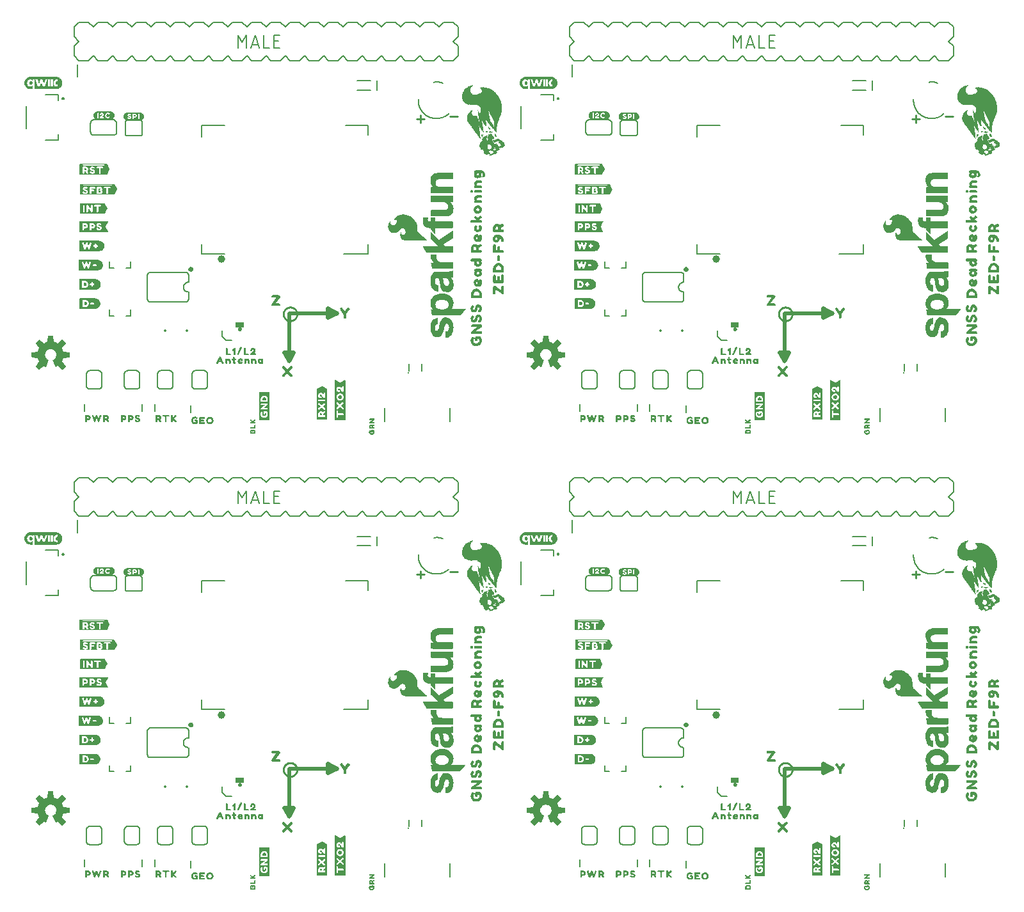
<source format=gto>
G04 EAGLE Gerber RS-274X export*
G75*
%MOMM*%
%FSLAX34Y34*%
%LPD*%
%INSilkscreen Top*%
%IPPOS*%
%AMOC8*
5,1,8,0,0,1.08239X$1,22.5*%
G01*
%ADD10C,0.279400*%
%ADD11C,0.254000*%
%ADD12C,0.508000*%
%ADD13C,0.203200*%
%ADD14C,0.152400*%
%ADD15C,0.300000*%
%ADD16R,0.030000X0.390000*%
%ADD17R,0.020000X0.620000*%
%ADD18R,0.030000X0.820000*%
%ADD19R,0.020000X0.940000*%
%ADD20R,0.030000X1.070000*%
%ADD21R,0.020000X1.180000*%
%ADD22R,0.030000X1.280000*%
%ADD23R,0.020000X1.360000*%
%ADD24R,0.030000X1.400000*%
%ADD25R,0.020000X1.480000*%
%ADD26R,0.030000X1.550000*%
%ADD27R,0.020000X1.610000*%
%ADD28R,0.020000X1.680000*%
%ADD29R,0.030000X1.730000*%
%ADD30R,0.020000X1.780000*%
%ADD31R,0.030000X1.830000*%
%ADD32R,0.020000X1.880000*%
%ADD33R,0.030000X1.900000*%
%ADD34R,0.020000X1.960000*%
%ADD35R,0.030000X1.980000*%
%ADD36R,0.020000X2.020000*%
%ADD37R,0.030000X2.050000*%
%ADD38R,0.020000X2.090000*%
%ADD39R,0.030000X2.120000*%
%ADD40R,0.020000X2.150000*%
%ADD41R,0.030000X2.170000*%
%ADD42R,0.020000X0.270000*%
%ADD43R,0.020000X2.190000*%
%ADD44R,0.030000X0.520000*%
%ADD45R,0.030000X2.220000*%
%ADD46R,0.020000X0.640000*%
%ADD47R,0.020000X2.240000*%
%ADD48R,0.020000X0.790000*%
%ADD49R,0.020000X2.270000*%
%ADD50R,0.030000X0.910000*%
%ADD51R,0.030000X2.300000*%
%ADD52R,0.020000X1.010000*%
%ADD53R,0.020000X2.320000*%
%ADD54R,0.030000X1.080000*%
%ADD55R,0.030000X2.340000*%
%ADD56R,0.020000X1.160000*%
%ADD57R,0.020000X2.370000*%
%ADD58R,0.030000X1.240000*%
%ADD59R,0.030000X2.370000*%
%ADD60R,0.020000X1.310000*%
%ADD61R,0.020000X2.400000*%
%ADD62R,0.030000X1.380000*%
%ADD63R,0.030000X2.420000*%
%ADD64R,0.020000X1.430000*%
%ADD65R,0.020000X2.420000*%
%ADD66R,0.030000X1.510000*%
%ADD67R,0.030000X2.450000*%
%ADD68R,0.020000X1.550000*%
%ADD69R,0.020000X2.450000*%
%ADD70R,0.030000X1.630000*%
%ADD71R,0.030000X2.470000*%
%ADD72R,0.020000X2.470000*%
%ADD73R,0.030000X0.420000*%
%ADD74R,0.020000X1.800000*%
%ADD75R,0.020000X1.660000*%
%ADD76R,0.020000X0.370000*%
%ADD77R,0.030000X1.850000*%
%ADD78R,0.030000X1.610000*%
%ADD79R,0.030000X0.300000*%
%ADD80R,0.020000X1.920000*%
%ADD81R,0.020000X1.560000*%
%ADD82R,0.020000X0.280000*%
%ADD83R,0.020000X1.950000*%
%ADD84R,0.020000X0.250000*%
%ADD85R,0.030000X2.000000*%
%ADD86R,0.030000X1.530000*%
%ADD87R,0.030000X0.200000*%
%ADD88R,0.020000X2.070000*%
%ADD89R,0.020000X1.500000*%
%ADD90R,0.020000X0.170000*%
%ADD91R,0.030000X2.100000*%
%ADD92R,0.030000X1.480000*%
%ADD93R,0.030000X0.150000*%
%ADD94R,0.020000X1.710000*%
%ADD95R,0.020000X0.230000*%
%ADD96R,0.020000X1.450000*%
%ADD97R,0.020000X0.140000*%
%ADD98R,0.030000X1.650000*%
%ADD99R,0.030000X0.120000*%
%ADD100R,0.030000X1.450000*%
%ADD101R,0.020000X1.650000*%
%ADD102R,0.020000X0.050000*%
%ADD103R,0.020000X0.090000*%
%ADD104R,0.030000X1.660000*%
%ADD105R,0.030000X1.430000*%
%ADD106R,0.030000X0.070000*%
%ADD107R,0.020000X1.400000*%
%ADD108R,0.020000X0.070000*%
%ADD109R,0.030000X1.700000*%
%ADD110R,0.030000X0.050000*%
%ADD111R,0.020000X1.700000*%
%ADD112R,0.020000X1.380000*%
%ADD113R,0.020000X0.030000*%
%ADD114R,0.030000X1.720000*%
%ADD115R,0.020000X1.750000*%
%ADD116R,0.030000X1.750000*%
%ADD117R,0.020000X1.830000*%
%ADD118R,0.030000X1.860000*%
%ADD119R,0.030000X1.360000*%
%ADD120R,0.030000X1.910000*%
%ADD121R,0.030000X1.390000*%
%ADD122R,0.020000X1.390000*%
%ADD123R,0.020000X2.030000*%
%ADD124R,0.020000X2.080000*%
%ADD125R,0.030000X2.130000*%
%ADD126R,0.030000X2.180000*%
%ADD127R,0.020000X2.230000*%
%ADD128R,0.030000X2.250000*%
%ADD129R,0.030000X2.330000*%
%ADD130R,0.020000X2.300000*%
%ADD131R,0.020000X1.410000*%
%ADD132R,0.030000X2.270000*%
%ADD133R,0.020000X2.170000*%
%ADD134R,0.020000X1.460000*%
%ADD135R,0.030000X0.030000*%
%ADD136R,0.020000X0.150000*%
%ADD137R,0.030000X0.270000*%
%ADD138R,0.030000X1.500000*%
%ADD139R,0.020000X2.100000*%
%ADD140R,0.020000X0.420000*%
%ADD141R,0.030000X2.080000*%
%ADD142R,0.030000X0.540000*%
%ADD143R,0.020000X0.560000*%
%ADD144R,0.020000X0.690000*%
%ADD145R,0.030000X1.160000*%
%ADD146R,0.030000X0.770000*%
%ADD147R,0.030000X1.580000*%
%ADD148R,0.020000X0.980000*%
%ADD149R,0.020000X0.550000*%
%ADD150R,0.020000X0.890000*%
%ADD151R,0.020000X1.630000*%
%ADD152R,0.030000X0.840000*%
%ADD153R,0.030000X1.040000*%
%ADD154R,0.020000X1.730000*%
%ADD155R,0.030000X0.350000*%
%ADD156R,0.020000X0.220000*%
%ADD157R,0.020000X1.900000*%
%ADD158R,0.020000X1.770000*%
%ADD159R,0.030000X0.690000*%
%ADD160R,0.030000X0.080000*%
%ADD161R,0.030000X1.800000*%
%ADD162R,0.020000X0.760000*%
%ADD163R,0.020000X2.040000*%
%ADD164R,0.030000X1.920000*%
%ADD165R,0.030000X0.090000*%
%ADD166R,0.020000X0.910000*%
%ADD167R,0.020000X2.000000*%
%ADD168R,0.020000X0.960000*%
%ADD169R,0.020000X4.810000*%
%ADD170R,0.020000X0.200000*%
%ADD171R,0.030000X0.990000*%
%ADD172R,0.030000X4.890000*%
%ADD173R,0.030000X0.220000*%
%ADD174R,0.020000X0.990000*%
%ADD175R,0.020000X4.940000*%
%ADD176R,0.030000X1.010000*%
%ADD177R,0.030000X3.730000*%
%ADD178R,0.030000X0.320000*%
%ADD179R,0.020000X1.040000*%
%ADD180R,0.020000X3.800000*%
%ADD181R,0.020000X0.390000*%
%ADD182R,0.030000X1.090000*%
%ADD183R,0.030000X0.250000*%
%ADD184R,0.030000X0.870000*%
%ADD185R,0.030000X4.370000*%
%ADD186R,0.020000X0.120000*%
%ADD187R,0.020000X0.750000*%
%ADD188R,0.020000X4.420000*%
%ADD189R,0.030000X0.590000*%
%ADD190R,0.030000X4.470000*%
%ADD191R,0.020000X0.100000*%
%ADD192R,0.020000X0.490000*%
%ADD193R,0.020000X4.490000*%
%ADD194R,0.020000X4.540000*%
%ADD195R,0.030000X1.600000*%
%ADD196R,0.030000X0.240000*%
%ADD197R,0.030000X4.560000*%
%ADD198R,0.020000X4.610000*%
%ADD199R,0.030000X4.660000*%
%ADD200R,0.020000X4.690000*%
%ADD201R,0.030000X4.740000*%
%ADD202R,0.020000X4.790000*%
%ADD203R,0.030000X2.240000*%
%ADD204R,0.030000X4.810000*%
%ADD205R,0.020000X4.860000*%
%ADD206R,0.030000X4.910000*%
%ADD207R,0.020000X4.930000*%
%ADD208R,0.030000X4.980000*%
%ADD209R,0.020000X2.340000*%
%ADD210R,0.020000X5.030000*%
%ADD211R,0.030000X5.060000*%
%ADD212R,0.020000X5.090000*%
%ADD213R,0.030000X4.220000*%
%ADD214R,0.020000X0.080000*%
%ADD215R,0.020000X4.220000*%
%ADD216R,0.020000X2.490000*%
%ADD217R,0.020000X4.270000*%
%ADD218R,0.030000X2.490000*%
%ADD219R,0.030000X0.180000*%
%ADD220R,0.030000X4.270000*%
%ADD221R,0.020000X4.290000*%
%ADD222R,0.030000X4.320000*%
%ADD223R,0.020000X0.130000*%
%ADD224R,0.020000X4.370000*%
%ADD225R,0.030000X1.680000*%
%ADD226R,0.030000X0.100000*%
%ADD227R,0.020000X0.840000*%
%ADD228R,0.020000X4.400000*%
%ADD229R,0.030000X0.570000*%
%ADD230R,0.030000X4.420000*%
%ADD231R,0.020000X0.570000*%
%ADD232R,0.020000X0.020000*%
%ADD233R,0.020000X4.470000*%
%ADD234R,0.030000X0.670000*%
%ADD235R,0.030000X4.460000*%
%ADD236R,0.020000X0.590000*%
%ADD237R,0.020000X2.760000*%
%ADD238R,0.030000X0.600000*%
%ADD239R,0.030000X0.620000*%
%ADD240R,0.030000X0.340000*%
%ADD241R,0.030000X2.790000*%
%ADD242R,0.020000X0.600000*%
%ADD243R,0.020000X0.450000*%
%ADD244R,0.020000X2.810000*%
%ADD245R,0.030000X1.310000*%
%ADD246R,0.030000X2.890000*%
%ADD247R,0.020000X1.240000*%
%ADD248R,0.020000X1.210000*%
%ADD249R,0.020000X2.910000*%
%ADD250R,0.020000X1.290000*%
%ADD251R,0.020000X1.130000*%
%ADD252R,0.020000X2.970000*%
%ADD253R,0.030000X1.290000*%
%ADD254R,0.030000X1.020000*%
%ADD255R,0.030000X3.020000*%
%ADD256R,0.020000X3.040000*%
%ADD257R,0.030000X0.170000*%
%ADD258R,0.030000X0.190000*%
%ADD259R,0.030000X0.790000*%
%ADD260R,0.030000X3.090000*%
%ADD261R,0.020000X0.720000*%
%ADD262R,0.020000X3.120000*%
%ADD263R,0.030000X1.330000*%
%ADD264R,0.030000X3.160000*%
%ADD265R,0.020000X0.180000*%
%ADD266R,0.020000X0.510000*%
%ADD267R,0.020000X3.180000*%
%ADD268R,0.030000X0.510000*%
%ADD269R,0.030000X3.230000*%
%ADD270R,0.020000X0.240000*%
%ADD271R,0.020000X0.520000*%
%ADD272R,0.020000X3.260000*%
%ADD273R,0.030000X1.410000*%
%ADD274R,0.030000X0.130000*%
%ADD275R,0.030000X0.490000*%
%ADD276R,0.030000X3.310000*%
%ADD277R,0.020000X1.440000*%
%ADD278R,0.020000X0.500000*%
%ADD279R,0.020000X3.330000*%
%ADD280R,0.030000X1.460000*%
%ADD281R,0.030000X3.380000*%
%ADD282R,0.020000X1.490000*%
%ADD283R,0.020000X3.410000*%
%ADD284R,0.030000X0.500000*%
%ADD285R,0.030000X3.460000*%
%ADD286R,0.020000X0.290000*%
%ADD287R,0.020000X0.470000*%
%ADD288R,0.020000X3.510000*%
%ADD289R,0.030000X3.500000*%
%ADD290R,0.020000X1.530000*%
%ADD291R,0.020000X3.530000*%
%ADD292R,0.020000X3.580000*%
%ADD293R,0.030000X1.340000*%
%ADD294R,0.030000X0.450000*%
%ADD295R,0.030000X3.630000*%
%ADD296R,0.020000X1.330000*%
%ADD297R,0.020000X0.460000*%
%ADD298R,0.020000X3.660000*%
%ADD299R,0.030000X0.470000*%
%ADD300R,0.030000X3.650000*%
%ADD301R,0.020000X1.260000*%
%ADD302R,0.020000X0.440000*%
%ADD303R,0.020000X3.680000*%
%ADD304R,0.030000X1.030000*%
%ADD305R,0.030000X0.370000*%
%ADD306R,0.020000X0.930000*%
%ADD307R,0.020000X0.340000*%
%ADD308R,0.020000X3.750000*%
%ADD309R,0.030000X0.830000*%
%ADD310R,0.030000X3.780000*%
%ADD311R,0.020000X0.770000*%
%ADD312R,0.020000X3.830000*%
%ADD313R,0.030000X0.230000*%
%ADD314R,0.030000X3.850000*%
%ADD315R,0.020000X0.400000*%
%ADD316R,0.020000X3.880000*%
%ADD317R,0.030000X0.020000*%
%ADD318R,0.030000X0.280000*%
%ADD319R,0.030000X3.910000*%
%ADD320R,0.020000X0.040000*%
%ADD321R,0.030000X0.040000*%
%ADD322R,0.030000X5.090000*%
%ADD323R,0.020000X5.110000*%
%ADD324R,0.030000X0.440000*%
%ADD325R,0.030000X5.110000*%
%ADD326R,0.020000X0.330000*%
%ADD327R,0.030000X5.140000*%
%ADD328R,0.020000X5.130000*%
%ADD329R,0.030000X1.180000*%
%ADD330R,0.030000X0.290000*%
%ADD331R,0.020000X0.300000*%
%ADD332R,0.020000X4.890000*%
%ADD333R,0.030000X4.440000*%
%ADD334R,0.030000X0.640000*%
%ADD335R,0.030000X4.050000*%
%ADD336R,0.020000X0.320000*%
%ADD337R,0.020000X3.900000*%
%ADD338R,0.030000X3.760000*%
%ADD339R,0.020000X3.630000*%
%ADD340R,0.030000X3.530000*%
%ADD341R,0.020000X3.440000*%
%ADD342R,0.020000X3.310000*%
%ADD343R,0.030000X3.210000*%
%ADD344R,0.020000X3.090000*%
%ADD345R,0.030000X3.010000*%
%ADD346R,0.020000X2.880000*%
%ADD347R,0.020000X0.350000*%
%ADD348R,0.020000X2.670000*%
%ADD349R,0.030000X2.590000*%
%ADD350R,0.020000X2.220000*%
%ADD351R,0.030000X2.090000*%
%ADD352R,0.020000X1.230000*%
%ADD353R,0.020000X0.660000*%
%ADD354C,0.357769*%
%ADD355C,1.000000*%

G36*
X55425Y89930D02*
X55425Y89930D01*
X55481Y89930D01*
X55509Y89945D01*
X55541Y89950D01*
X55600Y89990D01*
X55636Y90008D01*
X55645Y90020D01*
X55661Y90031D01*
X59969Y94339D01*
X59986Y94366D01*
X60010Y94387D01*
X60031Y94439D01*
X60060Y94486D01*
X60063Y94518D01*
X60075Y94548D01*
X60072Y94603D01*
X60077Y94659D01*
X60065Y94689D01*
X60063Y94721D01*
X60029Y94784D01*
X60015Y94821D01*
X60004Y94831D01*
X59995Y94848D01*
X55028Y100939D01*
X56217Y103249D01*
X56224Y103275D01*
X56241Y103307D01*
X57033Y105781D01*
X64852Y106575D01*
X64883Y106585D01*
X64915Y106586D01*
X64964Y106613D01*
X65016Y106631D01*
X65039Y106654D01*
X65067Y106669D01*
X65099Y106715D01*
X65138Y106754D01*
X65148Y106785D01*
X65167Y106811D01*
X65180Y106881D01*
X65193Y106919D01*
X65191Y106934D01*
X65194Y106953D01*
X65194Y113047D01*
X65187Y113078D01*
X65189Y113110D01*
X65167Y113161D01*
X65155Y113216D01*
X65134Y113240D01*
X65122Y113270D01*
X65080Y113306D01*
X65045Y113349D01*
X65015Y113362D01*
X64991Y113383D01*
X64922Y113404D01*
X64886Y113420D01*
X64871Y113420D01*
X64852Y113425D01*
X57033Y114219D01*
X56241Y116693D01*
X56228Y116716D01*
X56217Y116751D01*
X55028Y119061D01*
X59995Y125152D01*
X60009Y125180D01*
X60030Y125204D01*
X60046Y125257D01*
X60071Y125307D01*
X60071Y125339D01*
X60080Y125370D01*
X60070Y125425D01*
X60070Y125481D01*
X60055Y125509D01*
X60050Y125541D01*
X60010Y125600D01*
X59992Y125636D01*
X59980Y125645D01*
X59969Y125661D01*
X55661Y129969D01*
X55634Y129986D01*
X55613Y130010D01*
X55561Y130031D01*
X55514Y130060D01*
X55482Y130063D01*
X55452Y130075D01*
X55397Y130072D01*
X55341Y130077D01*
X55311Y130065D01*
X55279Y130063D01*
X55216Y130029D01*
X55179Y130015D01*
X55169Y130004D01*
X55152Y129995D01*
X49061Y125028D01*
X46751Y126217D01*
X46725Y126224D01*
X46693Y126241D01*
X44219Y127033D01*
X43425Y134852D01*
X43417Y134878D01*
X43416Y134890D01*
X43415Y134893D01*
X43414Y134915D01*
X43387Y134964D01*
X43369Y135016D01*
X43346Y135039D01*
X43331Y135067D01*
X43285Y135099D01*
X43246Y135138D01*
X43215Y135148D01*
X43189Y135167D01*
X43119Y135180D01*
X43081Y135193D01*
X43066Y135191D01*
X43047Y135194D01*
X36953Y135194D01*
X36922Y135187D01*
X36890Y135189D01*
X36839Y135167D01*
X36784Y135155D01*
X36760Y135134D01*
X36730Y135122D01*
X36694Y135080D01*
X36651Y135045D01*
X36638Y135015D01*
X36617Y134991D01*
X36596Y134922D01*
X36580Y134886D01*
X36580Y134871D01*
X36578Y134864D01*
X36577Y134862D01*
X36577Y134861D01*
X36575Y134852D01*
X35781Y127033D01*
X33307Y126241D01*
X33284Y126228D01*
X33249Y126217D01*
X30939Y125028D01*
X24848Y129995D01*
X24820Y130009D01*
X24796Y130030D01*
X24743Y130046D01*
X24693Y130071D01*
X24661Y130071D01*
X24630Y130080D01*
X24575Y130070D01*
X24519Y130070D01*
X24491Y130055D01*
X24459Y130050D01*
X24400Y130010D01*
X24365Y129992D01*
X24355Y129980D01*
X24339Y129969D01*
X20031Y125661D01*
X20014Y125634D01*
X19990Y125613D01*
X19969Y125561D01*
X19940Y125514D01*
X19937Y125482D01*
X19925Y125452D01*
X19929Y125397D01*
X19923Y125341D01*
X19935Y125311D01*
X19937Y125279D01*
X19971Y125216D01*
X19985Y125179D01*
X19996Y125169D01*
X20005Y125152D01*
X24972Y119061D01*
X23783Y116751D01*
X23776Y116725D01*
X23759Y116693D01*
X22967Y114219D01*
X15148Y113425D01*
X15117Y113415D01*
X15085Y113414D01*
X15036Y113387D01*
X14984Y113369D01*
X14961Y113346D01*
X14933Y113331D01*
X14901Y113285D01*
X14862Y113246D01*
X14852Y113215D01*
X14833Y113189D01*
X14820Y113119D01*
X14807Y113081D01*
X14809Y113066D01*
X14806Y113047D01*
X14806Y106953D01*
X14813Y106922D01*
X14811Y106890D01*
X14833Y106839D01*
X14845Y106784D01*
X14866Y106760D01*
X14878Y106730D01*
X14920Y106694D01*
X14955Y106651D01*
X14985Y106638D01*
X15009Y106617D01*
X15078Y106596D01*
X15114Y106580D01*
X15129Y106580D01*
X15148Y106575D01*
X22967Y105781D01*
X23759Y103307D01*
X23772Y103284D01*
X23783Y103249D01*
X24972Y100939D01*
X20005Y94848D01*
X19991Y94820D01*
X19970Y94796D01*
X19954Y94743D01*
X19929Y94693D01*
X19929Y94661D01*
X19920Y94630D01*
X19930Y94575D01*
X19930Y94519D01*
X19945Y94491D01*
X19950Y94459D01*
X19990Y94400D01*
X20008Y94365D01*
X20020Y94355D01*
X20031Y94339D01*
X24339Y90031D01*
X24366Y90014D01*
X24387Y89990D01*
X24439Y89969D01*
X24486Y89940D01*
X24518Y89937D01*
X24548Y89925D01*
X24603Y89929D01*
X24659Y89923D01*
X24689Y89935D01*
X24721Y89937D01*
X24784Y89971D01*
X24821Y89985D01*
X24831Y89996D01*
X24848Y90005D01*
X30939Y94972D01*
X33248Y93782D01*
X33312Y93766D01*
X33375Y93743D01*
X33396Y93745D01*
X33416Y93740D01*
X33481Y93754D01*
X33547Y93761D01*
X33565Y93772D01*
X33585Y93777D01*
X33637Y93818D01*
X33693Y93854D01*
X33706Y93873D01*
X33721Y93885D01*
X33737Y93920D01*
X33773Y93974D01*
X37361Y102636D01*
X37367Y102669D01*
X37381Y102698D01*
X37380Y102753D01*
X37389Y102807D01*
X37380Y102839D01*
X37380Y102871D01*
X37355Y102920D01*
X37339Y102973D01*
X37316Y102997D01*
X37302Y103026D01*
X37247Y103071D01*
X37220Y103099D01*
X37205Y103105D01*
X37189Y103117D01*
X35871Y103822D01*
X34745Y104746D01*
X33821Y105872D01*
X33135Y107156D01*
X32712Y108550D01*
X32569Y109999D01*
X32726Y111518D01*
X33189Y112971D01*
X33940Y114300D01*
X34946Y115447D01*
X36165Y116364D01*
X37546Y117014D01*
X39030Y117367D01*
X40555Y117410D01*
X42057Y117140D01*
X43472Y116570D01*
X44740Y115722D01*
X45809Y114633D01*
X46633Y113349D01*
X47177Y111923D01*
X47419Y110417D01*
X47347Y108893D01*
X46966Y107415D01*
X46292Y106047D01*
X45352Y104845D01*
X44186Y103861D01*
X42809Y103117D01*
X42786Y103096D01*
X42757Y103082D01*
X42721Y103039D01*
X42680Y103002D01*
X42668Y102972D01*
X42648Y102948D01*
X42635Y102893D01*
X42614Y102841D01*
X42617Y102809D01*
X42610Y102778D01*
X42624Y102707D01*
X42627Y102668D01*
X42635Y102655D01*
X42639Y102636D01*
X46227Y93974D01*
X46266Y93920D01*
X46298Y93863D01*
X46315Y93851D01*
X46328Y93834D01*
X46386Y93803D01*
X46441Y93765D01*
X46462Y93762D01*
X46481Y93752D01*
X46547Y93751D01*
X46613Y93741D01*
X46636Y93748D01*
X46654Y93747D01*
X46689Y93764D01*
X46752Y93782D01*
X49061Y94972D01*
X55152Y90005D01*
X55180Y89991D01*
X55204Y89970D01*
X55257Y89954D01*
X55307Y89929D01*
X55339Y89929D01*
X55370Y89920D01*
X55425Y89930D01*
G37*
G36*
X710516Y693028D02*
X710516Y693028D01*
X710572Y693028D01*
X710601Y693042D01*
X710632Y693048D01*
X710692Y693088D01*
X710727Y693106D01*
X710736Y693118D01*
X710752Y693129D01*
X715060Y697437D01*
X715077Y697464D01*
X715101Y697485D01*
X715122Y697537D01*
X715152Y697584D01*
X715155Y697616D01*
X715167Y697645D01*
X715163Y697701D01*
X715168Y697756D01*
X715157Y697786D01*
X715155Y697818D01*
X715121Y697882D01*
X715107Y697918D01*
X715095Y697929D01*
X715086Y697946D01*
X710119Y704037D01*
X711309Y706346D01*
X711315Y706373D01*
X711333Y706404D01*
X712125Y708878D01*
X719944Y709672D01*
X719974Y709683D01*
X720006Y709684D01*
X720055Y709711D01*
X720108Y709729D01*
X720130Y709751D01*
X720158Y709767D01*
X720190Y709812D01*
X720230Y709852D01*
X720240Y709882D01*
X720258Y709908D01*
X720272Y709979D01*
X720284Y710016D01*
X720282Y710032D01*
X720286Y710051D01*
X720286Y716145D01*
X720278Y716176D01*
X720280Y716208D01*
X720259Y716259D01*
X720246Y716313D01*
X720226Y716338D01*
X720213Y716368D01*
X720171Y716404D01*
X720136Y716447D01*
X720107Y716460D01*
X720083Y716481D01*
X720014Y716502D01*
X719978Y716518D01*
X719962Y716517D01*
X719944Y716523D01*
X712125Y717317D01*
X711333Y719791D01*
X711319Y719814D01*
X711309Y719849D01*
X710119Y722158D01*
X715086Y728249D01*
X715100Y728278D01*
X715122Y728302D01*
X715138Y728355D01*
X715162Y728405D01*
X715162Y728437D01*
X715171Y728468D01*
X715162Y728523D01*
X715161Y728578D01*
X715147Y728607D01*
X715141Y728638D01*
X715101Y728698D01*
X715083Y728733D01*
X715071Y728742D01*
X715060Y728758D01*
X710752Y733066D01*
X710725Y733083D01*
X710704Y733107D01*
X710652Y733128D01*
X710605Y733158D01*
X710573Y733161D01*
X710544Y733173D01*
X710488Y733169D01*
X710433Y733174D01*
X710403Y733163D01*
X710371Y733161D01*
X710307Y733127D01*
X710271Y733113D01*
X710260Y733101D01*
X710243Y733092D01*
X704152Y728126D01*
X701843Y729315D01*
X701817Y729322D01*
X701785Y729339D01*
X699311Y730131D01*
X698517Y737950D01*
X698508Y737975D01*
X698508Y737988D01*
X698506Y737991D01*
X698505Y738012D01*
X698479Y738061D01*
X698460Y738114D01*
X698438Y738136D01*
X698422Y738165D01*
X698377Y738197D01*
X698337Y738236D01*
X698307Y738246D01*
X698281Y738264D01*
X698210Y738278D01*
X698173Y738290D01*
X698158Y738288D01*
X698138Y738292D01*
X692044Y738292D01*
X692013Y738285D01*
X691981Y738287D01*
X691930Y738265D01*
X691876Y738252D01*
X691851Y738232D01*
X691821Y738220D01*
X691785Y738178D01*
X691742Y738142D01*
X691729Y738113D01*
X691708Y738089D01*
X691687Y738020D01*
X691671Y737984D01*
X691672Y737969D01*
X691669Y737961D01*
X691669Y737959D01*
X691666Y737950D01*
X690872Y730131D01*
X688398Y729339D01*
X688375Y729325D01*
X688340Y729315D01*
X686031Y728126D01*
X679940Y733092D01*
X679911Y733106D01*
X679888Y733128D01*
X679834Y733144D01*
X679784Y733168D01*
X679752Y733168D01*
X679721Y733177D01*
X679666Y733168D01*
X679611Y733167D01*
X679582Y733153D01*
X679551Y733148D01*
X679491Y733107D01*
X679456Y733090D01*
X679447Y733077D01*
X679431Y733066D01*
X675123Y728758D01*
X675106Y728731D01*
X675082Y728710D01*
X675061Y728659D01*
X675031Y728611D01*
X675028Y728579D01*
X675016Y728550D01*
X675020Y728494D01*
X675015Y728439D01*
X675026Y728409D01*
X675028Y728377D01*
X675062Y728314D01*
X675076Y728277D01*
X675088Y728266D01*
X675097Y728249D01*
X680063Y722158D01*
X678874Y719849D01*
X678867Y719823D01*
X678850Y719791D01*
X678058Y717317D01*
X670239Y716523D01*
X670209Y716513D01*
X670177Y716511D01*
X670128Y716485D01*
X670075Y716467D01*
X670053Y716444D01*
X670025Y716429D01*
X669992Y716383D01*
X669953Y716343D01*
X669943Y716313D01*
X669925Y716287D01*
X669911Y716216D01*
X669899Y716179D01*
X669901Y716164D01*
X669897Y716145D01*
X669897Y710051D01*
X669904Y710019D01*
X669902Y709987D01*
X669924Y709936D01*
X669937Y709882D01*
X669957Y709857D01*
X669969Y709828D01*
X670011Y709791D01*
X670047Y709748D01*
X670076Y709735D01*
X670100Y709714D01*
X670169Y709693D01*
X670205Y709677D01*
X670220Y709678D01*
X670239Y709672D01*
X678058Y708878D01*
X678850Y706404D01*
X678864Y706381D01*
X678874Y706346D01*
X680063Y704037D01*
X675097Y697946D01*
X675083Y697917D01*
X675061Y697894D01*
X675045Y697840D01*
X675021Y697790D01*
X675021Y697758D01*
X675012Y697728D01*
X675021Y697673D01*
X675022Y697617D01*
X675036Y697588D01*
X675041Y697557D01*
X675082Y697497D01*
X675099Y697462D01*
X675112Y697453D01*
X675123Y697437D01*
X679431Y693129D01*
X679458Y693112D01*
X679479Y693088D01*
X679530Y693067D01*
X679578Y693037D01*
X679610Y693034D01*
X679639Y693022D01*
X679695Y693026D01*
X679750Y693021D01*
X679780Y693032D01*
X679812Y693034D01*
X679876Y693068D01*
X679912Y693082D01*
X679923Y693094D01*
X679940Y693103D01*
X686031Y698069D01*
X688339Y696880D01*
X688404Y696863D01*
X688466Y696840D01*
X688487Y696843D01*
X688507Y696837D01*
X688572Y696852D01*
X688638Y696858D01*
X688656Y696870D01*
X688677Y696874D01*
X688729Y696916D01*
X688785Y696951D01*
X688798Y696971D01*
X688812Y696982D01*
X688828Y697017D01*
X688865Y697072D01*
X692453Y705734D01*
X692458Y705766D01*
X692472Y705796D01*
X692472Y705851D01*
X692481Y705905D01*
X692471Y705936D01*
X692471Y705969D01*
X692446Y706018D01*
X692430Y706071D01*
X692408Y706094D01*
X692393Y706124D01*
X692338Y706168D01*
X692311Y706197D01*
X692296Y706202D01*
X692281Y706215D01*
X690963Y706919D01*
X689837Y707843D01*
X688913Y708969D01*
X688226Y710254D01*
X687803Y711648D01*
X687661Y713097D01*
X687817Y714615D01*
X688281Y716069D01*
X689031Y717397D01*
X690037Y718545D01*
X691256Y719462D01*
X692637Y720111D01*
X694121Y720465D01*
X695646Y720507D01*
X697148Y720238D01*
X698563Y719667D01*
X699832Y718820D01*
X700901Y717731D01*
X701724Y716446D01*
X702269Y715021D01*
X702510Y713514D01*
X702439Y711990D01*
X702058Y710513D01*
X701383Y709145D01*
X700443Y707943D01*
X699277Y706958D01*
X697901Y706214D01*
X697877Y706193D01*
X697848Y706180D01*
X697813Y706136D01*
X697771Y706099D01*
X697759Y706070D01*
X697739Y706045D01*
X697727Y705991D01*
X697706Y705939D01*
X697708Y705907D01*
X697701Y705876D01*
X697716Y705805D01*
X697719Y705766D01*
X697726Y705753D01*
X697730Y705734D01*
X701318Y697072D01*
X701357Y697018D01*
X701390Y696960D01*
X701407Y696948D01*
X701419Y696931D01*
X701478Y696900D01*
X701533Y696863D01*
X701554Y696860D01*
X701572Y696850D01*
X701639Y696848D01*
X701705Y696839D01*
X701727Y696846D01*
X701745Y696845D01*
X701780Y696861D01*
X701844Y696880D01*
X704152Y698069D01*
X710243Y693103D01*
X710272Y693089D01*
X710295Y693067D01*
X710349Y693051D01*
X710399Y693027D01*
X710431Y693027D01*
X710461Y693018D01*
X710516Y693028D01*
G37*
G36*
X55425Y693028D02*
X55425Y693028D01*
X55481Y693028D01*
X55509Y693042D01*
X55541Y693048D01*
X55600Y693088D01*
X55636Y693106D01*
X55645Y693118D01*
X55661Y693129D01*
X59969Y697437D01*
X59986Y697464D01*
X60010Y697485D01*
X60031Y697537D01*
X60060Y697584D01*
X60063Y697616D01*
X60075Y697645D01*
X60072Y697701D01*
X60077Y697756D01*
X60065Y697786D01*
X60063Y697818D01*
X60029Y697882D01*
X60015Y697918D01*
X60004Y697929D01*
X59995Y697946D01*
X55028Y704037D01*
X56217Y706346D01*
X56224Y706373D01*
X56241Y706404D01*
X57033Y708878D01*
X64852Y709672D01*
X64883Y709683D01*
X64915Y709684D01*
X64964Y709711D01*
X65016Y709729D01*
X65039Y709751D01*
X65067Y709767D01*
X65099Y709812D01*
X65138Y709852D01*
X65148Y709882D01*
X65167Y709908D01*
X65180Y709979D01*
X65193Y710016D01*
X65191Y710032D01*
X65194Y710051D01*
X65194Y716145D01*
X65187Y716176D01*
X65189Y716208D01*
X65167Y716259D01*
X65155Y716313D01*
X65134Y716338D01*
X65122Y716368D01*
X65080Y716404D01*
X65045Y716447D01*
X65015Y716460D01*
X64991Y716481D01*
X64922Y716502D01*
X64886Y716518D01*
X64871Y716517D01*
X64852Y716523D01*
X57033Y717317D01*
X56241Y719791D01*
X56228Y719814D01*
X56217Y719849D01*
X55028Y722158D01*
X59995Y728249D01*
X60009Y728278D01*
X60030Y728302D01*
X60046Y728355D01*
X60071Y728405D01*
X60071Y728437D01*
X60080Y728468D01*
X60070Y728523D01*
X60070Y728578D01*
X60055Y728607D01*
X60050Y728638D01*
X60010Y728698D01*
X59992Y728733D01*
X59980Y728742D01*
X59969Y728758D01*
X55661Y733066D01*
X55634Y733083D01*
X55613Y733107D01*
X55561Y733128D01*
X55514Y733158D01*
X55482Y733161D01*
X55452Y733173D01*
X55397Y733169D01*
X55341Y733174D01*
X55311Y733163D01*
X55279Y733161D01*
X55216Y733127D01*
X55179Y733113D01*
X55169Y733101D01*
X55152Y733092D01*
X49061Y728126D01*
X46751Y729315D01*
X46725Y729322D01*
X46693Y729339D01*
X44219Y730131D01*
X43425Y737950D01*
X43417Y737975D01*
X43416Y737988D01*
X43415Y737991D01*
X43414Y738012D01*
X43387Y738061D01*
X43369Y738114D01*
X43346Y738136D01*
X43331Y738165D01*
X43285Y738197D01*
X43246Y738236D01*
X43215Y738246D01*
X43189Y738264D01*
X43119Y738278D01*
X43081Y738290D01*
X43066Y738288D01*
X43047Y738292D01*
X36953Y738292D01*
X36922Y738285D01*
X36890Y738287D01*
X36839Y738265D01*
X36784Y738252D01*
X36760Y738232D01*
X36730Y738220D01*
X36694Y738178D01*
X36651Y738142D01*
X36638Y738113D01*
X36617Y738089D01*
X36596Y738020D01*
X36580Y737984D01*
X36580Y737969D01*
X36578Y737961D01*
X36577Y737959D01*
X36575Y737950D01*
X35781Y730131D01*
X33307Y729339D01*
X33284Y729325D01*
X33249Y729315D01*
X30939Y728126D01*
X24848Y733092D01*
X24820Y733106D01*
X24796Y733128D01*
X24743Y733144D01*
X24693Y733168D01*
X24661Y733168D01*
X24630Y733177D01*
X24575Y733168D01*
X24519Y733167D01*
X24491Y733153D01*
X24459Y733148D01*
X24400Y733107D01*
X24365Y733090D01*
X24355Y733077D01*
X24339Y733066D01*
X20031Y728758D01*
X20014Y728731D01*
X19990Y728710D01*
X19969Y728659D01*
X19940Y728611D01*
X19937Y728579D01*
X19925Y728550D01*
X19929Y728494D01*
X19923Y728439D01*
X19935Y728409D01*
X19937Y728377D01*
X19971Y728314D01*
X19985Y728277D01*
X19996Y728266D01*
X20005Y728249D01*
X24972Y722158D01*
X23783Y719849D01*
X23776Y719823D01*
X23759Y719791D01*
X22967Y717317D01*
X15148Y716523D01*
X15117Y716513D01*
X15085Y716511D01*
X15036Y716485D01*
X14984Y716467D01*
X14961Y716444D01*
X14933Y716429D01*
X14901Y716383D01*
X14862Y716343D01*
X14852Y716313D01*
X14833Y716287D01*
X14820Y716216D01*
X14807Y716179D01*
X14809Y716164D01*
X14806Y716145D01*
X14806Y710051D01*
X14813Y710019D01*
X14811Y709987D01*
X14833Y709936D01*
X14845Y709882D01*
X14866Y709857D01*
X14878Y709828D01*
X14920Y709791D01*
X14955Y709748D01*
X14985Y709735D01*
X15009Y709714D01*
X15078Y709693D01*
X15114Y709677D01*
X15129Y709678D01*
X15148Y709672D01*
X22967Y708878D01*
X23759Y706404D01*
X23772Y706381D01*
X23783Y706346D01*
X24972Y704037D01*
X20005Y697946D01*
X19991Y697917D01*
X19970Y697894D01*
X19954Y697840D01*
X19929Y697790D01*
X19929Y697758D01*
X19920Y697728D01*
X19930Y697673D01*
X19930Y697617D01*
X19945Y697588D01*
X19950Y697557D01*
X19990Y697497D01*
X20008Y697462D01*
X20020Y697453D01*
X20031Y697437D01*
X24339Y693129D01*
X24366Y693112D01*
X24387Y693088D01*
X24439Y693067D01*
X24486Y693037D01*
X24518Y693034D01*
X24548Y693022D01*
X24603Y693026D01*
X24659Y693021D01*
X24689Y693032D01*
X24721Y693034D01*
X24784Y693068D01*
X24821Y693082D01*
X24831Y693094D01*
X24848Y693103D01*
X30939Y698069D01*
X33248Y696880D01*
X33312Y696863D01*
X33375Y696840D01*
X33396Y696843D01*
X33416Y696837D01*
X33481Y696852D01*
X33547Y696858D01*
X33565Y696870D01*
X33585Y696874D01*
X33637Y696916D01*
X33693Y696951D01*
X33706Y696971D01*
X33721Y696982D01*
X33737Y697017D01*
X33773Y697072D01*
X37361Y705734D01*
X37367Y705766D01*
X37381Y705796D01*
X37380Y705851D01*
X37389Y705905D01*
X37380Y705936D01*
X37380Y705969D01*
X37355Y706018D01*
X37339Y706071D01*
X37316Y706094D01*
X37302Y706124D01*
X37247Y706168D01*
X37220Y706197D01*
X37205Y706202D01*
X37189Y706215D01*
X35871Y706919D01*
X34745Y707843D01*
X33821Y708969D01*
X33135Y710254D01*
X32712Y711648D01*
X32569Y713097D01*
X32726Y714615D01*
X33189Y716069D01*
X33940Y717397D01*
X34946Y718545D01*
X36165Y719462D01*
X37546Y720111D01*
X39030Y720465D01*
X40555Y720507D01*
X42057Y720238D01*
X43472Y719667D01*
X44740Y718820D01*
X45809Y717731D01*
X46633Y716446D01*
X47177Y715021D01*
X47419Y713514D01*
X47347Y711990D01*
X46966Y710513D01*
X46292Y709145D01*
X45352Y707943D01*
X44186Y706958D01*
X42809Y706214D01*
X42786Y706193D01*
X42757Y706180D01*
X42721Y706136D01*
X42680Y706099D01*
X42668Y706070D01*
X42648Y706045D01*
X42635Y705991D01*
X42614Y705939D01*
X42617Y705907D01*
X42610Y705876D01*
X42624Y705805D01*
X42627Y705766D01*
X42635Y705753D01*
X42639Y705734D01*
X46227Y697072D01*
X46266Y697018D01*
X46298Y696960D01*
X46315Y696948D01*
X46328Y696931D01*
X46386Y696900D01*
X46441Y696863D01*
X46462Y696860D01*
X46481Y696850D01*
X46547Y696848D01*
X46613Y696839D01*
X46636Y696846D01*
X46654Y696845D01*
X46689Y696861D01*
X46752Y696880D01*
X49061Y698069D01*
X55152Y693103D01*
X55180Y693089D01*
X55204Y693067D01*
X55257Y693051D01*
X55307Y693027D01*
X55339Y693027D01*
X55370Y693018D01*
X55425Y693028D01*
G37*
G36*
X710516Y89930D02*
X710516Y89930D01*
X710572Y89930D01*
X710601Y89945D01*
X710632Y89950D01*
X710692Y89990D01*
X710727Y90008D01*
X710736Y90020D01*
X710752Y90031D01*
X715060Y94339D01*
X715077Y94366D01*
X715101Y94387D01*
X715122Y94439D01*
X715152Y94486D01*
X715155Y94518D01*
X715167Y94548D01*
X715163Y94603D01*
X715168Y94659D01*
X715157Y94689D01*
X715155Y94721D01*
X715121Y94784D01*
X715107Y94821D01*
X715095Y94831D01*
X715086Y94848D01*
X710119Y100939D01*
X711309Y103249D01*
X711315Y103275D01*
X711333Y103307D01*
X712125Y105781D01*
X719944Y106575D01*
X719974Y106585D01*
X720006Y106586D01*
X720055Y106613D01*
X720108Y106631D01*
X720130Y106654D01*
X720158Y106669D01*
X720190Y106715D01*
X720230Y106754D01*
X720240Y106785D01*
X720258Y106811D01*
X720272Y106881D01*
X720284Y106919D01*
X720282Y106934D01*
X720286Y106953D01*
X720286Y113047D01*
X720278Y113078D01*
X720280Y113110D01*
X720259Y113161D01*
X720246Y113216D01*
X720226Y113240D01*
X720213Y113270D01*
X720171Y113306D01*
X720136Y113349D01*
X720107Y113362D01*
X720083Y113383D01*
X720014Y113404D01*
X719978Y113420D01*
X719962Y113420D01*
X719944Y113425D01*
X712125Y114219D01*
X711333Y116693D01*
X711319Y116716D01*
X711309Y116751D01*
X710119Y119061D01*
X715086Y125152D01*
X715100Y125180D01*
X715122Y125204D01*
X715138Y125257D01*
X715162Y125307D01*
X715162Y125339D01*
X715171Y125370D01*
X715162Y125425D01*
X715161Y125481D01*
X715147Y125509D01*
X715141Y125541D01*
X715101Y125600D01*
X715083Y125636D01*
X715071Y125645D01*
X715060Y125661D01*
X710752Y129969D01*
X710725Y129986D01*
X710704Y130010D01*
X710652Y130031D01*
X710605Y130060D01*
X710573Y130063D01*
X710544Y130075D01*
X710488Y130072D01*
X710433Y130077D01*
X710403Y130065D01*
X710371Y130063D01*
X710307Y130029D01*
X710271Y130015D01*
X710260Y130004D01*
X710243Y129995D01*
X704152Y125028D01*
X701843Y126217D01*
X701817Y126224D01*
X701785Y126241D01*
X699311Y127033D01*
X698517Y134852D01*
X698508Y134878D01*
X698508Y134890D01*
X698506Y134893D01*
X698505Y134915D01*
X698479Y134964D01*
X698460Y135016D01*
X698438Y135039D01*
X698422Y135067D01*
X698377Y135099D01*
X698337Y135138D01*
X698307Y135148D01*
X698281Y135167D01*
X698210Y135180D01*
X698173Y135193D01*
X698158Y135191D01*
X698138Y135194D01*
X692044Y135194D01*
X692013Y135187D01*
X691981Y135189D01*
X691930Y135167D01*
X691876Y135155D01*
X691851Y135134D01*
X691821Y135122D01*
X691785Y135080D01*
X691742Y135045D01*
X691729Y135015D01*
X691708Y134991D01*
X691687Y134922D01*
X691671Y134886D01*
X691672Y134871D01*
X691669Y134864D01*
X691669Y134862D01*
X691669Y134861D01*
X691666Y134852D01*
X690872Y127033D01*
X688398Y126241D01*
X688375Y126228D01*
X688340Y126217D01*
X686031Y125028D01*
X679940Y129995D01*
X679911Y130009D01*
X679888Y130030D01*
X679834Y130046D01*
X679784Y130071D01*
X679752Y130071D01*
X679721Y130080D01*
X679666Y130070D01*
X679611Y130070D01*
X679582Y130055D01*
X679551Y130050D01*
X679491Y130010D01*
X679456Y129992D01*
X679447Y129980D01*
X679431Y129969D01*
X675123Y125661D01*
X675106Y125634D01*
X675082Y125613D01*
X675061Y125561D01*
X675031Y125514D01*
X675028Y125482D01*
X675016Y125452D01*
X675020Y125397D01*
X675015Y125341D01*
X675026Y125311D01*
X675028Y125279D01*
X675062Y125216D01*
X675076Y125179D01*
X675088Y125169D01*
X675097Y125152D01*
X680063Y119061D01*
X678874Y116751D01*
X678867Y116725D01*
X678850Y116693D01*
X678058Y114219D01*
X670239Y113425D01*
X670209Y113415D01*
X670177Y113414D01*
X670128Y113387D01*
X670075Y113369D01*
X670053Y113346D01*
X670025Y113331D01*
X669992Y113285D01*
X669953Y113246D01*
X669943Y113215D01*
X669925Y113189D01*
X669911Y113119D01*
X669899Y113081D01*
X669901Y113066D01*
X669897Y113047D01*
X669897Y106953D01*
X669904Y106922D01*
X669902Y106890D01*
X669924Y106839D01*
X669937Y106784D01*
X669957Y106760D01*
X669969Y106730D01*
X670011Y106694D01*
X670047Y106651D01*
X670076Y106638D01*
X670100Y106617D01*
X670169Y106596D01*
X670205Y106580D01*
X670220Y106580D01*
X670239Y106575D01*
X678058Y105781D01*
X678850Y103307D01*
X678864Y103284D01*
X678874Y103249D01*
X680063Y100939D01*
X675097Y94848D01*
X675083Y94820D01*
X675061Y94796D01*
X675045Y94743D01*
X675021Y94693D01*
X675021Y94661D01*
X675012Y94630D01*
X675021Y94575D01*
X675022Y94519D01*
X675036Y94491D01*
X675041Y94459D01*
X675082Y94400D01*
X675099Y94365D01*
X675112Y94355D01*
X675123Y94339D01*
X679431Y90031D01*
X679458Y90014D01*
X679479Y89990D01*
X679530Y89969D01*
X679578Y89940D01*
X679610Y89937D01*
X679639Y89925D01*
X679695Y89929D01*
X679750Y89923D01*
X679780Y89935D01*
X679812Y89937D01*
X679876Y89971D01*
X679912Y89985D01*
X679923Y89996D01*
X679940Y90005D01*
X686031Y94972D01*
X688339Y93782D01*
X688404Y93766D01*
X688466Y93743D01*
X688487Y93745D01*
X688507Y93740D01*
X688572Y93754D01*
X688638Y93761D01*
X688656Y93772D01*
X688677Y93777D01*
X688729Y93818D01*
X688785Y93854D01*
X688798Y93873D01*
X688812Y93885D01*
X688828Y93920D01*
X688865Y93974D01*
X692453Y102636D01*
X692458Y102669D01*
X692472Y102698D01*
X692472Y102753D01*
X692481Y102807D01*
X692471Y102839D01*
X692471Y102871D01*
X692446Y102920D01*
X692430Y102973D01*
X692408Y102997D01*
X692393Y103026D01*
X692338Y103071D01*
X692311Y103099D01*
X692296Y103105D01*
X692281Y103117D01*
X690963Y103822D01*
X689837Y104746D01*
X688913Y105872D01*
X688226Y107156D01*
X687803Y108550D01*
X687661Y109999D01*
X687817Y111518D01*
X688281Y112971D01*
X689031Y114300D01*
X690037Y115447D01*
X691256Y116364D01*
X692637Y117014D01*
X694121Y117367D01*
X695646Y117410D01*
X697148Y117140D01*
X698563Y116570D01*
X699832Y115722D01*
X700901Y114633D01*
X701724Y113349D01*
X702269Y111923D01*
X702510Y110417D01*
X702439Y108893D01*
X702058Y107415D01*
X701383Y106047D01*
X700443Y104845D01*
X699277Y103861D01*
X697901Y103117D01*
X697877Y103096D01*
X697848Y103082D01*
X697813Y103039D01*
X697771Y103002D01*
X697759Y102972D01*
X697739Y102948D01*
X697727Y102893D01*
X697706Y102841D01*
X697708Y102809D01*
X697701Y102778D01*
X697716Y102707D01*
X697719Y102668D01*
X697726Y102655D01*
X697730Y102636D01*
X701318Y93974D01*
X701357Y93920D01*
X701390Y93863D01*
X701407Y93851D01*
X701419Y93834D01*
X701478Y93803D01*
X701533Y93765D01*
X701554Y93762D01*
X701572Y93752D01*
X701639Y93751D01*
X701705Y93741D01*
X701727Y93748D01*
X701745Y93747D01*
X701780Y93764D01*
X701844Y93782D01*
X704152Y94972D01*
X710243Y90005D01*
X710272Y89991D01*
X710295Y89970D01*
X710349Y89954D01*
X710399Y89929D01*
X710431Y89929D01*
X710461Y89920D01*
X710516Y89930D01*
G37*
G36*
X537785Y864187D02*
X537785Y864187D01*
X537867Y864206D01*
X537868Y864207D01*
X537869Y864207D01*
X537937Y864263D01*
X538001Y864316D01*
X538002Y864317D01*
X538037Y864394D01*
X538073Y864474D01*
X538073Y864475D01*
X538070Y864563D01*
X538067Y864647D01*
X538067Y864648D01*
X538024Y864726D01*
X537985Y864799D01*
X537984Y864800D01*
X537984Y864801D01*
X537978Y864804D01*
X537870Y864888D01*
X537701Y864972D01*
X537338Y865244D01*
X536647Y865836D01*
X536640Y865840D01*
X536633Y865848D01*
X535744Y866539D01*
X534757Y867428D01*
X532357Y869628D01*
X531058Y870827D01*
X531052Y870830D01*
X531047Y870836D01*
X529652Y872032D01*
X528358Y873227D01*
X528357Y873228D01*
X528356Y873229D01*
X527270Y874216D01*
X526404Y875178D01*
X525731Y876235D01*
X525259Y877180D01*
X524980Y878294D01*
X524980Y882048D01*
X524976Y882068D01*
X524977Y882095D01*
X524677Y884495D01*
X524667Y884522D01*
X524662Y884563D01*
X523962Y886763D01*
X523956Y886774D01*
X523953Y886789D01*
X523153Y888789D01*
X523136Y888813D01*
X523122Y888851D01*
X521922Y890751D01*
X521907Y890765D01*
X521894Y890789D01*
X520494Y892489D01*
X520476Y892502D01*
X520460Y892525D01*
X518860Y894025D01*
X518846Y894033D01*
X518833Y894048D01*
X517033Y895448D01*
X517010Y895458D01*
X516985Y895480D01*
X513385Y897480D01*
X513350Y897490D01*
X513299Y897515D01*
X509599Y898515D01*
X509567Y898516D01*
X509522Y898527D01*
X506022Y898727D01*
X505989Y898722D01*
X505941Y898723D01*
X502741Y898223D01*
X502715Y898213D01*
X502676Y898207D01*
X499776Y897207D01*
X499748Y897189D01*
X499702Y897172D01*
X497402Y895772D01*
X497379Y895750D01*
X497339Y895725D01*
X495639Y894125D01*
X495618Y894092D01*
X495592Y894063D01*
X495585Y894057D01*
X495584Y894053D01*
X495572Y894040D01*
X494572Y892340D01*
X494553Y892279D01*
X494527Y892220D01*
X494528Y892197D01*
X494521Y892175D01*
X494531Y892111D01*
X494533Y892047D01*
X494544Y892027D01*
X494548Y892004D01*
X494585Y891951D01*
X494616Y891895D01*
X494635Y891881D01*
X494648Y891863D01*
X494705Y891832D01*
X494758Y891795D01*
X494783Y891790D01*
X494801Y891781D01*
X494839Y891779D01*
X494900Y891767D01*
X495100Y891767D01*
X495137Y891776D01*
X495220Y891787D01*
X495462Y891867D01*
X496438Y891867D01*
X496954Y891695D01*
X497455Y891445D01*
X497771Y891050D01*
X498020Y890470D01*
X498020Y889975D01*
X497929Y889342D01*
X497651Y888600D01*
X497265Y887827D01*
X496879Y887153D01*
X496409Y886494D01*
X495254Y885339D01*
X494595Y884868D01*
X493944Y884496D01*
X493438Y884328D01*
X492362Y884328D01*
X491860Y884495D01*
X491421Y884758D01*
X490868Y885219D01*
X490319Y885860D01*
X489952Y886593D01*
X489673Y887432D01*
X489580Y888171D01*
X489580Y888816D01*
X489673Y889370D01*
X489769Y889755D01*
X489769Y889792D01*
X489780Y889848D01*
X489780Y889948D01*
X489774Y889973D01*
X489777Y889998D01*
X489755Y890056D01*
X489741Y890116D01*
X489724Y890136D01*
X489715Y890160D01*
X489670Y890202D01*
X489631Y890250D01*
X489607Y890261D01*
X489588Y890278D01*
X489529Y890296D01*
X489472Y890321D01*
X489447Y890320D01*
X489422Y890327D01*
X489361Y890317D01*
X489299Y890314D01*
X489277Y890302D01*
X489251Y890298D01*
X489180Y890249D01*
X489147Y890232D01*
X489141Y890223D01*
X489131Y890216D01*
X488931Y890016D01*
X488919Y889996D01*
X488896Y889976D01*
X488296Y889176D01*
X488284Y889149D01*
X488260Y889118D01*
X487660Y887918D01*
X487659Y887913D01*
X487655Y887908D01*
X486955Y886408D01*
X486949Y886375D01*
X486929Y886330D01*
X486529Y884530D01*
X486529Y884503D01*
X486520Y884467D01*
X486420Y882467D01*
X486427Y882429D01*
X486429Y882363D01*
X486929Y880163D01*
X486944Y880132D01*
X486957Y880084D01*
X488057Y877784D01*
X488081Y877753D01*
X488115Y877696D01*
X489615Y875996D01*
X489645Y875975D01*
X489685Y875934D01*
X491285Y874834D01*
X491321Y874820D01*
X491387Y874785D01*
X492987Y874285D01*
X493026Y874282D01*
X493100Y874267D01*
X494800Y874267D01*
X494833Y874275D01*
X494883Y874276D01*
X496683Y874676D01*
X496717Y874693D01*
X496793Y874720D01*
X498493Y875720D01*
X498504Y875731D01*
X498523Y875739D01*
X500323Y877039D01*
X500340Y877059D01*
X500369Y877079D01*
X502059Y878769D01*
X503501Y880018D01*
X504886Y880573D01*
X506137Y880662D01*
X507212Y880214D01*
X508212Y879487D01*
X508846Y878400D01*
X508916Y878136D01*
X509018Y877756D01*
X509119Y877376D01*
X509119Y877375D01*
X509223Y876986D01*
X509317Y875487D01*
X509041Y874476D01*
X508668Y873637D01*
X508219Y873008D01*
X507682Y872561D01*
X507044Y872196D01*
X506538Y872028D01*
X505962Y872028D01*
X505460Y872195D01*
X505036Y872450D01*
X504702Y872783D01*
X504126Y873743D01*
X504114Y873756D01*
X504104Y873776D01*
X503850Y874114D01*
X503769Y874440D01*
X503754Y874470D01*
X503716Y874559D01*
X503575Y874771D01*
X503541Y874916D01*
X503431Y875050D01*
X503272Y875121D01*
X503099Y875114D01*
X502947Y875032D01*
X502847Y874890D01*
X502820Y874748D01*
X502820Y874609D01*
X502743Y874378D01*
X502547Y873889D01*
X502542Y873853D01*
X502524Y873801D01*
X502424Y873101D01*
X502426Y873078D01*
X502420Y873048D01*
X502420Y871348D01*
X502426Y871319D01*
X502426Y871280D01*
X502626Y870180D01*
X502632Y870165D01*
X502633Y870151D01*
X502635Y870146D01*
X502636Y870138D01*
X502936Y869138D01*
X502943Y869125D01*
X502947Y869106D01*
X503347Y868106D01*
X503366Y868080D01*
X503384Y868037D01*
X503984Y867137D01*
X503993Y867128D01*
X504000Y867114D01*
X504700Y866214D01*
X504709Y866207D01*
X504715Y866196D01*
X504743Y866176D01*
X504782Y866136D01*
X505782Y865436D01*
X505809Y865425D01*
X505843Y865401D01*
X506943Y864901D01*
X506957Y864899D01*
X506972Y864890D01*
X508372Y864390D01*
X508406Y864386D01*
X508453Y864370D01*
X510053Y864170D01*
X510074Y864172D01*
X510100Y864167D01*
X537700Y864167D01*
X537785Y864187D01*
G37*
G36*
X1192876Y864187D02*
X1192876Y864187D01*
X1192959Y864206D01*
X1192959Y864207D01*
X1192960Y864207D01*
X1193029Y864263D01*
X1193093Y864316D01*
X1193093Y864317D01*
X1193094Y864317D01*
X1193128Y864394D01*
X1193164Y864474D01*
X1193165Y864475D01*
X1193161Y864563D01*
X1193158Y864647D01*
X1193158Y864648D01*
X1193116Y864726D01*
X1193076Y864799D01*
X1193076Y864800D01*
X1193075Y864801D01*
X1193070Y864804D01*
X1192961Y864888D01*
X1192792Y864972D01*
X1192430Y865244D01*
X1191739Y865836D01*
X1191732Y865840D01*
X1191725Y865848D01*
X1190836Y866539D01*
X1189848Y867428D01*
X1187448Y869628D01*
X1186149Y870827D01*
X1186144Y870830D01*
X1186139Y870836D01*
X1184744Y872032D01*
X1183449Y873227D01*
X1183448Y873228D01*
X1183447Y873229D01*
X1182361Y874216D01*
X1181495Y875178D01*
X1180823Y876235D01*
X1180350Y877180D01*
X1180072Y878294D01*
X1180072Y882048D01*
X1180067Y882068D01*
X1180069Y882095D01*
X1179769Y884495D01*
X1179758Y884522D01*
X1179754Y884563D01*
X1179054Y886763D01*
X1179047Y886774D01*
X1179044Y886789D01*
X1178244Y888789D01*
X1178228Y888813D01*
X1178213Y888851D01*
X1177013Y890751D01*
X1176998Y890765D01*
X1176985Y890789D01*
X1175585Y892489D01*
X1175568Y892502D01*
X1175551Y892525D01*
X1173951Y894025D01*
X1173938Y894033D01*
X1173925Y894048D01*
X1172125Y895448D01*
X1172102Y895458D01*
X1172076Y895480D01*
X1168476Y897480D01*
X1168441Y897490D01*
X1168391Y897515D01*
X1164691Y898515D01*
X1164658Y898516D01*
X1164613Y898527D01*
X1161113Y898727D01*
X1161080Y898722D01*
X1161033Y898723D01*
X1157833Y898223D01*
X1157806Y898213D01*
X1157767Y898207D01*
X1154867Y897207D01*
X1154839Y897189D01*
X1154794Y897172D01*
X1152494Y895772D01*
X1152470Y895750D01*
X1152431Y895725D01*
X1150731Y894125D01*
X1150709Y894092D01*
X1150684Y894063D01*
X1150677Y894057D01*
X1150675Y894053D01*
X1150664Y894040D01*
X1149664Y892340D01*
X1149645Y892279D01*
X1149618Y892220D01*
X1149619Y892197D01*
X1149612Y892175D01*
X1149622Y892111D01*
X1149625Y892047D01*
X1149636Y892027D01*
X1149639Y892004D01*
X1149677Y891951D01*
X1149707Y891895D01*
X1149726Y891881D01*
X1149740Y891863D01*
X1149797Y891832D01*
X1149849Y891795D01*
X1149875Y891790D01*
X1149892Y891781D01*
X1149930Y891779D01*
X1149991Y891767D01*
X1150191Y891767D01*
X1150228Y891776D01*
X1150312Y891787D01*
X1150553Y891867D01*
X1151530Y891867D01*
X1152046Y891695D01*
X1152547Y891445D01*
X1152862Y891050D01*
X1153111Y890470D01*
X1153111Y889975D01*
X1153021Y889342D01*
X1152742Y888600D01*
X1152356Y887827D01*
X1151971Y887153D01*
X1151500Y886494D01*
X1150345Y885339D01*
X1149686Y884868D01*
X1149035Y884496D01*
X1148530Y884328D01*
X1147453Y884328D01*
X1146951Y884495D01*
X1146512Y884758D01*
X1145959Y885219D01*
X1145411Y885860D01*
X1145044Y886593D01*
X1144764Y887432D01*
X1144672Y888171D01*
X1144672Y888816D01*
X1144764Y889370D01*
X1144860Y889755D01*
X1144861Y889792D01*
X1144872Y889848D01*
X1144872Y889948D01*
X1144866Y889973D01*
X1144868Y889998D01*
X1144846Y890056D01*
X1144832Y890116D01*
X1144816Y890136D01*
X1144807Y890160D01*
X1144761Y890202D01*
X1144722Y890250D01*
X1144698Y890261D01*
X1144680Y890278D01*
X1144620Y890296D01*
X1144564Y890321D01*
X1144538Y890320D01*
X1144513Y890327D01*
X1144452Y890317D01*
X1144391Y890314D01*
X1144368Y890302D01*
X1144343Y890298D01*
X1144271Y890249D01*
X1144239Y890232D01*
X1144233Y890223D01*
X1144223Y890216D01*
X1144023Y890016D01*
X1144010Y889996D01*
X1143987Y889976D01*
X1143387Y889176D01*
X1143376Y889149D01*
X1143351Y889118D01*
X1142751Y887918D01*
X1142750Y887913D01*
X1142747Y887908D01*
X1142047Y886408D01*
X1142040Y886375D01*
X1142020Y886330D01*
X1141620Y884530D01*
X1141621Y884503D01*
X1141612Y884467D01*
X1141512Y882467D01*
X1141519Y882429D01*
X1141521Y882363D01*
X1142021Y880163D01*
X1142036Y880132D01*
X1142048Y880084D01*
X1143148Y877784D01*
X1143173Y877753D01*
X1143206Y877696D01*
X1144706Y875996D01*
X1144736Y875975D01*
X1144776Y875934D01*
X1146376Y874834D01*
X1146412Y874820D01*
X1146478Y874785D01*
X1148078Y874285D01*
X1148117Y874282D01*
X1148191Y874267D01*
X1149891Y874267D01*
X1149924Y874275D01*
X1149974Y874276D01*
X1151774Y874676D01*
X1151809Y874693D01*
X1151884Y874720D01*
X1153584Y875720D01*
X1153596Y875731D01*
X1153614Y875739D01*
X1155414Y877039D01*
X1155431Y877059D01*
X1155460Y877079D01*
X1157151Y878769D01*
X1158592Y880018D01*
X1159978Y880573D01*
X1161228Y880662D01*
X1162304Y880214D01*
X1163303Y879487D01*
X1163937Y878400D01*
X1164008Y878136D01*
X1164109Y877756D01*
X1164210Y877376D01*
X1164210Y877375D01*
X1164314Y876986D01*
X1164408Y875487D01*
X1164132Y874476D01*
X1163760Y873637D01*
X1163310Y873008D01*
X1162774Y872561D01*
X1162135Y872196D01*
X1161630Y872028D01*
X1161053Y872028D01*
X1160551Y872195D01*
X1160127Y872450D01*
X1159793Y872783D01*
X1159217Y873743D01*
X1159205Y873756D01*
X1159196Y873776D01*
X1158942Y874114D01*
X1158860Y874440D01*
X1158845Y874470D01*
X1158808Y874559D01*
X1158666Y874771D01*
X1158632Y874916D01*
X1158522Y875050D01*
X1158364Y875121D01*
X1158191Y875114D01*
X1158039Y875032D01*
X1157939Y874890D01*
X1157911Y874748D01*
X1157911Y874609D01*
X1157834Y874378D01*
X1157638Y873889D01*
X1157633Y873853D01*
X1157615Y873801D01*
X1157515Y873101D01*
X1157517Y873078D01*
X1157511Y873048D01*
X1157511Y871348D01*
X1157518Y871319D01*
X1157517Y871280D01*
X1157717Y870180D01*
X1157723Y870165D01*
X1157724Y870151D01*
X1157726Y870146D01*
X1157727Y870138D01*
X1158027Y869138D01*
X1158035Y869125D01*
X1158038Y869106D01*
X1158438Y868106D01*
X1158457Y868080D01*
X1158475Y868037D01*
X1159075Y867137D01*
X1159084Y867128D01*
X1159091Y867114D01*
X1159791Y866214D01*
X1159801Y866207D01*
X1159806Y866196D01*
X1159835Y866176D01*
X1159873Y866136D01*
X1160873Y865436D01*
X1160901Y865425D01*
X1160934Y865401D01*
X1162034Y864901D01*
X1162048Y864899D01*
X1162064Y864890D01*
X1163464Y864390D01*
X1163497Y864386D01*
X1163544Y864370D01*
X1165144Y864170D01*
X1165165Y864172D01*
X1165191Y864167D01*
X1192791Y864167D01*
X1192876Y864187D01*
G37*
G36*
X537785Y261090D02*
X537785Y261090D01*
X537867Y261109D01*
X537868Y261109D01*
X537869Y261109D01*
X537937Y261166D01*
X538001Y261218D01*
X538002Y261219D01*
X538037Y261297D01*
X538073Y261376D01*
X538073Y261377D01*
X538073Y261378D01*
X538070Y261465D01*
X538067Y261549D01*
X538067Y261550D01*
X538067Y261551D01*
X538024Y261629D01*
X537985Y261702D01*
X537984Y261702D01*
X537984Y261703D01*
X537978Y261707D01*
X537870Y261790D01*
X537701Y261875D01*
X537338Y262147D01*
X536647Y262739D01*
X536640Y262743D01*
X536633Y262750D01*
X535744Y263442D01*
X534757Y264330D01*
X532357Y266530D01*
X531058Y267729D01*
X531052Y267733D01*
X531047Y267739D01*
X529652Y268935D01*
X528358Y270129D01*
X528357Y270130D01*
X528356Y270131D01*
X527270Y271119D01*
X526404Y272081D01*
X525731Y273138D01*
X525259Y274083D01*
X524980Y275197D01*
X524980Y278950D01*
X524976Y278970D01*
X524977Y278997D01*
X524677Y281397D01*
X524667Y281425D01*
X524662Y281465D01*
X523962Y283665D01*
X523956Y283676D01*
X523953Y283691D01*
X523153Y285691D01*
X523136Y285715D01*
X523122Y285753D01*
X521922Y287653D01*
X521907Y287668D01*
X521894Y287692D01*
X520494Y289392D01*
X520476Y289405D01*
X520460Y289427D01*
X518860Y290927D01*
X518846Y290935D01*
X518833Y290950D01*
X517033Y292350D01*
X517010Y292361D01*
X516985Y292382D01*
X513385Y294382D01*
X513350Y294392D01*
X513299Y294417D01*
X509599Y295417D01*
X509567Y295418D01*
X509522Y295430D01*
X506022Y295630D01*
X505989Y295624D01*
X505941Y295626D01*
X502741Y295126D01*
X502715Y295115D01*
X502676Y295109D01*
X499776Y294109D01*
X499748Y294092D01*
X499702Y294075D01*
X497402Y292675D01*
X497379Y292652D01*
X497339Y292627D01*
X495639Y291027D01*
X495618Y290994D01*
X495592Y290965D01*
X495585Y290960D01*
X495584Y290956D01*
X495572Y290943D01*
X494572Y289243D01*
X494553Y289181D01*
X494527Y289122D01*
X494528Y289099D01*
X494521Y289077D01*
X494531Y289014D01*
X494533Y288949D01*
X494544Y288929D01*
X494548Y288906D01*
X494585Y288854D01*
X494616Y288797D01*
X494635Y288784D01*
X494648Y288765D01*
X494705Y288734D01*
X494758Y288697D01*
X494783Y288692D01*
X494801Y288683D01*
X494839Y288682D01*
X494900Y288670D01*
X495100Y288670D01*
X495137Y288678D01*
X495220Y288689D01*
X495462Y288770D01*
X496438Y288770D01*
X496954Y288598D01*
X497455Y288347D01*
X497771Y287953D01*
X498020Y287372D01*
X498020Y286877D01*
X497929Y286245D01*
X497651Y285502D01*
X497265Y284730D01*
X496879Y284056D01*
X496409Y283397D01*
X495254Y282241D01*
X494595Y281771D01*
X493944Y281399D01*
X493438Y281230D01*
X492362Y281230D01*
X491860Y281398D01*
X491421Y281661D01*
X490868Y282122D01*
X490319Y282762D01*
X489952Y283496D01*
X489673Y284335D01*
X489580Y285074D01*
X489580Y285719D01*
X489673Y286272D01*
X489769Y286658D01*
X489769Y286694D01*
X489780Y286750D01*
X489780Y286850D01*
X489774Y286875D01*
X489777Y286901D01*
X489755Y286959D01*
X489741Y287019D01*
X489724Y287039D01*
X489715Y287063D01*
X489670Y287105D01*
X489631Y287152D01*
X489607Y287163D01*
X489588Y287180D01*
X489529Y287198D01*
X489472Y287223D01*
X489447Y287222D01*
X489422Y287230D01*
X489361Y287219D01*
X489299Y287217D01*
X489277Y287204D01*
X489251Y287200D01*
X489180Y287152D01*
X489147Y287134D01*
X489141Y287126D01*
X489131Y287119D01*
X488931Y286919D01*
X488919Y286899D01*
X488896Y286878D01*
X488296Y286078D01*
X488284Y286052D01*
X488260Y286020D01*
X487660Y284820D01*
X487659Y284815D01*
X487655Y284811D01*
X486955Y283311D01*
X486949Y283278D01*
X486929Y283233D01*
X486529Y281433D01*
X486529Y281405D01*
X486520Y281369D01*
X486420Y279369D01*
X486427Y279331D01*
X486429Y279266D01*
X486929Y277066D01*
X486944Y277035D01*
X486957Y276986D01*
X488057Y274686D01*
X488081Y274656D01*
X488115Y274598D01*
X489615Y272898D01*
X489645Y272877D01*
X489685Y272837D01*
X491285Y271737D01*
X491321Y271722D01*
X491387Y271687D01*
X492987Y271187D01*
X493026Y271184D01*
X493100Y271170D01*
X494800Y271170D01*
X494833Y271177D01*
X494883Y271179D01*
X496683Y271579D01*
X496717Y271596D01*
X496793Y271622D01*
X498493Y272622D01*
X498504Y272633D01*
X498523Y272642D01*
X500323Y273942D01*
X500340Y273962D01*
X500369Y273981D01*
X502059Y275672D01*
X503501Y276921D01*
X504886Y277475D01*
X506137Y277564D01*
X507212Y277116D01*
X508212Y276389D01*
X508846Y275303D01*
X508916Y275038D01*
X509018Y274658D01*
X509119Y274278D01*
X509223Y273889D01*
X509317Y272389D01*
X509041Y271378D01*
X508668Y270540D01*
X508219Y269911D01*
X507682Y269464D01*
X507044Y269099D01*
X506538Y268930D01*
X505962Y268930D01*
X505460Y269098D01*
X505036Y269352D01*
X504702Y269686D01*
X504126Y270646D01*
X504114Y270658D01*
X504104Y270678D01*
X503850Y271017D01*
X503769Y271342D01*
X503754Y271372D01*
X503716Y271461D01*
X503575Y271673D01*
X503541Y271819D01*
X503431Y271952D01*
X503272Y272023D01*
X503099Y272017D01*
X502947Y271934D01*
X502847Y271792D01*
X502820Y271650D01*
X502820Y271512D01*
X502743Y271281D01*
X502547Y270791D01*
X502542Y270756D01*
X502524Y270704D01*
X502424Y270004D01*
X502426Y269980D01*
X502420Y269950D01*
X502420Y268250D01*
X502426Y268222D01*
X502426Y268182D01*
X502626Y267082D01*
X502632Y267068D01*
X502633Y267053D01*
X502635Y267049D01*
X502636Y267041D01*
X502936Y266041D01*
X502943Y266028D01*
X502947Y266009D01*
X503347Y265009D01*
X503366Y264982D01*
X503384Y264939D01*
X503984Y264039D01*
X503993Y264030D01*
X504000Y264017D01*
X504700Y263117D01*
X504709Y263109D01*
X504715Y263098D01*
X504743Y263078D01*
X504782Y263039D01*
X505782Y262339D01*
X505809Y262328D01*
X505843Y262304D01*
X506943Y261804D01*
X506957Y261801D01*
X506972Y261792D01*
X508372Y261292D01*
X508406Y261288D01*
X508453Y261273D01*
X510053Y261073D01*
X510074Y261075D01*
X510100Y261070D01*
X537700Y261070D01*
X537785Y261090D01*
G37*
G36*
X1192876Y261090D02*
X1192876Y261090D01*
X1192959Y261109D01*
X1192960Y261109D01*
X1193029Y261166D01*
X1193093Y261218D01*
X1193093Y261219D01*
X1193094Y261219D01*
X1193128Y261297D01*
X1193164Y261376D01*
X1193164Y261377D01*
X1193165Y261378D01*
X1193161Y261465D01*
X1193158Y261549D01*
X1193158Y261550D01*
X1193158Y261551D01*
X1193116Y261629D01*
X1193076Y261702D01*
X1193075Y261703D01*
X1193070Y261707D01*
X1192961Y261790D01*
X1192792Y261875D01*
X1192430Y262147D01*
X1191739Y262739D01*
X1191732Y262743D01*
X1191725Y262750D01*
X1190836Y263442D01*
X1189848Y264330D01*
X1187448Y266530D01*
X1186149Y267729D01*
X1186144Y267733D01*
X1186139Y267739D01*
X1184744Y268935D01*
X1183449Y270129D01*
X1183448Y270130D01*
X1183447Y270131D01*
X1182361Y271119D01*
X1181495Y272081D01*
X1180823Y273138D01*
X1180350Y274083D01*
X1180072Y275197D01*
X1180072Y278950D01*
X1180067Y278970D01*
X1180069Y278997D01*
X1179769Y281397D01*
X1179758Y281425D01*
X1179754Y281465D01*
X1179054Y283665D01*
X1179047Y283676D01*
X1179044Y283691D01*
X1178244Y285691D01*
X1178228Y285715D01*
X1178213Y285753D01*
X1177013Y287653D01*
X1176998Y287668D01*
X1176985Y287692D01*
X1175585Y289392D01*
X1175568Y289405D01*
X1175551Y289427D01*
X1173951Y290927D01*
X1173938Y290935D01*
X1173925Y290950D01*
X1172125Y292350D01*
X1172102Y292361D01*
X1172076Y292382D01*
X1168476Y294382D01*
X1168441Y294392D01*
X1168391Y294417D01*
X1164691Y295417D01*
X1164658Y295418D01*
X1164613Y295430D01*
X1161113Y295630D01*
X1161080Y295624D01*
X1161033Y295626D01*
X1157833Y295126D01*
X1157806Y295115D01*
X1157767Y295109D01*
X1154867Y294109D01*
X1154839Y294092D01*
X1154794Y294075D01*
X1152494Y292675D01*
X1152470Y292652D01*
X1152431Y292627D01*
X1150731Y291027D01*
X1150709Y290994D01*
X1150684Y290965D01*
X1150677Y290960D01*
X1150675Y290956D01*
X1150664Y290943D01*
X1149664Y289243D01*
X1149645Y289181D01*
X1149618Y289122D01*
X1149619Y289099D01*
X1149612Y289077D01*
X1149622Y289014D01*
X1149625Y288949D01*
X1149636Y288929D01*
X1149639Y288906D01*
X1149677Y288854D01*
X1149707Y288797D01*
X1149726Y288784D01*
X1149740Y288765D01*
X1149797Y288734D01*
X1149849Y288697D01*
X1149875Y288692D01*
X1149892Y288683D01*
X1149930Y288682D01*
X1149991Y288670D01*
X1150191Y288670D01*
X1150228Y288678D01*
X1150312Y288689D01*
X1150553Y288770D01*
X1151530Y288770D01*
X1152046Y288598D01*
X1152547Y288347D01*
X1152862Y287953D01*
X1153111Y287372D01*
X1153111Y286877D01*
X1153021Y286245D01*
X1152742Y285502D01*
X1152356Y284730D01*
X1151971Y284056D01*
X1151500Y283397D01*
X1150345Y282241D01*
X1149686Y281771D01*
X1149035Y281399D01*
X1148530Y281230D01*
X1147453Y281230D01*
X1146951Y281398D01*
X1146512Y281661D01*
X1145959Y282122D01*
X1145411Y282762D01*
X1145044Y283496D01*
X1144764Y284335D01*
X1144672Y285074D01*
X1144672Y285719D01*
X1144764Y286272D01*
X1144860Y286658D01*
X1144861Y286694D01*
X1144872Y286750D01*
X1144872Y286850D01*
X1144866Y286875D01*
X1144868Y286901D01*
X1144846Y286959D01*
X1144832Y287019D01*
X1144816Y287039D01*
X1144807Y287063D01*
X1144761Y287105D01*
X1144722Y287152D01*
X1144698Y287163D01*
X1144680Y287180D01*
X1144620Y287198D01*
X1144564Y287223D01*
X1144538Y287222D01*
X1144513Y287230D01*
X1144452Y287219D01*
X1144391Y287217D01*
X1144368Y287204D01*
X1144343Y287200D01*
X1144271Y287152D01*
X1144239Y287134D01*
X1144233Y287126D01*
X1144223Y287119D01*
X1144023Y286919D01*
X1144010Y286899D01*
X1143987Y286878D01*
X1143387Y286078D01*
X1143376Y286052D01*
X1143351Y286020D01*
X1142751Y284820D01*
X1142750Y284815D01*
X1142747Y284811D01*
X1142047Y283311D01*
X1142040Y283278D01*
X1142020Y283233D01*
X1141620Y281433D01*
X1141621Y281405D01*
X1141612Y281369D01*
X1141512Y279369D01*
X1141519Y279331D01*
X1141521Y279266D01*
X1142021Y277066D01*
X1142036Y277035D01*
X1142048Y276986D01*
X1143148Y274686D01*
X1143173Y274656D01*
X1143206Y274598D01*
X1144706Y272898D01*
X1144736Y272877D01*
X1144776Y272837D01*
X1146376Y271737D01*
X1146412Y271722D01*
X1146478Y271687D01*
X1148078Y271187D01*
X1148117Y271184D01*
X1148191Y271170D01*
X1149891Y271170D01*
X1149924Y271177D01*
X1149974Y271179D01*
X1151774Y271579D01*
X1151809Y271596D01*
X1151884Y271622D01*
X1153584Y272622D01*
X1153596Y272633D01*
X1153614Y272642D01*
X1155414Y273942D01*
X1155431Y273962D01*
X1155460Y273981D01*
X1157151Y275672D01*
X1158592Y276921D01*
X1159978Y277475D01*
X1161228Y277564D01*
X1162304Y277116D01*
X1163303Y276389D01*
X1163937Y275303D01*
X1164008Y275038D01*
X1164109Y274658D01*
X1164210Y274278D01*
X1164314Y273889D01*
X1164408Y272389D01*
X1164132Y271378D01*
X1163760Y270540D01*
X1163310Y269911D01*
X1162774Y269464D01*
X1162135Y269099D01*
X1161630Y268930D01*
X1161053Y268930D01*
X1160551Y269098D01*
X1160127Y269352D01*
X1159793Y269686D01*
X1159217Y270646D01*
X1159205Y270658D01*
X1159196Y270678D01*
X1158942Y271017D01*
X1158860Y271342D01*
X1158845Y271372D01*
X1158808Y271461D01*
X1158666Y271673D01*
X1158632Y271819D01*
X1158522Y271952D01*
X1158364Y272023D01*
X1158191Y272017D01*
X1158039Y271934D01*
X1157939Y271792D01*
X1157911Y271650D01*
X1157911Y271512D01*
X1157834Y271281D01*
X1157638Y270791D01*
X1157633Y270756D01*
X1157615Y270704D01*
X1157515Y270004D01*
X1157517Y269980D01*
X1157511Y269950D01*
X1157511Y268250D01*
X1157518Y268222D01*
X1157517Y268182D01*
X1157717Y267082D01*
X1157723Y267068D01*
X1157724Y267053D01*
X1157726Y267049D01*
X1157727Y267041D01*
X1158027Y266041D01*
X1158035Y266028D01*
X1158038Y266009D01*
X1158438Y265009D01*
X1158457Y264982D01*
X1158475Y264939D01*
X1159075Y264039D01*
X1159084Y264030D01*
X1159091Y264017D01*
X1159791Y263117D01*
X1159801Y263109D01*
X1159806Y263098D01*
X1159835Y263078D01*
X1159873Y263039D01*
X1160873Y262339D01*
X1160901Y262328D01*
X1160934Y262304D01*
X1162034Y261804D01*
X1162048Y261801D01*
X1162064Y261792D01*
X1163464Y261292D01*
X1163497Y261288D01*
X1163544Y261273D01*
X1165144Y261073D01*
X1165165Y261075D01*
X1165191Y261070D01*
X1192791Y261070D01*
X1192876Y261090D01*
G37*
G36*
X581783Y161889D02*
X581783Y161889D01*
X581867Y161908D01*
X581868Y161909D01*
X581869Y161909D01*
X581875Y161915D01*
X581983Y161996D01*
X582883Y162996D01*
X582883Y162997D01*
X582884Y162997D01*
X583683Y163896D01*
X584583Y164896D01*
X584587Y164904D01*
X584597Y164912D01*
X585384Y165896D01*
X586269Y166781D01*
X586274Y166789D01*
X586283Y166796D01*
X587183Y167796D01*
X587187Y167804D01*
X587197Y167812D01*
X587990Y168804D01*
X588883Y169796D01*
X588890Y169809D01*
X588902Y169819D01*
X588932Y169885D01*
X588966Y169947D01*
X588967Y169963D01*
X588973Y169978D01*
X588971Y170049D01*
X588974Y170121D01*
X588967Y170135D01*
X588967Y170151D01*
X588933Y170214D01*
X588904Y170279D01*
X588891Y170289D01*
X588884Y170303D01*
X588826Y170344D01*
X588770Y170390D01*
X588755Y170394D01*
X588742Y170403D01*
X588610Y170428D01*
X588602Y170430D01*
X588601Y170430D01*
X588600Y170430D01*
X569284Y170430D01*
X569438Y170553D01*
X569443Y170560D01*
X569453Y170566D01*
X570353Y171366D01*
X570373Y171395D01*
X570412Y171432D01*
X571112Y172432D01*
X571118Y172449D01*
X571134Y172468D01*
X571734Y173568D01*
X571737Y173580D01*
X571746Y173593D01*
X572246Y174693D01*
X572252Y174721D01*
X572269Y174758D01*
X572569Y175958D01*
X572569Y175972D01*
X572575Y175988D01*
X572775Y177188D01*
X572774Y177203D01*
X572779Y177221D01*
X572879Y178521D01*
X572875Y178550D01*
X572878Y178589D01*
X572578Y181489D01*
X572566Y181523D01*
X572558Y181579D01*
X571658Y184079D01*
X571639Y184108D01*
X571621Y184154D01*
X570221Y186354D01*
X570193Y186381D01*
X570154Y186433D01*
X568254Y188133D01*
X568230Y188146D01*
X568204Y188171D01*
X566004Y189571D01*
X565973Y189582D01*
X565967Y189586D01*
X565946Y189600D01*
X565941Y189601D01*
X565934Y189606D01*
X563534Y190506D01*
X563510Y190509D01*
X563483Y190521D01*
X560783Y191121D01*
X560758Y191121D01*
X560727Y191129D01*
X557927Y191329D01*
X557904Y191326D01*
X557875Y191329D01*
X554875Y191129D01*
X554852Y191122D01*
X554820Y191122D01*
X552020Y190522D01*
X552000Y190512D01*
X551971Y190508D01*
X549471Y189608D01*
X549449Y189594D01*
X549428Y189589D01*
X549418Y189581D01*
X549402Y189575D01*
X547102Y188175D01*
X547079Y188152D01*
X547039Y188126D01*
X545139Y186326D01*
X545120Y186298D01*
X545086Y186264D01*
X543586Y184064D01*
X543572Y184028D01*
X543539Y183970D01*
X542639Y181270D01*
X542636Y181236D01*
X542622Y181187D01*
X542322Y178087D01*
X542325Y178058D01*
X542321Y178018D01*
X542421Y176818D01*
X542521Y175521D01*
X542532Y175487D01*
X542533Y175458D01*
X542536Y175451D01*
X542539Y175430D01*
X542939Y174230D01*
X542942Y174226D01*
X542943Y174220D01*
X543343Y173120D01*
X543359Y173095D01*
X543374Y173054D01*
X543974Y172054D01*
X543995Y172033D01*
X544016Y171997D01*
X544816Y171097D01*
X544824Y171092D01*
X544831Y171081D01*
X545731Y170181D01*
X545753Y170168D01*
X545776Y170142D01*
X545931Y170030D01*
X543500Y170030D01*
X543430Y170014D01*
X543359Y170003D01*
X543347Y169994D01*
X543331Y169991D01*
X543276Y169945D01*
X543217Y169904D01*
X543210Y169891D01*
X543198Y169881D01*
X543168Y169815D01*
X543134Y169752D01*
X543132Y169735D01*
X543127Y169722D01*
X543128Y169684D01*
X543122Y169608D01*
X543222Y168708D01*
X543227Y168694D01*
X543227Y168675D01*
X543427Y167675D01*
X543429Y167672D01*
X543429Y167668D01*
X543624Y166788D01*
X543722Y165908D01*
X543728Y165891D01*
X543729Y165868D01*
X543924Y164990D01*
X544022Y164012D01*
X544028Y163993D01*
X544029Y163968D01*
X544429Y162168D01*
X544433Y162159D01*
X544433Y162149D01*
X544470Y162081D01*
X544504Y162011D01*
X544512Y162005D01*
X544516Y161997D01*
X544579Y161953D01*
X544641Y161905D01*
X544650Y161903D01*
X544658Y161897D01*
X544800Y161870D01*
X581700Y161870D01*
X581783Y161889D01*
G37*
G36*
X1236874Y764987D02*
X1236874Y764987D01*
X1236958Y765006D01*
X1236959Y765007D01*
X1236960Y765007D01*
X1236967Y765012D01*
X1237074Y765093D01*
X1237974Y766093D01*
X1237975Y766094D01*
X1237976Y766095D01*
X1238774Y766993D01*
X1239674Y767993D01*
X1239679Y768002D01*
X1239688Y768010D01*
X1240475Y768994D01*
X1241360Y769879D01*
X1241365Y769886D01*
X1241374Y769893D01*
X1242274Y770893D01*
X1242279Y770902D01*
X1242288Y770910D01*
X1243082Y771902D01*
X1243974Y772893D01*
X1243982Y772907D01*
X1243994Y772917D01*
X1244023Y772982D01*
X1244058Y773045D01*
X1244058Y773061D01*
X1244065Y773075D01*
X1244062Y773147D01*
X1244065Y773218D01*
X1244059Y773233D01*
X1244058Y773248D01*
X1244024Y773311D01*
X1243995Y773377D01*
X1243983Y773387D01*
X1243975Y773401D01*
X1243917Y773442D01*
X1243862Y773488D01*
X1243847Y773491D01*
X1243834Y773500D01*
X1243702Y773526D01*
X1243693Y773528D01*
X1243692Y773528D01*
X1243691Y773528D01*
X1224375Y773528D01*
X1224529Y773651D01*
X1224535Y773658D01*
X1224544Y773663D01*
X1225444Y774463D01*
X1225464Y774492D01*
X1225503Y774530D01*
X1226203Y775530D01*
X1226210Y775547D01*
X1226225Y775566D01*
X1226825Y776666D01*
X1226829Y776678D01*
X1226838Y776690D01*
X1227338Y777790D01*
X1227343Y777819D01*
X1227360Y777855D01*
X1227660Y779055D01*
X1227661Y779069D01*
X1227666Y779085D01*
X1227866Y780285D01*
X1227866Y780300D01*
X1227871Y780318D01*
X1227971Y781618D01*
X1227966Y781647D01*
X1227970Y781687D01*
X1227670Y784587D01*
X1227658Y784621D01*
X1227649Y784676D01*
X1226749Y787176D01*
X1226731Y787205D01*
X1226712Y787252D01*
X1225312Y789452D01*
X1225285Y789479D01*
X1225245Y789531D01*
X1223345Y791231D01*
X1223322Y791244D01*
X1223296Y791268D01*
X1221096Y792668D01*
X1221065Y792679D01*
X1221058Y792683D01*
X1221037Y792698D01*
X1221033Y792699D01*
X1221025Y792704D01*
X1218625Y793604D01*
X1218602Y793607D01*
X1218574Y793619D01*
X1215874Y794219D01*
X1215850Y794219D01*
X1215819Y794227D01*
X1213019Y794427D01*
X1212996Y794423D01*
X1212966Y794427D01*
X1209966Y794227D01*
X1209943Y794220D01*
X1209912Y794219D01*
X1207112Y793619D01*
X1207091Y793610D01*
X1207063Y793605D01*
X1204563Y792705D01*
X1204541Y792691D01*
X1204519Y792686D01*
X1204509Y792678D01*
X1204494Y792672D01*
X1202194Y791272D01*
X1202170Y791249D01*
X1202130Y791224D01*
X1200230Y789424D01*
X1200212Y789396D01*
X1200177Y789362D01*
X1198677Y787162D01*
X1198663Y787126D01*
X1198631Y787068D01*
X1197731Y784368D01*
X1197727Y784333D01*
X1197713Y784284D01*
X1197413Y781184D01*
X1197417Y781156D01*
X1197412Y781116D01*
X1197512Y779916D01*
X1197612Y778618D01*
X1197623Y778585D01*
X1197624Y778556D01*
X1197628Y778549D01*
X1197631Y778527D01*
X1198031Y777327D01*
X1198033Y777323D01*
X1198034Y777318D01*
X1198434Y776218D01*
X1198451Y776192D01*
X1198465Y776152D01*
X1199065Y775152D01*
X1199086Y775131D01*
X1199107Y775095D01*
X1199907Y774195D01*
X1199916Y774189D01*
X1199923Y774179D01*
X1200823Y773279D01*
X1200844Y773265D01*
X1200868Y773240D01*
X1201022Y773128D01*
X1198591Y773128D01*
X1198522Y773112D01*
X1198451Y773101D01*
X1198438Y773092D01*
X1198423Y773088D01*
X1198367Y773043D01*
X1198309Y773002D01*
X1198301Y772988D01*
X1198289Y772978D01*
X1198260Y772913D01*
X1198225Y772850D01*
X1198224Y772833D01*
X1198218Y772820D01*
X1198220Y772781D01*
X1198213Y772706D01*
X1198313Y771806D01*
X1198318Y771792D01*
X1198319Y771773D01*
X1198519Y770773D01*
X1198520Y770770D01*
X1198520Y770765D01*
X1198716Y769885D01*
X1198813Y769006D01*
X1198820Y768988D01*
X1198820Y768965D01*
X1199015Y768087D01*
X1199113Y767110D01*
X1199120Y767091D01*
X1199120Y767065D01*
X1199520Y765265D01*
X1199524Y765257D01*
X1199525Y765247D01*
X1199562Y765179D01*
X1199595Y765109D01*
X1199603Y765103D01*
X1199607Y765095D01*
X1199671Y765050D01*
X1199732Y765002D01*
X1199741Y765000D01*
X1199749Y764995D01*
X1199891Y764967D01*
X1236791Y764967D01*
X1236874Y764987D01*
G37*
G36*
X581783Y764987D02*
X581783Y764987D01*
X581867Y765006D01*
X581868Y765007D01*
X581869Y765007D01*
X581875Y765012D01*
X581983Y765093D01*
X582883Y766093D01*
X582883Y766094D01*
X582884Y766095D01*
X583683Y766993D01*
X584583Y767993D01*
X584587Y768002D01*
X584597Y768010D01*
X585384Y768994D01*
X586269Y769879D01*
X586274Y769886D01*
X586283Y769893D01*
X587183Y770893D01*
X587187Y770902D01*
X587197Y770910D01*
X587990Y771902D01*
X588883Y772893D01*
X588890Y772907D01*
X588902Y772917D01*
X588932Y772982D01*
X588966Y773045D01*
X588967Y773061D01*
X588973Y773075D01*
X588971Y773147D01*
X588974Y773218D01*
X588967Y773233D01*
X588967Y773248D01*
X588933Y773311D01*
X588904Y773377D01*
X588891Y773387D01*
X588884Y773401D01*
X588826Y773442D01*
X588770Y773488D01*
X588755Y773491D01*
X588742Y773500D01*
X588610Y773526D01*
X588602Y773528D01*
X588601Y773528D01*
X588600Y773528D01*
X569284Y773528D01*
X569438Y773651D01*
X569443Y773658D01*
X569453Y773663D01*
X570353Y774463D01*
X570373Y774492D01*
X570412Y774530D01*
X571112Y775530D01*
X571118Y775547D01*
X571134Y775566D01*
X571734Y776666D01*
X571737Y776678D01*
X571746Y776690D01*
X572246Y777790D01*
X572252Y777819D01*
X572269Y777855D01*
X572569Y779055D01*
X572569Y779069D01*
X572575Y779085D01*
X572775Y780285D01*
X572774Y780300D01*
X572779Y780318D01*
X572879Y781618D01*
X572875Y781647D01*
X572878Y781687D01*
X572578Y784587D01*
X572566Y784621D01*
X572558Y784676D01*
X571658Y787176D01*
X571639Y787205D01*
X571621Y787252D01*
X570221Y789452D01*
X570193Y789479D01*
X570154Y789531D01*
X568254Y791231D01*
X568230Y791244D01*
X568204Y791268D01*
X566004Y792668D01*
X565973Y792679D01*
X565967Y792683D01*
X565946Y792698D01*
X565941Y792699D01*
X565934Y792704D01*
X563534Y793604D01*
X563510Y793607D01*
X563483Y793619D01*
X560783Y794219D01*
X560758Y794219D01*
X560727Y794227D01*
X557927Y794427D01*
X557904Y794423D01*
X557875Y794427D01*
X554875Y794227D01*
X554852Y794220D01*
X554820Y794219D01*
X552020Y793619D01*
X552000Y793610D01*
X551971Y793605D01*
X549471Y792705D01*
X549449Y792691D01*
X549428Y792686D01*
X549418Y792678D01*
X549402Y792672D01*
X547102Y791272D01*
X547079Y791249D01*
X547039Y791224D01*
X545139Y789424D01*
X545120Y789396D01*
X545086Y789362D01*
X543586Y787162D01*
X543572Y787126D01*
X543539Y787068D01*
X542639Y784368D01*
X542636Y784333D01*
X542622Y784284D01*
X542322Y781184D01*
X542325Y781156D01*
X542321Y781116D01*
X542421Y779916D01*
X542521Y778618D01*
X542532Y778585D01*
X542533Y778556D01*
X542536Y778549D01*
X542539Y778527D01*
X542939Y777327D01*
X542942Y777323D01*
X542943Y777318D01*
X543343Y776218D01*
X543359Y776192D01*
X543374Y776152D01*
X543974Y775152D01*
X543995Y775131D01*
X544016Y775095D01*
X544816Y774195D01*
X544824Y774189D01*
X544831Y774179D01*
X545731Y773279D01*
X545753Y773265D01*
X545776Y773240D01*
X545931Y773128D01*
X543500Y773128D01*
X543430Y773112D01*
X543359Y773101D01*
X543347Y773092D01*
X543331Y773088D01*
X543276Y773043D01*
X543217Y773002D01*
X543210Y772988D01*
X543198Y772978D01*
X543168Y772913D01*
X543134Y772850D01*
X543132Y772833D01*
X543127Y772820D01*
X543128Y772781D01*
X543122Y772706D01*
X543222Y771806D01*
X543227Y771792D01*
X543227Y771773D01*
X543427Y770773D01*
X543429Y770770D01*
X543429Y770765D01*
X543624Y769885D01*
X543722Y769006D01*
X543728Y768988D01*
X543729Y768965D01*
X543924Y768087D01*
X544022Y767110D01*
X544028Y767091D01*
X544029Y767065D01*
X544429Y765265D01*
X544433Y765257D01*
X544433Y765247D01*
X544470Y765179D01*
X544504Y765109D01*
X544512Y765103D01*
X544516Y765095D01*
X544579Y765050D01*
X544641Y765002D01*
X544650Y765000D01*
X544658Y764995D01*
X544800Y764967D01*
X581700Y764967D01*
X581783Y764987D01*
G37*
G36*
X1236874Y161889D02*
X1236874Y161889D01*
X1236958Y161908D01*
X1236959Y161909D01*
X1236960Y161909D01*
X1236967Y161915D01*
X1237074Y161996D01*
X1237974Y162996D01*
X1237975Y162997D01*
X1237976Y162997D01*
X1238774Y163896D01*
X1239674Y164896D01*
X1239679Y164904D01*
X1239688Y164912D01*
X1240475Y165896D01*
X1241360Y166781D01*
X1241365Y166789D01*
X1241374Y166796D01*
X1242274Y167796D01*
X1242279Y167804D01*
X1242288Y167812D01*
X1243082Y168804D01*
X1243974Y169796D01*
X1243982Y169809D01*
X1243994Y169819D01*
X1244023Y169885D01*
X1244058Y169947D01*
X1244058Y169963D01*
X1244065Y169978D01*
X1244062Y170049D01*
X1244065Y170121D01*
X1244059Y170135D01*
X1244058Y170151D01*
X1244024Y170214D01*
X1243995Y170279D01*
X1243983Y170289D01*
X1243975Y170303D01*
X1243917Y170344D01*
X1243862Y170390D01*
X1243847Y170394D01*
X1243834Y170403D01*
X1243702Y170428D01*
X1243693Y170430D01*
X1243692Y170430D01*
X1243691Y170430D01*
X1224375Y170430D01*
X1224529Y170553D01*
X1224535Y170560D01*
X1224544Y170566D01*
X1225444Y171366D01*
X1225464Y171395D01*
X1225503Y171432D01*
X1226203Y172432D01*
X1226210Y172449D01*
X1226225Y172468D01*
X1226825Y173568D01*
X1226829Y173580D01*
X1226838Y173593D01*
X1227338Y174693D01*
X1227343Y174721D01*
X1227360Y174758D01*
X1227660Y175958D01*
X1227661Y175972D01*
X1227666Y175988D01*
X1227866Y177188D01*
X1227866Y177203D01*
X1227871Y177221D01*
X1227971Y178521D01*
X1227966Y178550D01*
X1227970Y178589D01*
X1227670Y181489D01*
X1227658Y181523D01*
X1227649Y181579D01*
X1226749Y184079D01*
X1226731Y184108D01*
X1226712Y184154D01*
X1225312Y186354D01*
X1225285Y186381D01*
X1225245Y186433D01*
X1223345Y188133D01*
X1223322Y188146D01*
X1223296Y188171D01*
X1221096Y189571D01*
X1221065Y189582D01*
X1221058Y189586D01*
X1221037Y189600D01*
X1221033Y189601D01*
X1221025Y189606D01*
X1218625Y190506D01*
X1218602Y190509D01*
X1218574Y190521D01*
X1215874Y191121D01*
X1215850Y191121D01*
X1215819Y191129D01*
X1213019Y191329D01*
X1212996Y191326D01*
X1212966Y191329D01*
X1209966Y191129D01*
X1209943Y191122D01*
X1209912Y191122D01*
X1207112Y190522D01*
X1207091Y190512D01*
X1207063Y190508D01*
X1204563Y189608D01*
X1204541Y189594D01*
X1204519Y189589D01*
X1204509Y189581D01*
X1204494Y189575D01*
X1202194Y188175D01*
X1202170Y188152D01*
X1202130Y188126D01*
X1200230Y186326D01*
X1200212Y186298D01*
X1200177Y186264D01*
X1198677Y184064D01*
X1198663Y184028D01*
X1198631Y183970D01*
X1197731Y181270D01*
X1197727Y181236D01*
X1197713Y181187D01*
X1197413Y178087D01*
X1197417Y178058D01*
X1197412Y178018D01*
X1197512Y176818D01*
X1197612Y175521D01*
X1197623Y175487D01*
X1197624Y175458D01*
X1197628Y175451D01*
X1197631Y175430D01*
X1198031Y174230D01*
X1198033Y174226D01*
X1198034Y174220D01*
X1198434Y173120D01*
X1198451Y173095D01*
X1198465Y173054D01*
X1199065Y172054D01*
X1199086Y172033D01*
X1199107Y171997D01*
X1199907Y171097D01*
X1199916Y171092D01*
X1199923Y171081D01*
X1200823Y170181D01*
X1200844Y170168D01*
X1200868Y170142D01*
X1201022Y170030D01*
X1198591Y170030D01*
X1198522Y170014D01*
X1198451Y170003D01*
X1198438Y169994D01*
X1198423Y169991D01*
X1198367Y169945D01*
X1198309Y169904D01*
X1198301Y169891D01*
X1198289Y169881D01*
X1198260Y169815D01*
X1198225Y169752D01*
X1198224Y169735D01*
X1198218Y169722D01*
X1198220Y169684D01*
X1198213Y169608D01*
X1198313Y168708D01*
X1198318Y168694D01*
X1198319Y168675D01*
X1198519Y167675D01*
X1198520Y167672D01*
X1198520Y167668D01*
X1198716Y166788D01*
X1198813Y165908D01*
X1198820Y165891D01*
X1198820Y165868D01*
X1199015Y164990D01*
X1199113Y164012D01*
X1199120Y163993D01*
X1199120Y163968D01*
X1199520Y162168D01*
X1199524Y162159D01*
X1199525Y162149D01*
X1199562Y162081D01*
X1199595Y162011D01*
X1199603Y162005D01*
X1199607Y161997D01*
X1199671Y161953D01*
X1199732Y161905D01*
X1199741Y161903D01*
X1199749Y161897D01*
X1199891Y161870D01*
X1236791Y161870D01*
X1236874Y161889D01*
G37*
G36*
X1084206Y23214D02*
X1084206Y23214D01*
X1084210Y23211D01*
X1084810Y23311D01*
X1084850Y23355D01*
X1084847Y23358D01*
X1084851Y23360D01*
X1084851Y76160D01*
X1084841Y76173D01*
X1084845Y76182D01*
X1084645Y76582D01*
X1084592Y76608D01*
X1084588Y76600D01*
X1084579Y76604D01*
X1078579Y73604D01*
X1078001Y73315D01*
X1071323Y76604D01*
X1071265Y76593D01*
X1071268Y76577D01*
X1071253Y76570D01*
X1071153Y76070D01*
X1071156Y76063D01*
X1071152Y76060D01*
X1071152Y23860D01*
X1071156Y23855D01*
X1071153Y23852D01*
X1071253Y23252D01*
X1071296Y23211D01*
X1071299Y23214D01*
X1071301Y23211D01*
X1084201Y23211D01*
X1084206Y23214D01*
G37*
G36*
X1084206Y626312D02*
X1084206Y626312D01*
X1084210Y626309D01*
X1084810Y626409D01*
X1084850Y626452D01*
X1084847Y626455D01*
X1084851Y626458D01*
X1084851Y679258D01*
X1084841Y679270D01*
X1084845Y679280D01*
X1084645Y679680D01*
X1084592Y679706D01*
X1084588Y679697D01*
X1084579Y679702D01*
X1078579Y676702D01*
X1078001Y676413D01*
X1071323Y679702D01*
X1071265Y679691D01*
X1071268Y679674D01*
X1071253Y679667D01*
X1071153Y679167D01*
X1071156Y679161D01*
X1071152Y679158D01*
X1071152Y626958D01*
X1071156Y626953D01*
X1071153Y626950D01*
X1071253Y626350D01*
X1071296Y626309D01*
X1071299Y626312D01*
X1071301Y626308D01*
X1084201Y626308D01*
X1084206Y626312D01*
G37*
G36*
X429115Y626312D02*
X429115Y626312D01*
X429118Y626309D01*
X429718Y626409D01*
X429759Y626452D01*
X429756Y626455D01*
X429759Y626458D01*
X429759Y679258D01*
X429750Y679270D01*
X429754Y679280D01*
X429554Y679680D01*
X429501Y679706D01*
X429497Y679697D01*
X429488Y679702D01*
X423488Y676702D01*
X422910Y676413D01*
X416232Y679702D01*
X416173Y679691D01*
X416176Y679674D01*
X416162Y679667D01*
X416062Y679167D01*
X416065Y679161D01*
X416061Y679158D01*
X416061Y626958D01*
X416064Y626953D01*
X416061Y626950D01*
X416161Y626350D01*
X416205Y626309D01*
X416208Y626312D01*
X416210Y626308D01*
X429110Y626308D01*
X429115Y626312D01*
G37*
G36*
X429115Y23214D02*
X429115Y23214D01*
X429118Y23211D01*
X429718Y23311D01*
X429759Y23355D01*
X429756Y23358D01*
X429759Y23360D01*
X429759Y76160D01*
X429750Y76173D01*
X429754Y76182D01*
X429554Y76582D01*
X429501Y76608D01*
X429497Y76600D01*
X429488Y76604D01*
X423488Y73604D01*
X422910Y73315D01*
X416232Y76604D01*
X416173Y76593D01*
X416176Y76577D01*
X416162Y76570D01*
X416062Y76070D01*
X416065Y76063D01*
X416061Y76060D01*
X416061Y23860D01*
X416064Y23855D01*
X416061Y23852D01*
X416161Y23252D01*
X416205Y23211D01*
X416208Y23214D01*
X416210Y23211D01*
X429110Y23211D01*
X429115Y23214D01*
G37*
G36*
X674553Y1064770D02*
X674553Y1064770D01*
X702051Y1064770D01*
X702052Y1064771D01*
X702054Y1064770D01*
X702582Y1064803D01*
X702583Y1064804D01*
X702584Y1064804D01*
X703636Y1064910D01*
X703639Y1064912D01*
X703643Y1064911D01*
X704158Y1065017D01*
X704160Y1065019D01*
X704164Y1065019D01*
X705174Y1065332D01*
X705176Y1065335D01*
X705180Y1065334D01*
X705665Y1065539D01*
X705666Y1065542D01*
X705670Y1065542D01*
X706600Y1066047D01*
X706601Y1066049D01*
X706605Y1066050D01*
X707039Y1066348D01*
X707040Y1066350D01*
X707044Y1066351D01*
X707859Y1067024D01*
X707860Y1067028D01*
X707865Y1067029D01*
X708230Y1067409D01*
X708230Y1067411D01*
X708233Y1067412D01*
X708906Y1068228D01*
X708906Y1068232D01*
X708911Y1068234D01*
X709191Y1068680D01*
X709191Y1068682D01*
X709194Y1068683D01*
X709698Y1069613D01*
X709698Y1069617D01*
X709702Y1069621D01*
X709887Y1070114D01*
X709887Y1070115D01*
X709888Y1070117D01*
X710202Y1071127D01*
X710201Y1071131D01*
X710204Y1071136D01*
X710290Y1071655D01*
X710289Y1071657D01*
X710290Y1071659D01*
X710396Y1072711D01*
X710395Y1072714D01*
X710397Y1072719D01*
X710388Y1073245D01*
X710387Y1073247D01*
X710388Y1073250D01*
X710281Y1074302D01*
X710280Y1074305D01*
X710281Y1074308D01*
X710178Y1074824D01*
X710176Y1074827D01*
X710176Y1074831D01*
X709863Y1075841D01*
X709861Y1075843D01*
X709861Y1075846D01*
X709660Y1076333D01*
X709657Y1076334D01*
X709657Y1076339D01*
X709152Y1077268D01*
X709150Y1077269D01*
X709149Y1077273D01*
X708855Y1077709D01*
X708852Y1077711D01*
X708851Y1077714D01*
X708178Y1078530D01*
X708175Y1078531D01*
X708173Y1078535D01*
X707797Y1078903D01*
X707794Y1078903D01*
X707793Y1078906D01*
X706977Y1079579D01*
X706974Y1079580D01*
X706971Y1079584D01*
X706528Y1079868D01*
X706526Y1079868D01*
X706524Y1079870D01*
X705594Y1080375D01*
X705591Y1080375D01*
X705587Y1080378D01*
X705096Y1080568D01*
X705094Y1080567D01*
X705092Y1080569D01*
X704082Y1080883D01*
X704078Y1080882D01*
X704074Y1080885D01*
X703555Y1080974D01*
X703553Y1080973D01*
X703551Y1080975D01*
X702498Y1081081D01*
X702257Y1081105D01*
X702255Y1081104D01*
X702251Y1081106D01*
X668936Y1081106D01*
X668936Y1081105D01*
X668935Y1081106D01*
X668407Y1081100D01*
X668404Y1081099D01*
X668401Y1081100D01*
X666823Y1080941D01*
X666818Y1080937D01*
X666810Y1080938D01*
X665295Y1080468D01*
X665292Y1080464D01*
X665284Y1080463D01*
X663890Y1079706D01*
X663887Y1079701D01*
X663880Y1079699D01*
X662662Y1078684D01*
X662660Y1078678D01*
X662654Y1078675D01*
X661656Y1077443D01*
X661655Y1077438D01*
X661649Y1077434D01*
X661145Y1076504D01*
X661145Y1076503D01*
X661144Y1076502D01*
X660909Y1076030D01*
X660909Y1076026D01*
X660905Y1076021D01*
X660591Y1075011D01*
X660592Y1075010D01*
X660591Y1075009D01*
X660451Y1074500D01*
X660453Y1074496D01*
X660449Y1074490D01*
X660297Y1072911D01*
X660299Y1072906D01*
X660297Y1072899D01*
X660456Y1071320D01*
X660459Y1071316D01*
X660458Y1071308D01*
X660924Y1069792D01*
X660929Y1069789D01*
X660929Y1069781D01*
X661681Y1068384D01*
X661686Y1068382D01*
X661688Y1068374D01*
X661750Y1068299D01*
X661958Y1068048D01*
X662166Y1067797D01*
X662373Y1067546D01*
X662581Y1067295D01*
X662699Y1067153D01*
X662704Y1067151D01*
X662708Y1067144D01*
X663937Y1066143D01*
X663942Y1066142D01*
X663947Y1066136D01*
X665347Y1065393D01*
X665353Y1065393D01*
X665358Y1065388D01*
X666876Y1064931D01*
X666881Y1064932D01*
X666888Y1064929D01*
X668467Y1064771D01*
X668469Y1064772D01*
X668473Y1064770D01*
X670969Y1064770D01*
X670988Y1064783D01*
X671011Y1064786D01*
X671018Y1064802D01*
X671026Y1064807D01*
X671025Y1064817D01*
X671032Y1064834D01*
X671030Y1064983D01*
X671030Y1069365D01*
X671023Y1069377D01*
X671025Y1069390D01*
X671006Y1069403D01*
X670993Y1069423D01*
X670980Y1069421D01*
X670969Y1069428D01*
X670936Y1069414D01*
X670926Y1069413D01*
X670925Y1069409D01*
X670921Y1069408D01*
X670700Y1069169D01*
X670318Y1068816D01*
X669885Y1068532D01*
X669414Y1068319D01*
X668911Y1068192D01*
X668395Y1068135D01*
X667875Y1068157D01*
X667355Y1068206D01*
X666853Y1068342D01*
X666363Y1068512D01*
X665910Y1068767D01*
X665492Y1069074D01*
X665105Y1069421D01*
X664797Y1069839D01*
X664521Y1070279D01*
X664306Y1070754D01*
X664145Y1071249D01*
X664020Y1071756D01*
X663922Y1072798D01*
X663986Y1073843D01*
X664101Y1074352D01*
X664234Y1074856D01*
X664451Y1075330D01*
X664704Y1075784D01*
X665010Y1076204D01*
X665382Y1076566D01*
X665786Y1076891D01*
X666239Y1077143D01*
X666723Y1077332D01*
X667221Y1077483D01*
X668262Y1077562D01*
X668778Y1077514D01*
X669284Y1077398D01*
X669766Y1077208D01*
X670209Y1076940D01*
X670610Y1076606D01*
X670925Y1076312D01*
X670935Y1076310D01*
X670941Y1076301D01*
X670967Y1076304D01*
X670991Y1076300D01*
X670998Y1076309D01*
X671009Y1076311D01*
X671027Y1076352D01*
X671030Y1076356D01*
X671030Y1076357D01*
X671030Y1076358D01*
X671030Y1077413D01*
X671035Y1077466D01*
X673979Y1077466D01*
X673979Y1064826D01*
X673992Y1064807D01*
X673995Y1064784D01*
X674010Y1064777D01*
X674016Y1064769D01*
X674026Y1064770D01*
X674043Y1064763D01*
X674553Y1064770D01*
G37*
G36*
X19462Y1064770D02*
X19462Y1064770D01*
X46959Y1064770D01*
X46961Y1064771D01*
X46963Y1064770D01*
X47490Y1064803D01*
X47491Y1064804D01*
X47493Y1064804D01*
X48545Y1064910D01*
X48547Y1064912D01*
X48551Y1064911D01*
X49067Y1065017D01*
X49069Y1065019D01*
X49072Y1065019D01*
X50083Y1065332D01*
X50084Y1065335D01*
X50088Y1065334D01*
X50573Y1065539D01*
X50575Y1065542D01*
X50579Y1065542D01*
X51508Y1066047D01*
X51510Y1066049D01*
X51514Y1066050D01*
X51948Y1066348D01*
X51949Y1066350D01*
X51952Y1066351D01*
X52768Y1067024D01*
X52769Y1067028D01*
X52773Y1067029D01*
X53138Y1067409D01*
X53139Y1067411D01*
X53141Y1067412D01*
X53814Y1068228D01*
X53815Y1068232D01*
X53819Y1068234D01*
X54100Y1068680D01*
X54100Y1068682D01*
X54102Y1068683D01*
X54607Y1069613D01*
X54606Y1069617D01*
X54610Y1069621D01*
X54796Y1070114D01*
X54795Y1070115D01*
X54797Y1070117D01*
X55111Y1071127D01*
X55110Y1071131D01*
X55113Y1071136D01*
X55198Y1071655D01*
X55197Y1071657D01*
X55199Y1071659D01*
X55305Y1072711D01*
X55303Y1072714D01*
X55305Y1072719D01*
X55297Y1073245D01*
X55295Y1073247D01*
X55296Y1073250D01*
X55190Y1074302D01*
X55188Y1074305D01*
X55189Y1074308D01*
X55087Y1074824D01*
X55085Y1074827D01*
X55085Y1074831D01*
X54772Y1075841D01*
X54769Y1075843D01*
X54770Y1075846D01*
X54568Y1076333D01*
X54566Y1076334D01*
X54566Y1076339D01*
X54061Y1077268D01*
X54059Y1077269D01*
X54058Y1077273D01*
X53763Y1077709D01*
X53761Y1077711D01*
X53760Y1077714D01*
X53087Y1078530D01*
X53084Y1078531D01*
X53082Y1078535D01*
X52705Y1078903D01*
X52703Y1078903D01*
X52702Y1078906D01*
X51886Y1079579D01*
X51882Y1079580D01*
X51880Y1079584D01*
X51436Y1079868D01*
X51434Y1079868D01*
X51433Y1079870D01*
X50503Y1080375D01*
X50499Y1080375D01*
X50496Y1080378D01*
X50004Y1080568D01*
X50002Y1080567D01*
X50000Y1080569D01*
X48990Y1080883D01*
X48987Y1080882D01*
X48982Y1080885D01*
X48464Y1080974D01*
X48462Y1080973D01*
X48459Y1080975D01*
X47407Y1081081D01*
X47166Y1081105D01*
X47163Y1081104D01*
X47160Y1081106D01*
X13844Y1081106D01*
X13844Y1081105D01*
X13844Y1081106D01*
X13315Y1081100D01*
X13313Y1081099D01*
X13310Y1081100D01*
X11731Y1080941D01*
X11727Y1080937D01*
X11719Y1080938D01*
X10204Y1080468D01*
X10200Y1080464D01*
X10192Y1080463D01*
X8799Y1079706D01*
X8796Y1079701D01*
X8789Y1079699D01*
X7571Y1078684D01*
X7569Y1078678D01*
X7562Y1078675D01*
X6564Y1077443D01*
X6564Y1077438D01*
X6558Y1077434D01*
X6053Y1076504D01*
X6054Y1076503D01*
X6052Y1076502D01*
X5817Y1076030D01*
X5818Y1076026D01*
X5813Y1076021D01*
X5500Y1075011D01*
X5500Y1075010D01*
X5499Y1075009D01*
X5360Y1074500D01*
X5361Y1074496D01*
X5358Y1074490D01*
X5205Y1072911D01*
X5208Y1072906D01*
X5205Y1072899D01*
X5365Y1071320D01*
X5368Y1071316D01*
X5367Y1071308D01*
X5833Y1069792D01*
X5837Y1069789D01*
X5838Y1069781D01*
X6589Y1068384D01*
X6594Y1068382D01*
X6596Y1068374D01*
X6659Y1068299D01*
X6866Y1068048D01*
X6867Y1068048D01*
X7074Y1067797D01*
X7282Y1067546D01*
X7490Y1067295D01*
X7607Y1067153D01*
X7613Y1067151D01*
X7616Y1067144D01*
X8846Y1066143D01*
X8851Y1066142D01*
X8856Y1066136D01*
X10256Y1065393D01*
X10261Y1065393D01*
X10267Y1065388D01*
X11785Y1064931D01*
X11790Y1064932D01*
X11797Y1064929D01*
X13375Y1064771D01*
X13378Y1064772D01*
X13381Y1064770D01*
X15878Y1064770D01*
X15897Y1064783D01*
X15920Y1064786D01*
X15926Y1064802D01*
X15935Y1064807D01*
X15933Y1064817D01*
X15940Y1064834D01*
X15939Y1064983D01*
X15939Y1069365D01*
X15932Y1069377D01*
X15934Y1069390D01*
X15915Y1069403D01*
X15902Y1069423D01*
X15889Y1069421D01*
X15878Y1069428D01*
X15844Y1069414D01*
X15835Y1069413D01*
X15833Y1069409D01*
X15830Y1069408D01*
X15608Y1069169D01*
X15227Y1068816D01*
X14794Y1068532D01*
X14322Y1068319D01*
X13820Y1068192D01*
X13304Y1068135D01*
X12783Y1068157D01*
X12264Y1068206D01*
X11762Y1068342D01*
X11271Y1068512D01*
X10818Y1068767D01*
X10401Y1069074D01*
X10014Y1069421D01*
X9706Y1069839D01*
X9429Y1070279D01*
X9214Y1070754D01*
X9054Y1071249D01*
X8929Y1071756D01*
X8830Y1072798D01*
X8895Y1073843D01*
X9010Y1074352D01*
X9143Y1074856D01*
X9359Y1075330D01*
X9613Y1075784D01*
X9919Y1076204D01*
X10291Y1076566D01*
X10694Y1076891D01*
X11148Y1077143D01*
X11632Y1077332D01*
X12129Y1077483D01*
X13170Y1077562D01*
X13687Y1077514D01*
X14193Y1077398D01*
X14675Y1077208D01*
X15117Y1076940D01*
X15518Y1076606D01*
X15833Y1076312D01*
X15844Y1076310D01*
X15850Y1076301D01*
X15875Y1076304D01*
X15900Y1076300D01*
X15906Y1076309D01*
X15917Y1076311D01*
X15936Y1076352D01*
X15939Y1076356D01*
X15938Y1076357D01*
X15939Y1076358D01*
X15939Y1077413D01*
X15943Y1077466D01*
X18888Y1077466D01*
X18888Y1064826D01*
X18900Y1064807D01*
X18904Y1064784D01*
X18919Y1064777D01*
X18924Y1064769D01*
X18935Y1064770D01*
X18951Y1064763D01*
X19462Y1064770D01*
G37*
G36*
X19462Y461673D02*
X19462Y461673D01*
X46959Y461673D01*
X46961Y461674D01*
X46963Y461673D01*
X47490Y461706D01*
X47491Y461706D01*
X47493Y461706D01*
X48545Y461812D01*
X48547Y461814D01*
X48551Y461813D01*
X49067Y461920D01*
X49069Y461922D01*
X49072Y461921D01*
X50083Y462235D01*
X50084Y462237D01*
X50088Y462237D01*
X50573Y462442D01*
X50575Y462444D01*
X50579Y462444D01*
X51508Y462949D01*
X51510Y462952D01*
X51514Y462952D01*
X51948Y463250D01*
X51949Y463253D01*
X51952Y463254D01*
X52768Y463927D01*
X52769Y463930D01*
X52773Y463932D01*
X53138Y464311D01*
X53139Y464313D01*
X53141Y464315D01*
X53814Y465130D01*
X53815Y465134D01*
X53819Y465137D01*
X54100Y465582D01*
X54100Y465584D01*
X54102Y465586D01*
X54607Y466515D01*
X54606Y466519D01*
X54610Y466523D01*
X54796Y467016D01*
X54795Y467018D01*
X54797Y467020D01*
X55111Y468030D01*
X55110Y468034D01*
X55113Y468038D01*
X55198Y468558D01*
X55197Y468559D01*
X55199Y468562D01*
X55305Y469614D01*
X55303Y469617D01*
X55305Y469621D01*
X55297Y470147D01*
X55295Y470149D01*
X55296Y470153D01*
X55190Y471205D01*
X55188Y471207D01*
X55189Y471211D01*
X55087Y471727D01*
X55085Y471729D01*
X55085Y471733D01*
X54772Y472743D01*
X54769Y472745D01*
X54770Y472749D01*
X54568Y473235D01*
X54566Y473237D01*
X54566Y473241D01*
X54061Y474170D01*
X54059Y474172D01*
X54058Y474176D01*
X53763Y474612D01*
X53761Y474613D01*
X53760Y474617D01*
X53087Y475432D01*
X53084Y475433D01*
X53082Y475437D01*
X52705Y475805D01*
X52703Y475806D01*
X52702Y475809D01*
X51886Y476482D01*
X51882Y476482D01*
X51880Y476486D01*
X51436Y476770D01*
X51434Y476770D01*
X51433Y476773D01*
X50503Y477277D01*
X50499Y477277D01*
X50496Y477281D01*
X50004Y477470D01*
X50002Y477470D01*
X50000Y477471D01*
X48990Y477785D01*
X48987Y477784D01*
X48982Y477787D01*
X48464Y477877D01*
X48462Y477876D01*
X48459Y477877D01*
X47407Y477983D01*
X47166Y478008D01*
X47163Y478006D01*
X47160Y478008D01*
X13844Y478008D01*
X13315Y478003D01*
X13313Y478001D01*
X13310Y478002D01*
X11731Y477843D01*
X11727Y477840D01*
X11719Y477841D01*
X10204Y477371D01*
X10200Y477366D01*
X10192Y477366D01*
X8799Y476609D01*
X8796Y476604D01*
X8789Y476602D01*
X7571Y475586D01*
X7569Y475581D01*
X7562Y475577D01*
X6564Y474346D01*
X6564Y474341D01*
X6558Y474336D01*
X6053Y473407D01*
X6054Y473406D01*
X6052Y473405D01*
X5817Y472933D01*
X5818Y472928D01*
X5813Y472923D01*
X5500Y471913D01*
X5500Y471912D01*
X5499Y471911D01*
X5360Y471403D01*
X5361Y471398D01*
X5358Y471392D01*
X5205Y469814D01*
X5208Y469809D01*
X5205Y469801D01*
X5365Y468223D01*
X5368Y468219D01*
X5367Y468211D01*
X5833Y466695D01*
X5837Y466691D01*
X5838Y466683D01*
X6589Y465287D01*
X6594Y465284D01*
X6596Y465277D01*
X6659Y465201D01*
X6866Y464950D01*
X6867Y464950D01*
X7074Y464699D01*
X7282Y464448D01*
X7490Y464197D01*
X7607Y464055D01*
X7613Y464053D01*
X7616Y464046D01*
X8846Y463045D01*
X8851Y463045D01*
X8856Y463039D01*
X10256Y462295D01*
X10261Y462296D01*
X10267Y462290D01*
X11785Y461833D01*
X11790Y461835D01*
X11797Y461831D01*
X13375Y461673D01*
X13378Y461674D01*
X13381Y461673D01*
X15878Y461673D01*
X15897Y461685D01*
X15920Y461689D01*
X15926Y461704D01*
X15935Y461709D01*
X15933Y461720D01*
X15940Y461736D01*
X15939Y461885D01*
X15939Y466268D01*
X15932Y466279D01*
X15934Y466292D01*
X15915Y466305D01*
X15902Y466325D01*
X15889Y466323D01*
X15878Y466331D01*
X15844Y466317D01*
X15835Y466315D01*
X15833Y466312D01*
X15830Y466311D01*
X15608Y466072D01*
X15227Y465718D01*
X14794Y465434D01*
X14322Y465221D01*
X13820Y465095D01*
X13304Y465038D01*
X12783Y465059D01*
X12264Y465108D01*
X11762Y465245D01*
X11271Y465415D01*
X10818Y465669D01*
X10401Y465977D01*
X10014Y466323D01*
X9706Y466742D01*
X9429Y467182D01*
X9214Y467657D01*
X9054Y468152D01*
X8929Y468659D01*
X8830Y469701D01*
X8895Y470745D01*
X9010Y471254D01*
X9143Y471759D01*
X9359Y472232D01*
X9613Y472687D01*
X9919Y473107D01*
X10291Y473468D01*
X10694Y473793D01*
X11148Y474046D01*
X11632Y474234D01*
X12129Y474385D01*
X13170Y474465D01*
X13687Y474416D01*
X14193Y474301D01*
X14675Y474111D01*
X15117Y473842D01*
X15518Y473509D01*
X15833Y473214D01*
X15844Y473212D01*
X15850Y473203D01*
X15875Y473207D01*
X15900Y473202D01*
X15906Y473211D01*
X15917Y473213D01*
X15936Y473254D01*
X15939Y473258D01*
X15938Y473259D01*
X15939Y473260D01*
X15939Y474315D01*
X15943Y474368D01*
X18888Y474368D01*
X18888Y461728D01*
X18900Y461709D01*
X18904Y461686D01*
X18919Y461680D01*
X18924Y461671D01*
X18935Y461673D01*
X18951Y461666D01*
X19462Y461673D01*
G37*
G36*
X674553Y461673D02*
X674553Y461673D01*
X702051Y461673D01*
X702052Y461674D01*
X702054Y461673D01*
X702582Y461706D01*
X702583Y461706D01*
X702584Y461706D01*
X703636Y461812D01*
X703639Y461814D01*
X703643Y461813D01*
X704158Y461920D01*
X704160Y461922D01*
X704164Y461921D01*
X705174Y462235D01*
X705176Y462237D01*
X705180Y462237D01*
X705665Y462442D01*
X705666Y462444D01*
X705670Y462444D01*
X706600Y462949D01*
X706601Y462952D01*
X706605Y462952D01*
X707039Y463250D01*
X707040Y463253D01*
X707044Y463254D01*
X707859Y463927D01*
X707860Y463930D01*
X707865Y463932D01*
X708230Y464311D01*
X708230Y464313D01*
X708233Y464315D01*
X708906Y465130D01*
X708906Y465134D01*
X708911Y465137D01*
X709191Y465582D01*
X709191Y465584D01*
X709194Y465586D01*
X709698Y466515D01*
X709698Y466519D01*
X709702Y466523D01*
X709887Y467016D01*
X709887Y467018D01*
X709888Y467020D01*
X710202Y468030D01*
X710201Y468034D01*
X710204Y468038D01*
X710290Y468558D01*
X710289Y468559D01*
X710290Y468562D01*
X710396Y469614D01*
X710395Y469617D01*
X710397Y469621D01*
X710388Y470147D01*
X710387Y470149D01*
X710388Y470153D01*
X710281Y471205D01*
X710280Y471207D01*
X710281Y471211D01*
X710178Y471727D01*
X710176Y471729D01*
X710176Y471733D01*
X709863Y472743D01*
X709861Y472745D01*
X709861Y472749D01*
X709660Y473235D01*
X709657Y473237D01*
X709657Y473241D01*
X709152Y474170D01*
X709150Y474172D01*
X709149Y474176D01*
X708855Y474612D01*
X708852Y474613D01*
X708851Y474617D01*
X708178Y475432D01*
X708175Y475433D01*
X708173Y475437D01*
X707797Y475805D01*
X707794Y475806D01*
X707793Y475809D01*
X706977Y476482D01*
X706974Y476482D01*
X706971Y476486D01*
X706528Y476770D01*
X706526Y476770D01*
X706524Y476773D01*
X705594Y477277D01*
X705591Y477277D01*
X705587Y477281D01*
X705096Y477470D01*
X705094Y477470D01*
X705092Y477471D01*
X704082Y477785D01*
X704078Y477784D01*
X704074Y477787D01*
X703555Y477877D01*
X703553Y477876D01*
X703551Y477877D01*
X702498Y477983D01*
X702257Y478008D01*
X702255Y478006D01*
X702251Y478008D01*
X668936Y478008D01*
X668935Y478008D01*
X668407Y478003D01*
X668404Y478001D01*
X668401Y478002D01*
X666823Y477843D01*
X666818Y477840D01*
X666810Y477841D01*
X665295Y477371D01*
X665292Y477366D01*
X665284Y477366D01*
X663890Y476609D01*
X663887Y476604D01*
X663880Y476602D01*
X662662Y475586D01*
X662660Y475581D01*
X662654Y475577D01*
X661656Y474346D01*
X661655Y474341D01*
X661649Y474336D01*
X661145Y473407D01*
X661145Y473406D01*
X661144Y473405D01*
X660909Y472933D01*
X660909Y472928D01*
X660905Y472923D01*
X660591Y471913D01*
X660592Y471912D01*
X660591Y471911D01*
X660451Y471403D01*
X660453Y471398D01*
X660449Y471392D01*
X660297Y469814D01*
X660299Y469809D01*
X660297Y469801D01*
X660456Y468223D01*
X660459Y468219D01*
X660458Y468211D01*
X660924Y466695D01*
X660929Y466691D01*
X660929Y466683D01*
X661681Y465287D01*
X661686Y465284D01*
X661688Y465277D01*
X661750Y465201D01*
X661958Y464950D01*
X662166Y464699D01*
X662373Y464448D01*
X662581Y464197D01*
X662699Y464055D01*
X662704Y464053D01*
X662708Y464046D01*
X663937Y463045D01*
X663942Y463045D01*
X663947Y463039D01*
X665347Y462295D01*
X665353Y462296D01*
X665358Y462290D01*
X666876Y461833D01*
X666881Y461835D01*
X666888Y461831D01*
X668467Y461673D01*
X668469Y461674D01*
X668473Y461673D01*
X670969Y461673D01*
X670988Y461685D01*
X671011Y461689D01*
X671018Y461704D01*
X671026Y461709D01*
X671025Y461720D01*
X671032Y461736D01*
X671030Y461885D01*
X671030Y466268D01*
X671023Y466279D01*
X671025Y466292D01*
X671006Y466305D01*
X670993Y466325D01*
X670980Y466323D01*
X670969Y466331D01*
X670936Y466317D01*
X670926Y466315D01*
X670925Y466312D01*
X670921Y466311D01*
X670700Y466072D01*
X670318Y465718D01*
X669885Y465434D01*
X669414Y465221D01*
X668911Y465095D01*
X668395Y465038D01*
X667875Y465059D01*
X667355Y465108D01*
X666853Y465245D01*
X666363Y465415D01*
X665910Y465669D01*
X665492Y465977D01*
X665105Y466323D01*
X664797Y466742D01*
X664521Y467182D01*
X664306Y467657D01*
X664145Y468152D01*
X664020Y468659D01*
X663922Y469701D01*
X663986Y470745D01*
X664101Y471254D01*
X664234Y471759D01*
X664451Y472232D01*
X664704Y472687D01*
X665010Y473107D01*
X665382Y473468D01*
X665786Y473793D01*
X666239Y474046D01*
X666723Y474234D01*
X667221Y474385D01*
X668262Y474465D01*
X668778Y474416D01*
X669284Y474301D01*
X669766Y474111D01*
X670209Y473842D01*
X670610Y473509D01*
X670925Y473214D01*
X670935Y473212D01*
X670941Y473203D01*
X670967Y473207D01*
X670991Y473202D01*
X670998Y473211D01*
X671009Y473213D01*
X671027Y473254D01*
X671030Y473258D01*
X671030Y473259D01*
X671030Y473260D01*
X671030Y474315D01*
X671035Y474368D01*
X673979Y474368D01*
X673979Y461728D01*
X673992Y461709D01*
X673995Y461686D01*
X674010Y461680D01*
X674016Y461671D01*
X674026Y461673D01*
X674043Y461666D01*
X674553Y461673D01*
G37*
G36*
X565234Y795969D02*
X565234Y795969D01*
X565238Y795970D01*
X565242Y795970D01*
X566142Y796070D01*
X566169Y796079D01*
X566209Y796083D01*
X567209Y796383D01*
X567219Y796389D01*
X567234Y796392D01*
X568034Y796692D01*
X568048Y796701D01*
X568070Y796708D01*
X568750Y797048D01*
X568870Y797108D01*
X568897Y797130D01*
X568943Y797155D01*
X569532Y797646D01*
X570221Y798138D01*
X570246Y798166D01*
X570292Y798204D01*
X570792Y798804D01*
X570798Y798816D01*
X570809Y798827D01*
X571309Y799527D01*
X571316Y799542D01*
X571330Y799559D01*
X571730Y800259D01*
X571733Y800268D01*
X571740Y800278D01*
X572140Y801078D01*
X572146Y801100D01*
X572161Y801127D01*
X572461Y802027D01*
X572462Y802045D01*
X572471Y802065D01*
X572871Y803865D01*
X572871Y803885D01*
X572878Y803910D01*
X572978Y804910D01*
X572976Y804927D01*
X572980Y804948D01*
X572980Y806548D01*
X572975Y806570D01*
X572976Y806601D01*
X572880Y807275D01*
X572880Y807848D01*
X572875Y807870D01*
X572876Y807901D01*
X572776Y808601D01*
X572775Y808605D01*
X572775Y808610D01*
X572675Y809210D01*
X572668Y809228D01*
X572666Y809252D01*
X572472Y809932D01*
X572375Y810510D01*
X572365Y810534D01*
X572361Y810568D01*
X571961Y811768D01*
X571948Y811788D01*
X571940Y811818D01*
X571040Y813618D01*
X571032Y813628D01*
X571026Y813643D01*
X570726Y814143D01*
X570711Y814159D01*
X570697Y814185D01*
X570297Y814685D01*
X570282Y814697D01*
X570269Y814716D01*
X569915Y815071D01*
X569930Y815069D01*
X570062Y815105D01*
X570069Y815107D01*
X570070Y815108D01*
X570190Y815167D01*
X570500Y815167D01*
X570574Y815185D01*
X570649Y815198D01*
X570659Y815205D01*
X570669Y815207D01*
X570698Y815231D01*
X570752Y815267D01*
X571000Y815267D01*
X571074Y815285D01*
X571149Y815298D01*
X571159Y815305D01*
X571169Y815307D01*
X571198Y815331D01*
X571269Y815379D01*
X571325Y815435D01*
X571390Y815467D01*
X571500Y815467D01*
X571574Y815485D01*
X571649Y815498D01*
X571659Y815505D01*
X571669Y815507D01*
X571698Y815531D01*
X571752Y815567D01*
X571800Y815567D01*
X571850Y815579D01*
X571901Y815581D01*
X571933Y815598D01*
X571969Y815607D01*
X572008Y815639D01*
X572053Y815664D01*
X572074Y815694D01*
X572102Y815717D01*
X572123Y815764D01*
X572153Y815805D01*
X572161Y815847D01*
X572173Y815875D01*
X572172Y815906D01*
X572180Y815948D01*
X572180Y823848D01*
X572168Y823898D01*
X572166Y823950D01*
X572149Y823981D01*
X572141Y824016D01*
X572108Y824056D01*
X572083Y824102D01*
X572053Y824122D01*
X572031Y824150D01*
X571983Y824171D01*
X571941Y824201D01*
X571905Y824206D01*
X571872Y824221D01*
X571821Y824219D01*
X571770Y824227D01*
X571729Y824215D01*
X571699Y824214D01*
X571672Y824199D01*
X571630Y824188D01*
X571454Y824100D01*
X571180Y824008D01*
X571147Y823988D01*
X571089Y823964D01*
X570832Y823792D01*
X570638Y823728D01*
X570400Y823728D01*
X570364Y823720D01*
X570308Y823717D01*
X569153Y823428D01*
X568800Y823428D01*
X568770Y823421D01*
X568725Y823420D01*
X568262Y823328D01*
X567000Y823328D01*
X566970Y823321D01*
X566925Y823320D01*
X566462Y823228D01*
X549600Y823228D01*
X549563Y823219D01*
X549500Y823214D01*
X548400Y822914D01*
X548396Y822912D01*
X548391Y822912D01*
X547391Y822612D01*
X547358Y822593D01*
X547298Y822570D01*
X546498Y822070D01*
X546488Y822060D01*
X546472Y822052D01*
X545672Y821452D01*
X545650Y821426D01*
X545611Y821395D01*
X545011Y820695D01*
X545006Y820685D01*
X544996Y820676D01*
X544396Y819876D01*
X544387Y819855D01*
X544368Y819832D01*
X543868Y818932D01*
X543863Y818918D01*
X543853Y818902D01*
X543453Y818002D01*
X543449Y817981D01*
X543436Y817957D01*
X543136Y816957D01*
X543135Y816941D01*
X543127Y816922D01*
X542927Y815922D01*
X542927Y815919D01*
X542926Y815916D01*
X542526Y813716D01*
X542527Y813702D01*
X542522Y813685D01*
X542422Y812685D01*
X542424Y812669D01*
X542420Y812648D01*
X542420Y809248D01*
X542423Y809234D01*
X542421Y809216D01*
X542521Y808016D01*
X542521Y808015D01*
X542521Y808013D01*
X542621Y806913D01*
X542625Y806901D01*
X542625Y806885D01*
X542825Y805685D01*
X542832Y805669D01*
X542832Y805666D01*
X542832Y805653D01*
X542833Y805652D01*
X542833Y805648D01*
X543433Y803448D01*
X543448Y803420D01*
X543460Y803378D01*
X543960Y802378D01*
X543965Y802372D01*
X543968Y802363D01*
X544468Y801463D01*
X544477Y801453D01*
X544484Y801437D01*
X545684Y799637D01*
X545711Y799611D01*
X545750Y799561D01*
X546550Y798861D01*
X546569Y798851D01*
X546589Y798831D01*
X547489Y798231D01*
X547509Y798224D01*
X547530Y798208D01*
X548530Y797708D01*
X548544Y797704D01*
X548559Y797695D01*
X549559Y797295D01*
X549581Y797291D01*
X549608Y797279D01*
X550808Y796979D01*
X550824Y796978D01*
X550842Y796972D01*
X552142Y796772D01*
X552222Y796778D01*
X552301Y796781D01*
X552307Y796785D01*
X552315Y796785D01*
X552383Y796826D01*
X552453Y796864D01*
X552457Y796870D01*
X552464Y796874D01*
X552507Y796941D01*
X552553Y797005D01*
X552554Y797013D01*
X552558Y797019D01*
X552562Y797052D01*
X552580Y797148D01*
X552580Y804948D01*
X552569Y804997D01*
X552567Y805048D01*
X552549Y805081D01*
X552541Y805116D01*
X552508Y805156D01*
X552484Y805201D01*
X552454Y805222D01*
X552431Y805250D01*
X552384Y805271D01*
X552342Y805300D01*
X552300Y805308D01*
X552272Y805321D01*
X552242Y805320D01*
X552200Y805328D01*
X551773Y805328D01*
X551341Y805501D01*
X551312Y805505D01*
X551275Y805520D01*
X550824Y805611D01*
X549725Y806160D01*
X549213Y806673D01*
X549040Y807018D01*
X549027Y807034D01*
X549016Y807059D01*
X548830Y807339D01*
X548663Y807672D01*
X548573Y808122D01*
X548569Y808130D01*
X548569Y808135D01*
X548569Y808136D01*
X548569Y808140D01*
X548471Y808531D01*
X548374Y809017D01*
X548280Y809579D01*
X548280Y811010D01*
X548473Y811973D01*
X548472Y812004D01*
X548480Y812048D01*
X548480Y812358D01*
X548640Y812678D01*
X548648Y812710D01*
X548669Y812755D01*
X548759Y813115D01*
X548930Y813456D01*
X549096Y813705D01*
X549342Y813952D01*
X549591Y814118D01*
X549673Y814159D01*
X550333Y814489D01*
X550678Y814575D01*
X551231Y814667D01*
X551781Y814667D01*
X552657Y814580D01*
X553307Y814092D01*
X553750Y813294D01*
X554138Y812131D01*
X554527Y810868D01*
X554722Y809303D01*
X554922Y807603D01*
X555122Y805806D01*
X555124Y805801D01*
X555123Y805796D01*
X555125Y805791D01*
X555125Y805785D01*
X555425Y803985D01*
X555429Y803975D01*
X555430Y803961D01*
X555830Y802261D01*
X555839Y802242D01*
X555839Y802231D01*
X555842Y802226D01*
X555844Y802214D01*
X556444Y800614D01*
X556462Y800587D01*
X556480Y800542D01*
X557380Y799142D01*
X557396Y799127D01*
X557410Y799102D01*
X558510Y797802D01*
X558541Y797779D01*
X558594Y797728D01*
X559994Y796828D01*
X560028Y796816D01*
X560073Y796789D01*
X561773Y796189D01*
X561805Y796186D01*
X561849Y796171D01*
X564049Y795871D01*
X564083Y795874D01*
X564134Y795869D01*
X565234Y795969D01*
G37*
G36*
X1220326Y795969D02*
X1220326Y795969D01*
X1220329Y795970D01*
X1220333Y795970D01*
X1221233Y796070D01*
X1221261Y796079D01*
X1221301Y796083D01*
X1222301Y796383D01*
X1222311Y796389D01*
X1222325Y796392D01*
X1223125Y796692D01*
X1223140Y796701D01*
X1223161Y796708D01*
X1223842Y797048D01*
X1223961Y797108D01*
X1223989Y797130D01*
X1224035Y797155D01*
X1224624Y797646D01*
X1225312Y798138D01*
X1225337Y798166D01*
X1225384Y798204D01*
X1225884Y798804D01*
X1225889Y798816D01*
X1225901Y798827D01*
X1226401Y799527D01*
X1226407Y799542D01*
X1226422Y799559D01*
X1226822Y800259D01*
X1226824Y800268D01*
X1226832Y800278D01*
X1227232Y801078D01*
X1227237Y801100D01*
X1227252Y801127D01*
X1227552Y802027D01*
X1227554Y802045D01*
X1227563Y802065D01*
X1227963Y803865D01*
X1227962Y803885D01*
X1227970Y803910D01*
X1228070Y804910D01*
X1228068Y804927D01*
X1228072Y804948D01*
X1228072Y806548D01*
X1228066Y806570D01*
X1228068Y806601D01*
X1227972Y807275D01*
X1227972Y807848D01*
X1227966Y807870D01*
X1227968Y807901D01*
X1227868Y808601D01*
X1227866Y808605D01*
X1227866Y808610D01*
X1227766Y809210D01*
X1227759Y809228D01*
X1227757Y809252D01*
X1227563Y809932D01*
X1227466Y810510D01*
X1227457Y810534D01*
X1227452Y810568D01*
X1227052Y811768D01*
X1227040Y811788D01*
X1227032Y811818D01*
X1226132Y813618D01*
X1226123Y813628D01*
X1226117Y813643D01*
X1225817Y814143D01*
X1225802Y814159D01*
X1225788Y814185D01*
X1225388Y814685D01*
X1225374Y814697D01*
X1225360Y814716D01*
X1225006Y815071D01*
X1225007Y815071D01*
X1225022Y815069D01*
X1225153Y815105D01*
X1225160Y815107D01*
X1225161Y815107D01*
X1225161Y815108D01*
X1225281Y815167D01*
X1225591Y815167D01*
X1225665Y815185D01*
X1225740Y815198D01*
X1225750Y815205D01*
X1225760Y815207D01*
X1225789Y815231D01*
X1225843Y815267D01*
X1226091Y815267D01*
X1226165Y815285D01*
X1226240Y815298D01*
X1226250Y815305D01*
X1226260Y815307D01*
X1226289Y815331D01*
X1226360Y815379D01*
X1226417Y815435D01*
X1226481Y815467D01*
X1226591Y815467D01*
X1226665Y815485D01*
X1226740Y815498D01*
X1226750Y815505D01*
X1226760Y815507D01*
X1226789Y815531D01*
X1226843Y815567D01*
X1226891Y815567D01*
X1226941Y815579D01*
X1226992Y815581D01*
X1227024Y815598D01*
X1227060Y815607D01*
X1227100Y815639D01*
X1227144Y815664D01*
X1227165Y815694D01*
X1227194Y815717D01*
X1227215Y815764D01*
X1227244Y815805D01*
X1227252Y815847D01*
X1227265Y815875D01*
X1227264Y815906D01*
X1227272Y815948D01*
X1227272Y823848D01*
X1227260Y823898D01*
X1227258Y823950D01*
X1227240Y823981D01*
X1227232Y824016D01*
X1227199Y824056D01*
X1227174Y824102D01*
X1227145Y824122D01*
X1227122Y824150D01*
X1227075Y824171D01*
X1227032Y824201D01*
X1226997Y824206D01*
X1226964Y824221D01*
X1226912Y824219D01*
X1226861Y824227D01*
X1226821Y824215D01*
X1226791Y824214D01*
X1226763Y824199D01*
X1226721Y824188D01*
X1226546Y824100D01*
X1226271Y824008D01*
X1226239Y823988D01*
X1226180Y823964D01*
X1225923Y823792D01*
X1225730Y823728D01*
X1225491Y823728D01*
X1225456Y823720D01*
X1225399Y823717D01*
X1224245Y823428D01*
X1223891Y823428D01*
X1223861Y823421D01*
X1223817Y823420D01*
X1223354Y823328D01*
X1222091Y823328D01*
X1222061Y823321D01*
X1222017Y823320D01*
X1221554Y823228D01*
X1204691Y823228D01*
X1204654Y823219D01*
X1204591Y823214D01*
X1203491Y822914D01*
X1203487Y822912D01*
X1203482Y822912D01*
X1202482Y822612D01*
X1202449Y822593D01*
X1202390Y822570D01*
X1201590Y822070D01*
X1201580Y822060D01*
X1201563Y822052D01*
X1200763Y821452D01*
X1200742Y821426D01*
X1200703Y821395D01*
X1200103Y820695D01*
X1200098Y820685D01*
X1200087Y820676D01*
X1199487Y819876D01*
X1199478Y819855D01*
X1199459Y819832D01*
X1198959Y818932D01*
X1198955Y818918D01*
X1198944Y818902D01*
X1198544Y818002D01*
X1198540Y817981D01*
X1198527Y817957D01*
X1198227Y816957D01*
X1198226Y816941D01*
X1198219Y816922D01*
X1198019Y815922D01*
X1198019Y815919D01*
X1198017Y815916D01*
X1197617Y813716D01*
X1197618Y813702D01*
X1197613Y813685D01*
X1197513Y812685D01*
X1197515Y812669D01*
X1197511Y812648D01*
X1197511Y809248D01*
X1197514Y809234D01*
X1197512Y809216D01*
X1197612Y808016D01*
X1197613Y808015D01*
X1197613Y808013D01*
X1197713Y806913D01*
X1197717Y806901D01*
X1197716Y806885D01*
X1197916Y805685D01*
X1197923Y805669D01*
X1197923Y805666D01*
X1197924Y805653D01*
X1197924Y805652D01*
X1197925Y805648D01*
X1198525Y803448D01*
X1198539Y803420D01*
X1198551Y803378D01*
X1199051Y802378D01*
X1199056Y802372D01*
X1199059Y802363D01*
X1199559Y801463D01*
X1199568Y801453D01*
X1199575Y801437D01*
X1200775Y799637D01*
X1200803Y799611D01*
X1200841Y799561D01*
X1201641Y798861D01*
X1201660Y798851D01*
X1201680Y798831D01*
X1202580Y798231D01*
X1202600Y798224D01*
X1202621Y798208D01*
X1203621Y797708D01*
X1203635Y797704D01*
X1203650Y797695D01*
X1204650Y797295D01*
X1204673Y797291D01*
X1204699Y797279D01*
X1205899Y796979D01*
X1205915Y796978D01*
X1205934Y796972D01*
X1207234Y796772D01*
X1207313Y796778D01*
X1207392Y796781D01*
X1207399Y796785D01*
X1207406Y796785D01*
X1207475Y796826D01*
X1207544Y796864D01*
X1207549Y796870D01*
X1207555Y796874D01*
X1207599Y796941D01*
X1207644Y797005D01*
X1207646Y797013D01*
X1207649Y797019D01*
X1207653Y797052D01*
X1207672Y797148D01*
X1207672Y804948D01*
X1207660Y804997D01*
X1207658Y805048D01*
X1207641Y805081D01*
X1207632Y805116D01*
X1207600Y805156D01*
X1207575Y805201D01*
X1207545Y805222D01*
X1207522Y805250D01*
X1207475Y805271D01*
X1207434Y805300D01*
X1207392Y805308D01*
X1207364Y805321D01*
X1207333Y805320D01*
X1207291Y805328D01*
X1206865Y805328D01*
X1206433Y805501D01*
X1206404Y805505D01*
X1206366Y805520D01*
X1205916Y805611D01*
X1204817Y806160D01*
X1204304Y806673D01*
X1204132Y807018D01*
X1204118Y807034D01*
X1204108Y807059D01*
X1203921Y807339D01*
X1203754Y807672D01*
X1203664Y808122D01*
X1203661Y808130D01*
X1203661Y808135D01*
X1203661Y808136D01*
X1203660Y808140D01*
X1203563Y808531D01*
X1203465Y809017D01*
X1203372Y809579D01*
X1203372Y811010D01*
X1203564Y811973D01*
X1203563Y812004D01*
X1203572Y812048D01*
X1203572Y812358D01*
X1203732Y812678D01*
X1203739Y812710D01*
X1203760Y812755D01*
X1203850Y813115D01*
X1204021Y813456D01*
X1204187Y813705D01*
X1204434Y813952D01*
X1204683Y814118D01*
X1204764Y814159D01*
X1205424Y814489D01*
X1205769Y814575D01*
X1206323Y814667D01*
X1206872Y814667D01*
X1207748Y814580D01*
X1208398Y814092D01*
X1208842Y813294D01*
X1209229Y812131D01*
X1209618Y810868D01*
X1209814Y809303D01*
X1210014Y807603D01*
X1210213Y805806D01*
X1210215Y805801D01*
X1210215Y805796D01*
X1210217Y805791D01*
X1210216Y805785D01*
X1210516Y803985D01*
X1210521Y803975D01*
X1210521Y803961D01*
X1210921Y802261D01*
X1210930Y802242D01*
X1210931Y802231D01*
X1210933Y802226D01*
X1210935Y802214D01*
X1211535Y800614D01*
X1211554Y800587D01*
X1211572Y800542D01*
X1212472Y799142D01*
X1212487Y799127D01*
X1212501Y799102D01*
X1213601Y797802D01*
X1213633Y797779D01*
X1213686Y797728D01*
X1215086Y796828D01*
X1215119Y796816D01*
X1215165Y796789D01*
X1216865Y796189D01*
X1216897Y796186D01*
X1216940Y796171D01*
X1219140Y795871D01*
X1219175Y795874D01*
X1219226Y795869D01*
X1220326Y795969D01*
G37*
G36*
X565234Y192871D02*
X565234Y192871D01*
X565238Y192872D01*
X565242Y192872D01*
X566142Y192972D01*
X566169Y192982D01*
X566209Y192986D01*
X567209Y193286D01*
X567219Y193292D01*
X567234Y193294D01*
X568034Y193594D01*
X568048Y193604D01*
X568070Y193610D01*
X568750Y193950D01*
X568870Y194010D01*
X568897Y194032D01*
X568943Y194058D01*
X569532Y194549D01*
X570221Y195041D01*
X570246Y195069D01*
X570292Y195107D01*
X570792Y195707D01*
X570798Y195718D01*
X570809Y195729D01*
X571309Y196429D01*
X571316Y196445D01*
X571330Y196461D01*
X571730Y197161D01*
X571733Y197171D01*
X571740Y197180D01*
X572140Y197980D01*
X572146Y198003D01*
X572161Y198030D01*
X572461Y198930D01*
X572462Y198947D01*
X572471Y198968D01*
X572871Y200768D01*
X572871Y200787D01*
X572878Y200812D01*
X572978Y201812D01*
X572976Y201829D01*
X572980Y201850D01*
X572980Y203450D01*
X572975Y203473D01*
X572976Y203504D01*
X572880Y204177D01*
X572880Y204750D01*
X572875Y204773D01*
X572876Y204804D01*
X572776Y205504D01*
X572775Y205508D01*
X572775Y205513D01*
X572675Y206113D01*
X572668Y206130D01*
X572666Y206154D01*
X572472Y206834D01*
X572375Y207413D01*
X572365Y207436D01*
X572361Y207470D01*
X571961Y208670D01*
X571948Y208690D01*
X571940Y208720D01*
X571040Y210520D01*
X571032Y210530D01*
X571026Y210546D01*
X570726Y211046D01*
X570711Y211062D01*
X570697Y211088D01*
X570297Y211588D01*
X570282Y211599D01*
X570269Y211619D01*
X569915Y211973D01*
X569930Y211971D01*
X570062Y212008D01*
X570069Y212009D01*
X570069Y212010D01*
X570070Y212010D01*
X570190Y212070D01*
X570500Y212070D01*
X570574Y212087D01*
X570649Y212100D01*
X570659Y212107D01*
X570669Y212109D01*
X570698Y212133D01*
X570752Y212170D01*
X571000Y212170D01*
X571074Y212187D01*
X571149Y212200D01*
X571159Y212207D01*
X571169Y212209D01*
X571198Y212233D01*
X571269Y212281D01*
X571325Y212338D01*
X571390Y212370D01*
X571500Y212370D01*
X571574Y212387D01*
X571649Y212400D01*
X571659Y212407D01*
X571669Y212409D01*
X571698Y212433D01*
X571752Y212470D01*
X571800Y212470D01*
X571850Y212481D01*
X571901Y212483D01*
X571933Y212501D01*
X571969Y212509D01*
X572008Y212542D01*
X572053Y212566D01*
X572074Y212596D01*
X572102Y212619D01*
X572123Y212666D01*
X572153Y212708D01*
X572161Y212750D01*
X572173Y212778D01*
X572172Y212808D01*
X572180Y212850D01*
X572180Y220750D01*
X572168Y220800D01*
X572166Y220852D01*
X572149Y220884D01*
X572141Y220919D01*
X572108Y220959D01*
X572083Y221004D01*
X572053Y221025D01*
X572031Y221052D01*
X571983Y221074D01*
X571941Y221103D01*
X571905Y221109D01*
X571872Y221123D01*
X571821Y221121D01*
X571770Y221129D01*
X571729Y221118D01*
X571699Y221117D01*
X571672Y221102D01*
X571630Y221090D01*
X571454Y221002D01*
X571180Y220911D01*
X571147Y220891D01*
X571089Y220866D01*
X570832Y220695D01*
X570638Y220630D01*
X570400Y220630D01*
X570364Y220622D01*
X570308Y220619D01*
X569153Y220330D01*
X568800Y220330D01*
X568770Y220323D01*
X568725Y220323D01*
X568262Y220230D01*
X567000Y220230D01*
X566970Y220223D01*
X566925Y220223D01*
X566462Y220130D01*
X549600Y220130D01*
X549563Y220122D01*
X549500Y220117D01*
X548400Y219817D01*
X548396Y219815D01*
X548391Y219814D01*
X547391Y219514D01*
X547358Y219495D01*
X547298Y219472D01*
X546498Y218972D01*
X546488Y218962D01*
X546472Y218954D01*
X545672Y218354D01*
X545650Y218328D01*
X545611Y218297D01*
X545011Y217597D01*
X545006Y217587D01*
X544996Y217578D01*
X544396Y216778D01*
X544387Y216757D01*
X544368Y216735D01*
X543868Y215835D01*
X543863Y215820D01*
X543853Y215804D01*
X543453Y214904D01*
X543449Y214884D01*
X543436Y214859D01*
X543136Y213859D01*
X543135Y213843D01*
X543127Y213825D01*
X542927Y212825D01*
X542927Y212822D01*
X542926Y212818D01*
X542526Y210618D01*
X542527Y210604D01*
X542522Y210588D01*
X542422Y209588D01*
X542424Y209571D01*
X542420Y209550D01*
X542420Y206150D01*
X542423Y206136D01*
X542421Y206118D01*
X542521Y204918D01*
X542521Y204917D01*
X542521Y204916D01*
X542621Y203816D01*
X542625Y203803D01*
X542625Y203788D01*
X542825Y202588D01*
X542832Y202572D01*
X542832Y202568D01*
X542832Y202556D01*
X542833Y202555D01*
X542833Y202550D01*
X543433Y200350D01*
X543448Y200322D01*
X543460Y200280D01*
X543960Y199280D01*
X543965Y199274D01*
X543968Y199265D01*
X544468Y198365D01*
X544477Y198355D01*
X544484Y198339D01*
X545684Y196539D01*
X545711Y196513D01*
X545750Y196464D01*
X546550Y195764D01*
X546569Y195754D01*
X546589Y195734D01*
X547489Y195134D01*
X547509Y195126D01*
X547530Y195110D01*
X548530Y194610D01*
X548544Y194607D01*
X548559Y194597D01*
X549559Y194197D01*
X549581Y194194D01*
X549608Y194181D01*
X550808Y193881D01*
X550824Y193881D01*
X550842Y193874D01*
X552142Y193674D01*
X552222Y193680D01*
X552301Y193683D01*
X552307Y193687D01*
X552315Y193688D01*
X552383Y193728D01*
X552453Y193766D01*
X552457Y193772D01*
X552464Y193776D01*
X552507Y193843D01*
X552553Y193908D01*
X552554Y193916D01*
X552558Y193922D01*
X552562Y193955D01*
X552580Y194050D01*
X552580Y201850D01*
X552569Y201900D01*
X552567Y201951D01*
X552549Y201983D01*
X552541Y202019D01*
X552508Y202058D01*
X552484Y202103D01*
X552454Y202124D01*
X552431Y202152D01*
X552384Y202173D01*
X552342Y202203D01*
X552300Y202211D01*
X552272Y202223D01*
X552242Y202222D01*
X552200Y202230D01*
X551773Y202230D01*
X551341Y202403D01*
X551312Y202407D01*
X551275Y202423D01*
X550824Y202513D01*
X549725Y203063D01*
X549213Y203575D01*
X549040Y203920D01*
X549027Y203936D01*
X549016Y203961D01*
X548830Y204241D01*
X548663Y204574D01*
X548573Y205025D01*
X548569Y205032D01*
X548569Y205037D01*
X548569Y205038D01*
X548569Y205042D01*
X548471Y205433D01*
X548374Y205919D01*
X548280Y206481D01*
X548280Y207912D01*
X548473Y208875D01*
X548472Y208907D01*
X548480Y208950D01*
X548480Y209260D01*
X548640Y209580D01*
X548648Y209613D01*
X548669Y209658D01*
X548759Y210017D01*
X548930Y210359D01*
X549096Y210608D01*
X549342Y210855D01*
X549591Y211021D01*
X549673Y211061D01*
X550333Y211391D01*
X550678Y211478D01*
X551231Y211570D01*
X551781Y211570D01*
X552657Y211482D01*
X553307Y210994D01*
X553750Y210196D01*
X554138Y209033D01*
X554527Y207770D01*
X554722Y206206D01*
X554922Y204506D01*
X555122Y202708D01*
X555124Y202703D01*
X555123Y202698D01*
X555125Y202693D01*
X555125Y202688D01*
X555425Y200888D01*
X555429Y200877D01*
X555430Y200863D01*
X555830Y199163D01*
X555839Y199145D01*
X555839Y199133D01*
X555842Y199128D01*
X555844Y199117D01*
X556444Y197517D01*
X556462Y197489D01*
X556480Y197444D01*
X557380Y196044D01*
X557396Y196029D01*
X557410Y196004D01*
X558510Y194704D01*
X558541Y194681D01*
X558594Y194630D01*
X559994Y193730D01*
X560028Y193718D01*
X560073Y193691D01*
X561773Y193091D01*
X561805Y193088D01*
X561849Y193073D01*
X564049Y192773D01*
X564083Y192777D01*
X564134Y192771D01*
X565234Y192871D01*
G37*
G36*
X1220326Y192871D02*
X1220326Y192871D01*
X1220329Y192872D01*
X1220333Y192872D01*
X1221233Y192972D01*
X1221261Y192982D01*
X1221301Y192986D01*
X1222301Y193286D01*
X1222311Y193292D01*
X1222325Y193294D01*
X1223125Y193594D01*
X1223140Y193604D01*
X1223161Y193610D01*
X1223842Y193950D01*
X1223961Y194010D01*
X1223989Y194032D01*
X1224035Y194058D01*
X1224624Y194549D01*
X1225312Y195041D01*
X1225337Y195069D01*
X1225384Y195107D01*
X1225884Y195707D01*
X1225889Y195718D01*
X1225901Y195729D01*
X1226401Y196429D01*
X1226407Y196445D01*
X1226422Y196461D01*
X1226822Y197161D01*
X1226824Y197171D01*
X1226832Y197180D01*
X1227232Y197980D01*
X1227237Y198003D01*
X1227252Y198030D01*
X1227552Y198930D01*
X1227554Y198947D01*
X1227563Y198968D01*
X1227963Y200768D01*
X1227962Y200787D01*
X1227970Y200812D01*
X1228070Y201812D01*
X1228068Y201829D01*
X1228072Y201850D01*
X1228072Y203450D01*
X1228066Y203473D01*
X1228068Y203504D01*
X1227972Y204177D01*
X1227972Y204750D01*
X1227966Y204773D01*
X1227968Y204804D01*
X1227868Y205504D01*
X1227866Y205508D01*
X1227866Y205513D01*
X1227766Y206113D01*
X1227759Y206130D01*
X1227757Y206154D01*
X1227563Y206834D01*
X1227466Y207413D01*
X1227457Y207436D01*
X1227452Y207470D01*
X1227052Y208670D01*
X1227040Y208690D01*
X1227032Y208720D01*
X1226132Y210520D01*
X1226123Y210530D01*
X1226117Y210546D01*
X1225817Y211046D01*
X1225802Y211062D01*
X1225788Y211088D01*
X1225388Y211588D01*
X1225374Y211599D01*
X1225360Y211619D01*
X1225006Y211973D01*
X1225007Y211973D01*
X1225022Y211971D01*
X1225153Y212008D01*
X1225160Y212009D01*
X1225161Y212010D01*
X1225281Y212070D01*
X1225591Y212070D01*
X1225665Y212087D01*
X1225740Y212100D01*
X1225750Y212107D01*
X1225760Y212109D01*
X1225789Y212133D01*
X1225843Y212170D01*
X1226091Y212170D01*
X1226165Y212187D01*
X1226240Y212200D01*
X1226250Y212207D01*
X1226260Y212209D01*
X1226289Y212233D01*
X1226360Y212281D01*
X1226417Y212338D01*
X1226481Y212370D01*
X1226591Y212370D01*
X1226665Y212387D01*
X1226740Y212400D01*
X1226750Y212407D01*
X1226760Y212409D01*
X1226789Y212433D01*
X1226843Y212470D01*
X1226891Y212470D01*
X1226941Y212481D01*
X1226992Y212483D01*
X1227024Y212501D01*
X1227060Y212509D01*
X1227100Y212542D01*
X1227144Y212566D01*
X1227165Y212596D01*
X1227194Y212619D01*
X1227215Y212666D01*
X1227244Y212708D01*
X1227252Y212750D01*
X1227265Y212778D01*
X1227264Y212808D01*
X1227272Y212850D01*
X1227272Y220750D01*
X1227260Y220800D01*
X1227258Y220852D01*
X1227240Y220884D01*
X1227232Y220919D01*
X1227199Y220959D01*
X1227174Y221004D01*
X1227145Y221025D01*
X1227122Y221052D01*
X1227075Y221074D01*
X1227032Y221103D01*
X1226997Y221109D01*
X1226964Y221123D01*
X1226912Y221121D01*
X1226861Y221129D01*
X1226821Y221118D01*
X1226791Y221117D01*
X1226763Y221102D01*
X1226721Y221090D01*
X1226546Y221002D01*
X1226271Y220911D01*
X1226239Y220891D01*
X1226180Y220866D01*
X1225923Y220695D01*
X1225730Y220630D01*
X1225491Y220630D01*
X1225456Y220622D01*
X1225399Y220619D01*
X1224245Y220330D01*
X1223891Y220330D01*
X1223861Y220323D01*
X1223817Y220323D01*
X1223354Y220230D01*
X1222091Y220230D01*
X1222061Y220223D01*
X1222017Y220223D01*
X1221554Y220130D01*
X1204691Y220130D01*
X1204654Y220122D01*
X1204591Y220117D01*
X1203491Y219817D01*
X1203487Y219815D01*
X1203482Y219814D01*
X1202482Y219514D01*
X1202449Y219495D01*
X1202390Y219472D01*
X1201590Y218972D01*
X1201580Y218962D01*
X1201563Y218954D01*
X1200763Y218354D01*
X1200742Y218328D01*
X1200703Y218297D01*
X1200103Y217597D01*
X1200098Y217587D01*
X1200087Y217578D01*
X1199487Y216778D01*
X1199478Y216757D01*
X1199459Y216735D01*
X1198959Y215835D01*
X1198955Y215820D01*
X1198944Y215804D01*
X1198544Y214904D01*
X1198540Y214884D01*
X1198527Y214859D01*
X1198227Y213859D01*
X1198226Y213843D01*
X1198219Y213825D01*
X1198019Y212825D01*
X1198019Y212822D01*
X1198017Y212818D01*
X1197617Y210618D01*
X1197618Y210604D01*
X1197613Y210588D01*
X1197513Y209588D01*
X1197515Y209571D01*
X1197511Y209550D01*
X1197511Y206150D01*
X1197514Y206136D01*
X1197512Y206118D01*
X1197612Y204918D01*
X1197613Y204917D01*
X1197613Y204916D01*
X1197713Y203816D01*
X1197717Y203803D01*
X1197716Y203788D01*
X1197916Y202588D01*
X1197923Y202572D01*
X1197923Y202568D01*
X1197924Y202556D01*
X1197924Y202555D01*
X1197925Y202550D01*
X1198525Y200350D01*
X1198539Y200322D01*
X1198551Y200280D01*
X1199051Y199280D01*
X1199056Y199274D01*
X1199059Y199265D01*
X1199559Y198365D01*
X1199568Y198355D01*
X1199575Y198339D01*
X1200775Y196539D01*
X1200803Y196513D01*
X1200841Y196464D01*
X1201641Y195764D01*
X1201660Y195754D01*
X1201680Y195734D01*
X1202580Y195134D01*
X1202600Y195126D01*
X1202621Y195110D01*
X1203621Y194610D01*
X1203635Y194607D01*
X1203650Y194597D01*
X1204650Y194197D01*
X1204673Y194194D01*
X1204699Y194181D01*
X1205899Y193881D01*
X1205915Y193881D01*
X1205934Y193874D01*
X1207234Y193674D01*
X1207313Y193680D01*
X1207392Y193683D01*
X1207399Y193687D01*
X1207406Y193688D01*
X1207475Y193728D01*
X1207544Y193766D01*
X1207549Y193772D01*
X1207555Y193776D01*
X1207599Y193843D01*
X1207644Y193908D01*
X1207646Y193916D01*
X1207649Y193922D01*
X1207653Y193955D01*
X1207672Y194050D01*
X1207672Y201850D01*
X1207660Y201900D01*
X1207658Y201951D01*
X1207641Y201983D01*
X1207632Y202019D01*
X1207600Y202058D01*
X1207575Y202103D01*
X1207545Y202124D01*
X1207522Y202152D01*
X1207475Y202173D01*
X1207434Y202203D01*
X1207392Y202211D01*
X1207364Y202223D01*
X1207333Y202222D01*
X1207291Y202230D01*
X1206865Y202230D01*
X1206433Y202403D01*
X1206404Y202407D01*
X1206366Y202423D01*
X1205916Y202513D01*
X1204817Y203063D01*
X1204304Y203575D01*
X1204132Y203920D01*
X1204118Y203936D01*
X1204108Y203961D01*
X1203921Y204241D01*
X1203754Y204574D01*
X1203664Y205025D01*
X1203661Y205032D01*
X1203661Y205037D01*
X1203661Y205038D01*
X1203660Y205042D01*
X1203563Y205433D01*
X1203465Y205919D01*
X1203372Y206481D01*
X1203372Y207912D01*
X1203564Y208875D01*
X1203563Y208907D01*
X1203572Y208950D01*
X1203572Y209260D01*
X1203732Y209580D01*
X1203739Y209613D01*
X1203760Y209658D01*
X1203850Y210017D01*
X1204021Y210359D01*
X1204187Y210608D01*
X1204434Y210855D01*
X1204683Y211021D01*
X1204764Y211061D01*
X1205424Y211391D01*
X1205769Y211478D01*
X1206323Y211570D01*
X1206872Y211570D01*
X1207748Y211482D01*
X1208398Y210994D01*
X1208842Y210196D01*
X1209229Y209033D01*
X1209618Y207770D01*
X1209814Y206206D01*
X1210014Y204506D01*
X1210213Y202708D01*
X1210215Y202703D01*
X1210215Y202698D01*
X1210217Y202693D01*
X1210216Y202688D01*
X1210516Y200888D01*
X1210521Y200877D01*
X1210521Y200863D01*
X1210921Y199163D01*
X1210930Y199145D01*
X1210931Y199133D01*
X1210933Y199128D01*
X1210935Y199117D01*
X1211535Y197517D01*
X1211554Y197489D01*
X1211572Y197444D01*
X1212472Y196044D01*
X1212487Y196029D01*
X1212501Y196004D01*
X1213601Y194704D01*
X1213633Y194681D01*
X1213686Y194630D01*
X1215086Y193730D01*
X1215119Y193718D01*
X1215165Y193691D01*
X1216865Y193091D01*
X1216897Y193088D01*
X1216940Y193073D01*
X1219140Y192773D01*
X1219175Y192777D01*
X1219226Y192771D01*
X1220326Y192871D01*
G37*
G36*
X778996Y925182D02*
X778996Y925182D01*
X778998Y925179D01*
X779698Y925279D01*
X779722Y925303D01*
X779735Y925306D01*
X783035Y931906D01*
X783035Y931910D01*
X783038Y931912D01*
X783033Y931919D01*
X783030Y931938D01*
X783035Y931950D01*
X782735Y932550D01*
X779736Y938649D01*
X779711Y938662D01*
X779707Y938674D01*
X779107Y938874D01*
X779096Y938871D01*
X779091Y938877D01*
X737191Y938877D01*
X737186Y938872D01*
X737179Y938875D01*
X737174Y938864D01*
X737144Y938841D01*
X737149Y938835D01*
X737148Y938834D01*
X737149Y938833D01*
X737147Y938831D01*
X737133Y938853D01*
X737099Y938867D01*
X737091Y938877D01*
X733891Y938877D01*
X733844Y938841D01*
X733847Y938838D01*
X733843Y938836D01*
X733743Y938236D01*
X733746Y938230D01*
X733742Y938228D01*
X733742Y925428D01*
X733771Y925390D01*
X733773Y925382D01*
X734273Y925182D01*
X734286Y925185D01*
X734291Y925178D01*
X778991Y925178D01*
X778996Y925182D01*
G37*
G36*
X123904Y322084D02*
X123904Y322084D01*
X123907Y322081D01*
X124607Y322181D01*
X124631Y322206D01*
X124644Y322208D01*
X127944Y328808D01*
X127943Y328812D01*
X127946Y328815D01*
X127942Y328821D01*
X127938Y328840D01*
X127944Y328852D01*
X127644Y329452D01*
X124644Y335552D01*
X124620Y335564D01*
X124616Y335577D01*
X124016Y335777D01*
X124005Y335773D01*
X124000Y335779D01*
X82100Y335779D01*
X82094Y335775D01*
X82087Y335778D01*
X82083Y335766D01*
X82053Y335743D01*
X82057Y335737D01*
X82057Y335736D01*
X82058Y335735D01*
X82056Y335734D01*
X82042Y335756D01*
X82008Y335769D01*
X82000Y335779D01*
X78800Y335779D01*
X78753Y335743D01*
X78755Y335740D01*
X78751Y335738D01*
X78651Y335138D01*
X78654Y335133D01*
X78651Y335130D01*
X78651Y322330D01*
X78680Y322292D01*
X78682Y322284D01*
X79182Y322084D01*
X79195Y322088D01*
X79200Y322081D01*
X123900Y322081D01*
X123904Y322084D01*
G37*
G36*
X778996Y322084D02*
X778996Y322084D01*
X778998Y322081D01*
X779698Y322181D01*
X779722Y322206D01*
X779735Y322208D01*
X783035Y328808D01*
X783035Y328812D01*
X783038Y328815D01*
X783033Y328821D01*
X783030Y328840D01*
X783035Y328852D01*
X782735Y329452D01*
X779736Y335552D01*
X779711Y335564D01*
X779707Y335577D01*
X779107Y335777D01*
X779096Y335773D01*
X779091Y335779D01*
X737191Y335779D01*
X737186Y335775D01*
X737179Y335778D01*
X737174Y335766D01*
X737144Y335743D01*
X737149Y335737D01*
X737148Y335736D01*
X737149Y335735D01*
X737147Y335734D01*
X737133Y335756D01*
X737099Y335769D01*
X737091Y335779D01*
X733891Y335779D01*
X733844Y335743D01*
X733847Y335740D01*
X733843Y335738D01*
X733743Y335138D01*
X733746Y335133D01*
X733742Y335130D01*
X733742Y322330D01*
X733771Y322292D01*
X733773Y322284D01*
X734273Y322084D01*
X734286Y322088D01*
X734291Y322081D01*
X778991Y322081D01*
X778996Y322084D01*
G37*
G36*
X123904Y925182D02*
X123904Y925182D01*
X123907Y925179D01*
X124607Y925279D01*
X124631Y925303D01*
X124644Y925306D01*
X127944Y931906D01*
X127943Y931910D01*
X127946Y931912D01*
X127942Y931919D01*
X127938Y931938D01*
X127944Y931950D01*
X127644Y932550D01*
X124644Y938649D01*
X124620Y938662D01*
X124616Y938674D01*
X124016Y938874D01*
X124005Y938871D01*
X124000Y938877D01*
X82100Y938877D01*
X82094Y938872D01*
X82087Y938875D01*
X82083Y938864D01*
X82053Y938841D01*
X82057Y938835D01*
X82057Y938834D01*
X82058Y938833D01*
X82056Y938831D01*
X82042Y938853D01*
X82008Y938867D01*
X82000Y938877D01*
X78800Y938877D01*
X78753Y938841D01*
X78755Y938838D01*
X78751Y938836D01*
X78651Y938236D01*
X78654Y938230D01*
X78651Y938228D01*
X78651Y925428D01*
X78680Y925390D01*
X78682Y925382D01*
X79182Y925182D01*
X79195Y925185D01*
X79200Y925178D01*
X123900Y925178D01*
X123904Y925182D01*
G37*
G36*
X1226841Y244981D02*
X1226841Y244981D01*
X1226892Y244983D01*
X1226924Y245001D01*
X1226960Y245009D01*
X1227000Y245042D01*
X1227044Y245066D01*
X1227065Y245096D01*
X1227094Y245119D01*
X1227115Y245166D01*
X1227144Y245208D01*
X1227152Y245250D01*
X1227165Y245278D01*
X1227164Y245308D01*
X1227172Y245350D01*
X1227172Y253150D01*
X1227160Y253200D01*
X1227158Y253251D01*
X1227141Y253283D01*
X1227132Y253319D01*
X1227100Y253358D01*
X1227075Y253403D01*
X1227045Y253424D01*
X1227022Y253452D01*
X1226975Y253473D01*
X1226934Y253503D01*
X1226892Y253511D01*
X1226864Y253523D01*
X1226833Y253522D01*
X1226791Y253530D01*
X1217253Y253530D01*
X1214793Y256075D01*
X1226992Y263627D01*
X1227015Y263650D01*
X1227044Y263666D01*
X1227076Y263711D01*
X1227114Y263749D01*
X1227125Y263781D01*
X1227144Y263808D01*
X1227157Y263876D01*
X1227170Y263913D01*
X1227168Y263930D01*
X1227172Y263950D01*
X1227172Y273350D01*
X1227155Y273423D01*
X1227142Y273497D01*
X1227135Y273507D01*
X1227132Y273519D01*
X1227084Y273577D01*
X1227040Y273638D01*
X1227030Y273643D01*
X1227022Y273652D01*
X1226954Y273683D01*
X1226887Y273718D01*
X1226875Y273718D01*
X1226864Y273723D01*
X1226789Y273720D01*
X1226714Y273722D01*
X1226702Y273717D01*
X1226691Y273717D01*
X1226658Y273699D01*
X1226580Y273666D01*
X1209043Y261942D01*
X1198864Y272415D01*
X1198840Y272430D01*
X1198822Y272452D01*
X1198768Y272477D01*
X1198718Y272509D01*
X1198690Y272512D01*
X1198664Y272523D01*
X1198605Y272521D01*
X1198546Y272528D01*
X1198519Y272518D01*
X1198491Y272517D01*
X1198439Y272488D01*
X1198383Y272468D01*
X1198363Y272448D01*
X1198339Y272434D01*
X1198305Y272386D01*
X1198264Y272343D01*
X1198255Y272315D01*
X1198239Y272292D01*
X1198224Y272214D01*
X1198212Y272177D01*
X1198214Y272165D01*
X1198211Y272150D01*
X1198211Y262950D01*
X1198229Y262873D01*
X1198244Y262796D01*
X1198249Y262789D01*
X1198251Y262781D01*
X1198272Y262755D01*
X1198327Y262677D01*
X1207753Y253530D01*
X1187791Y253530D01*
X1187734Y253517D01*
X1187675Y253512D01*
X1187650Y253497D01*
X1187623Y253491D01*
X1187577Y253453D01*
X1187526Y253423D01*
X1187511Y253399D01*
X1187489Y253381D01*
X1187465Y253326D01*
X1187433Y253277D01*
X1187430Y253248D01*
X1187418Y253222D01*
X1187420Y253163D01*
X1187414Y253104D01*
X1187424Y253074D01*
X1187425Y253049D01*
X1187442Y253018D01*
X1187458Y252966D01*
X1191758Y245166D01*
X1191787Y245135D01*
X1191807Y245097D01*
X1191844Y245071D01*
X1191874Y245038D01*
X1191914Y245022D01*
X1191949Y244997D01*
X1192002Y244987D01*
X1192036Y244974D01*
X1192060Y244976D01*
X1192091Y244970D01*
X1226791Y244970D01*
X1226841Y244981D01*
G37*
G36*
X571750Y244981D02*
X571750Y244981D01*
X571801Y244983D01*
X571833Y245001D01*
X571869Y245009D01*
X571908Y245042D01*
X571953Y245066D01*
X571974Y245096D01*
X572002Y245119D01*
X572023Y245166D01*
X572053Y245208D01*
X572061Y245250D01*
X572073Y245278D01*
X572072Y245308D01*
X572080Y245350D01*
X572080Y253150D01*
X572069Y253200D01*
X572067Y253251D01*
X572049Y253283D01*
X572041Y253319D01*
X572008Y253358D01*
X571984Y253403D01*
X571954Y253424D01*
X571931Y253452D01*
X571884Y253473D01*
X571842Y253503D01*
X571800Y253511D01*
X571772Y253523D01*
X571742Y253522D01*
X571700Y253530D01*
X562161Y253530D01*
X559701Y256075D01*
X571900Y263627D01*
X571924Y263650D01*
X571953Y263666D01*
X571984Y263711D01*
X572023Y263749D01*
X572034Y263781D01*
X572053Y263808D01*
X572066Y263876D01*
X572078Y263913D01*
X572076Y263930D01*
X572080Y263950D01*
X572080Y273350D01*
X572063Y273423D01*
X572051Y273497D01*
X572044Y273507D01*
X572041Y273519D01*
X571993Y273577D01*
X571949Y273638D01*
X571938Y273643D01*
X571931Y273652D01*
X571862Y273683D01*
X571796Y273718D01*
X571783Y273718D01*
X571772Y273723D01*
X571697Y273720D01*
X571622Y273722D01*
X571610Y273717D01*
X571599Y273717D01*
X571566Y273699D01*
X571489Y273666D01*
X553952Y261942D01*
X543773Y272415D01*
X543749Y272430D01*
X543731Y272452D01*
X543677Y272477D01*
X543627Y272509D01*
X543598Y272512D01*
X543572Y272523D01*
X543513Y272521D01*
X543455Y272528D01*
X543428Y272518D01*
X543399Y272517D01*
X543347Y272488D01*
X543292Y272468D01*
X543272Y272448D01*
X543247Y272434D01*
X543213Y272386D01*
X543172Y272343D01*
X543164Y272315D01*
X543147Y272292D01*
X543132Y272214D01*
X543121Y272177D01*
X543123Y272165D01*
X543120Y272150D01*
X543120Y262950D01*
X543138Y262873D01*
X543152Y262796D01*
X543158Y262789D01*
X543159Y262781D01*
X543181Y262755D01*
X543235Y262677D01*
X552662Y253530D01*
X532700Y253530D01*
X532642Y253517D01*
X532583Y253512D01*
X532559Y253497D01*
X532531Y253491D01*
X532485Y253453D01*
X532435Y253423D01*
X532420Y253399D01*
X532398Y253381D01*
X532373Y253326D01*
X532341Y253277D01*
X532338Y253248D01*
X532327Y253222D01*
X532329Y253163D01*
X532323Y253104D01*
X532332Y253074D01*
X532333Y253049D01*
X532350Y253018D01*
X532367Y252966D01*
X536667Y245166D01*
X536696Y245135D01*
X536716Y245097D01*
X536753Y245071D01*
X536783Y245038D01*
X536823Y245022D01*
X536858Y244997D01*
X536911Y244987D01*
X536944Y244974D01*
X536968Y244976D01*
X537000Y244970D01*
X571700Y244970D01*
X571750Y244981D01*
G37*
G36*
X1226841Y848079D02*
X1226841Y848079D01*
X1226892Y848081D01*
X1226924Y848098D01*
X1226960Y848107D01*
X1227000Y848139D01*
X1227044Y848164D01*
X1227065Y848194D01*
X1227094Y848217D01*
X1227115Y848264D01*
X1227144Y848305D01*
X1227152Y848347D01*
X1227165Y848375D01*
X1227164Y848406D01*
X1227172Y848448D01*
X1227172Y856248D01*
X1227160Y856297D01*
X1227158Y856348D01*
X1227141Y856381D01*
X1227132Y856416D01*
X1227100Y856456D01*
X1227075Y856501D01*
X1227045Y856522D01*
X1227022Y856550D01*
X1226975Y856571D01*
X1226934Y856600D01*
X1226892Y856608D01*
X1226864Y856621D01*
X1226833Y856620D01*
X1226791Y856628D01*
X1217253Y856628D01*
X1214793Y859173D01*
X1226992Y866724D01*
X1227015Y866748D01*
X1227044Y866764D01*
X1227076Y866808D01*
X1227114Y866847D01*
X1227125Y866878D01*
X1227144Y866905D01*
X1227157Y866974D01*
X1227170Y867011D01*
X1227168Y867027D01*
X1227172Y867048D01*
X1227172Y876448D01*
X1227155Y876521D01*
X1227142Y876595D01*
X1227135Y876605D01*
X1227132Y876616D01*
X1227084Y876674D01*
X1227040Y876735D01*
X1227030Y876741D01*
X1227022Y876750D01*
X1226954Y876781D01*
X1226887Y876816D01*
X1226875Y876816D01*
X1226864Y876821D01*
X1226789Y876818D01*
X1226714Y876820D01*
X1226702Y876815D01*
X1226691Y876814D01*
X1226658Y876796D01*
X1226580Y876764D01*
X1209043Y865040D01*
X1198864Y875513D01*
X1198840Y875528D01*
X1198822Y875550D01*
X1198768Y875574D01*
X1198718Y875606D01*
X1198690Y875609D01*
X1198664Y875621D01*
X1198605Y875619D01*
X1198546Y875625D01*
X1198519Y875615D01*
X1198491Y875614D01*
X1198439Y875586D01*
X1198383Y875566D01*
X1198363Y875545D01*
X1198339Y875532D01*
X1198305Y875483D01*
X1198264Y875440D01*
X1198255Y875413D01*
X1198239Y875390D01*
X1198224Y875312D01*
X1198212Y875275D01*
X1198214Y875263D01*
X1198211Y875248D01*
X1198211Y866048D01*
X1198229Y865971D01*
X1198244Y865894D01*
X1198249Y865886D01*
X1198251Y865879D01*
X1198272Y865852D01*
X1198327Y865775D01*
X1207753Y856628D01*
X1187791Y856628D01*
X1187734Y856614D01*
X1187675Y856609D01*
X1187650Y856595D01*
X1187623Y856588D01*
X1187577Y856551D01*
X1187526Y856520D01*
X1187511Y856496D01*
X1187489Y856478D01*
X1187465Y856424D01*
X1187433Y856374D01*
X1187430Y856346D01*
X1187418Y856320D01*
X1187420Y856261D01*
X1187414Y856202D01*
X1187424Y856171D01*
X1187425Y856147D01*
X1187442Y856115D01*
X1187458Y856064D01*
X1191758Y848264D01*
X1191787Y848232D01*
X1191807Y848195D01*
X1191844Y848169D01*
X1191874Y848135D01*
X1191914Y848120D01*
X1191949Y848095D01*
X1192002Y848085D01*
X1192036Y848071D01*
X1192060Y848073D01*
X1192091Y848067D01*
X1226791Y848067D01*
X1226841Y848079D01*
G37*
G36*
X571750Y848079D02*
X571750Y848079D01*
X571801Y848081D01*
X571833Y848098D01*
X571869Y848107D01*
X571908Y848139D01*
X571953Y848164D01*
X571974Y848194D01*
X572002Y848217D01*
X572023Y848264D01*
X572053Y848305D01*
X572061Y848347D01*
X572073Y848375D01*
X572072Y848406D01*
X572080Y848448D01*
X572080Y856248D01*
X572069Y856297D01*
X572067Y856348D01*
X572049Y856381D01*
X572041Y856416D01*
X572008Y856456D01*
X571984Y856501D01*
X571954Y856522D01*
X571931Y856550D01*
X571884Y856571D01*
X571842Y856600D01*
X571800Y856608D01*
X571772Y856621D01*
X571742Y856620D01*
X571700Y856628D01*
X562161Y856628D01*
X559701Y859173D01*
X571900Y866724D01*
X571924Y866748D01*
X571953Y866764D01*
X571984Y866808D01*
X572023Y866847D01*
X572034Y866878D01*
X572053Y866905D01*
X572066Y866974D01*
X572078Y867011D01*
X572076Y867027D01*
X572080Y867048D01*
X572080Y876448D01*
X572063Y876521D01*
X572051Y876595D01*
X572044Y876605D01*
X572041Y876616D01*
X571993Y876674D01*
X571949Y876735D01*
X571938Y876741D01*
X571931Y876750D01*
X571862Y876781D01*
X571796Y876816D01*
X571783Y876816D01*
X571772Y876821D01*
X571697Y876818D01*
X571622Y876820D01*
X571610Y876815D01*
X571599Y876814D01*
X571566Y876796D01*
X571489Y876764D01*
X553952Y865040D01*
X543773Y875513D01*
X543749Y875528D01*
X543731Y875550D01*
X543677Y875574D01*
X543627Y875606D01*
X543598Y875609D01*
X543572Y875621D01*
X543513Y875619D01*
X543455Y875625D01*
X543428Y875615D01*
X543399Y875614D01*
X543347Y875586D01*
X543292Y875566D01*
X543272Y875545D01*
X543247Y875532D01*
X543213Y875483D01*
X543172Y875440D01*
X543164Y875413D01*
X543147Y875390D01*
X543132Y875312D01*
X543121Y875275D01*
X543123Y875263D01*
X543120Y875248D01*
X543120Y866048D01*
X543138Y865971D01*
X543152Y865894D01*
X543158Y865886D01*
X543159Y865879D01*
X543181Y865852D01*
X543235Y865775D01*
X552662Y856628D01*
X532700Y856628D01*
X532642Y856614D01*
X532583Y856609D01*
X532559Y856595D01*
X532531Y856588D01*
X532485Y856551D01*
X532435Y856520D01*
X532420Y856496D01*
X532398Y856478D01*
X532373Y856424D01*
X532341Y856374D01*
X532338Y856346D01*
X532327Y856320D01*
X532329Y856261D01*
X532323Y856202D01*
X532332Y856171D01*
X532333Y856147D01*
X532350Y856115D01*
X532367Y856064D01*
X536667Y848264D01*
X536696Y848232D01*
X536716Y848195D01*
X536753Y848169D01*
X536783Y848135D01*
X536823Y848120D01*
X536858Y848095D01*
X536911Y848085D01*
X536944Y848071D01*
X536968Y848073D01*
X537000Y848067D01*
X571700Y848067D01*
X571750Y848079D01*
G37*
G36*
X404985Y23804D02*
X404985Y23804D01*
X404988Y23801D01*
X405588Y23901D01*
X405629Y23945D01*
X405626Y23948D01*
X405629Y23950D01*
X405629Y64550D01*
X405622Y64559D01*
X405627Y64566D01*
X405427Y65166D01*
X405404Y65181D01*
X405402Y65194D01*
X399302Y68194D01*
X398702Y68494D01*
X398670Y68488D01*
X398657Y68494D01*
X392057Y65094D01*
X392043Y65064D01*
X392031Y65058D01*
X391931Y64458D01*
X391934Y64453D01*
X391931Y64450D01*
X391931Y27250D01*
X391934Y27246D01*
X391932Y27241D01*
X391942Y27236D01*
X391967Y27203D01*
X391983Y27215D01*
X391990Y27212D01*
X391956Y27193D01*
X391948Y27175D01*
X391933Y27163D01*
X391938Y27156D01*
X391931Y27150D01*
X391931Y24350D01*
X391939Y24339D01*
X391934Y24332D01*
X392134Y23832D01*
X392175Y23807D01*
X392180Y23801D01*
X404980Y23801D01*
X404985Y23804D01*
G37*
G36*
X404985Y626902D02*
X404985Y626902D01*
X404988Y626899D01*
X405588Y626999D01*
X405629Y627042D01*
X405626Y627045D01*
X405629Y627048D01*
X405629Y667648D01*
X405622Y667657D01*
X405627Y667663D01*
X405427Y668263D01*
X405404Y668279D01*
X405402Y668292D01*
X399302Y671292D01*
X398702Y671592D01*
X398670Y671586D01*
X398657Y671591D01*
X392057Y668191D01*
X392043Y668162D01*
X392031Y668156D01*
X391931Y667556D01*
X391934Y667550D01*
X391931Y667548D01*
X391931Y630348D01*
X391934Y630343D01*
X391932Y630338D01*
X391942Y630333D01*
X391967Y630300D01*
X391983Y630313D01*
X391990Y630309D01*
X391956Y630291D01*
X391948Y630272D01*
X391933Y630261D01*
X391938Y630253D01*
X391931Y630248D01*
X391931Y627448D01*
X391939Y627437D01*
X391934Y627429D01*
X392134Y626929D01*
X392175Y626905D01*
X392180Y626898D01*
X404980Y626898D01*
X404985Y626902D01*
G37*
G36*
X1060076Y626902D02*
X1060076Y626902D01*
X1060080Y626899D01*
X1060680Y626999D01*
X1060720Y627042D01*
X1060717Y627045D01*
X1060721Y627048D01*
X1060721Y667648D01*
X1060714Y667657D01*
X1060718Y667663D01*
X1060518Y668263D01*
X1060496Y668279D01*
X1060493Y668292D01*
X1054393Y671292D01*
X1053793Y671592D01*
X1053761Y671586D01*
X1053749Y671591D01*
X1047149Y668191D01*
X1047135Y668162D01*
X1047123Y668156D01*
X1047023Y667556D01*
X1047026Y667550D01*
X1047022Y667548D01*
X1047022Y630348D01*
X1047025Y630343D01*
X1047023Y630338D01*
X1047033Y630333D01*
X1047058Y630300D01*
X1047075Y630313D01*
X1047082Y630309D01*
X1047048Y630291D01*
X1047039Y630272D01*
X1047024Y630261D01*
X1047030Y630253D01*
X1047022Y630248D01*
X1047022Y627448D01*
X1047030Y627437D01*
X1047026Y627429D01*
X1047226Y626929D01*
X1047267Y626905D01*
X1047271Y626898D01*
X1060071Y626898D01*
X1060076Y626902D01*
G37*
G36*
X1060076Y23804D02*
X1060076Y23804D01*
X1060080Y23801D01*
X1060680Y23901D01*
X1060720Y23945D01*
X1060717Y23948D01*
X1060721Y23950D01*
X1060721Y64550D01*
X1060714Y64559D01*
X1060718Y64566D01*
X1060518Y65166D01*
X1060496Y65181D01*
X1060493Y65194D01*
X1054393Y68194D01*
X1053793Y68494D01*
X1053761Y68488D01*
X1053749Y68494D01*
X1047149Y65094D01*
X1047135Y65064D01*
X1047123Y65058D01*
X1047023Y64458D01*
X1047026Y64453D01*
X1047022Y64450D01*
X1047022Y27250D01*
X1047025Y27246D01*
X1047023Y27241D01*
X1047033Y27236D01*
X1047058Y27203D01*
X1047075Y27215D01*
X1047082Y27212D01*
X1047048Y27193D01*
X1047039Y27175D01*
X1047024Y27163D01*
X1047030Y27156D01*
X1047022Y27150D01*
X1047022Y24350D01*
X1047030Y24339D01*
X1047026Y24332D01*
X1047226Y23832D01*
X1047267Y23807D01*
X1047271Y23801D01*
X1060071Y23801D01*
X1060076Y23804D01*
G37*
G36*
X1226841Y926779D02*
X1226841Y926779D01*
X1226892Y926781D01*
X1226924Y926798D01*
X1226960Y926807D01*
X1227000Y926839D01*
X1227044Y926864D01*
X1227065Y926894D01*
X1227094Y926917D01*
X1227115Y926964D01*
X1227144Y927005D01*
X1227152Y927047D01*
X1227165Y927075D01*
X1227164Y927106D01*
X1227172Y927148D01*
X1227172Y934948D01*
X1227160Y934997D01*
X1227158Y935048D01*
X1227141Y935081D01*
X1227132Y935116D01*
X1227100Y935156D01*
X1227075Y935201D01*
X1227045Y935222D01*
X1227022Y935250D01*
X1226975Y935271D01*
X1226934Y935300D01*
X1226892Y935308D01*
X1226864Y935321D01*
X1226833Y935320D01*
X1226791Y935328D01*
X1212001Y935328D01*
X1210034Y935426D01*
X1208377Y935719D01*
X1207036Y936102D01*
X1206032Y936650D01*
X1205299Y937474D01*
X1204741Y938404D01*
X1204368Y939618D01*
X1204273Y940947D01*
X1204366Y942160D01*
X1204736Y943084D01*
X1205198Y943916D01*
X1205817Y944535D01*
X1206104Y944679D01*
X1206724Y944989D01*
X1207865Y945274D01*
X1209230Y945469D01*
X1210903Y945567D01*
X1226791Y945567D01*
X1226841Y945579D01*
X1226892Y945581D01*
X1226924Y945598D01*
X1226960Y945607D01*
X1227000Y945639D01*
X1227044Y945664D01*
X1227065Y945694D01*
X1227094Y945717D01*
X1227115Y945764D01*
X1227144Y945805D01*
X1227152Y945847D01*
X1227165Y945875D01*
X1227164Y945906D01*
X1227172Y945948D01*
X1227172Y953748D01*
X1227160Y953797D01*
X1227158Y953848D01*
X1227141Y953881D01*
X1227132Y953916D01*
X1227100Y953956D01*
X1227075Y954001D01*
X1227045Y954022D01*
X1227022Y954050D01*
X1226975Y954071D01*
X1226934Y954100D01*
X1226892Y954108D01*
X1226864Y954121D01*
X1226833Y954120D01*
X1226791Y954128D01*
X1209391Y954128D01*
X1209385Y954126D01*
X1209376Y954128D01*
X1206876Y954028D01*
X1206854Y954021D01*
X1206823Y954022D01*
X1204623Y953622D01*
X1204606Y953614D01*
X1204582Y953612D01*
X1202582Y953012D01*
X1202551Y952994D01*
X1202499Y952975D01*
X1200799Y951975D01*
X1200772Y951950D01*
X1200723Y951916D01*
X1199323Y950516D01*
X1199302Y950484D01*
X1199259Y950432D01*
X1198259Y948632D01*
X1198249Y948596D01*
X1198223Y948544D01*
X1197623Y946244D01*
X1197623Y946237D01*
X1197621Y946233D01*
X1197622Y946212D01*
X1197612Y946175D01*
X1197412Y943375D01*
X1197416Y943350D01*
X1197412Y943316D01*
X1197512Y942116D01*
X1197517Y942103D01*
X1197516Y942085D01*
X1197716Y940885D01*
X1197722Y940873D01*
X1197723Y940855D01*
X1198023Y939655D01*
X1198034Y939633D01*
X1198040Y939601D01*
X1198540Y938401D01*
X1198557Y938379D01*
X1198571Y938343D01*
X1199271Y937243D01*
X1199284Y937231D01*
X1199294Y937210D01*
X1200094Y936210D01*
X1200115Y936194D01*
X1200137Y936165D01*
X1201137Y935265D01*
X1201152Y935257D01*
X1201168Y935240D01*
X1201460Y935028D01*
X1198591Y935028D01*
X1198542Y935016D01*
X1198491Y935014D01*
X1198458Y934997D01*
X1198423Y934988D01*
X1198383Y934956D01*
X1198339Y934932D01*
X1198317Y934902D01*
X1198289Y934878D01*
X1198268Y934832D01*
X1198239Y934790D01*
X1198231Y934748D01*
X1198218Y934720D01*
X1198219Y934689D01*
X1198211Y934648D01*
X1198211Y927248D01*
X1198222Y927203D01*
X1198222Y927157D01*
X1198241Y927120D01*
X1198251Y927079D01*
X1198280Y927044D01*
X1198300Y927003D01*
X1198334Y926978D01*
X1198361Y926945D01*
X1198403Y926927D01*
X1198439Y926899D01*
X1198488Y926888D01*
X1198519Y926874D01*
X1198546Y926875D01*
X1198581Y926868D01*
X1202081Y926768D01*
X1202085Y926769D01*
X1202091Y926767D01*
X1226791Y926767D01*
X1226841Y926779D01*
G37*
G36*
X571750Y323681D02*
X571750Y323681D01*
X571801Y323683D01*
X571833Y323701D01*
X571869Y323709D01*
X571908Y323742D01*
X571953Y323766D01*
X571974Y323796D01*
X572002Y323819D01*
X572023Y323866D01*
X572053Y323908D01*
X572061Y323950D01*
X572073Y323978D01*
X572072Y324008D01*
X572080Y324050D01*
X572080Y331850D01*
X572069Y331900D01*
X572067Y331951D01*
X572049Y331983D01*
X572041Y332019D01*
X572008Y332058D01*
X571984Y332103D01*
X571954Y332124D01*
X571931Y332152D01*
X571884Y332173D01*
X571842Y332203D01*
X571800Y332211D01*
X571772Y332223D01*
X571742Y332222D01*
X571700Y332230D01*
X556910Y332230D01*
X554943Y332329D01*
X553286Y332621D01*
X551945Y333004D01*
X550940Y333552D01*
X550208Y334376D01*
X549650Y335306D01*
X549276Y336520D01*
X549181Y337849D01*
X549275Y339063D01*
X549644Y339986D01*
X550107Y340819D01*
X550725Y341438D01*
X551012Y341581D01*
X551633Y341891D01*
X552773Y342176D01*
X554138Y342371D01*
X555811Y342470D01*
X571700Y342470D01*
X571750Y342481D01*
X571801Y342483D01*
X571833Y342501D01*
X571869Y342509D01*
X571908Y342542D01*
X571953Y342566D01*
X571974Y342596D01*
X572002Y342619D01*
X572023Y342666D01*
X572053Y342708D01*
X572061Y342750D01*
X572073Y342778D01*
X572072Y342808D01*
X572080Y342850D01*
X572080Y350650D01*
X572069Y350700D01*
X572067Y350751D01*
X572049Y350783D01*
X572041Y350819D01*
X572008Y350858D01*
X571984Y350903D01*
X571954Y350924D01*
X571931Y350952D01*
X571884Y350973D01*
X571842Y351003D01*
X571800Y351011D01*
X571772Y351023D01*
X571742Y351022D01*
X571700Y351030D01*
X554300Y351030D01*
X554293Y351029D01*
X554285Y351030D01*
X551785Y350930D01*
X551763Y350924D01*
X551732Y350924D01*
X549532Y350524D01*
X549515Y350517D01*
X549491Y350514D01*
X547491Y349914D01*
X547459Y349896D01*
X547407Y349878D01*
X545707Y348878D01*
X545680Y348852D01*
X545631Y348819D01*
X544231Y347419D01*
X544211Y347386D01*
X544168Y347335D01*
X543168Y345535D01*
X543157Y345499D01*
X543132Y345446D01*
X542532Y343146D01*
X542532Y343139D01*
X542530Y343135D01*
X542531Y343114D01*
X542521Y343077D01*
X542321Y340277D01*
X542325Y340252D01*
X542321Y340218D01*
X542421Y339018D01*
X542425Y339005D01*
X542425Y338988D01*
X542625Y337788D01*
X542630Y337775D01*
X542631Y337758D01*
X542931Y336558D01*
X542942Y336536D01*
X542949Y336504D01*
X543449Y335304D01*
X543465Y335281D01*
X543479Y335246D01*
X544179Y334146D01*
X544192Y334133D01*
X544203Y334112D01*
X545003Y333112D01*
X545024Y333096D01*
X545046Y333067D01*
X546046Y332167D01*
X546061Y332159D01*
X546076Y332142D01*
X546368Y331930D01*
X543500Y331930D01*
X543450Y331919D01*
X543399Y331917D01*
X543367Y331899D01*
X543331Y331891D01*
X543292Y331858D01*
X543247Y331834D01*
X543226Y331804D01*
X543198Y331781D01*
X543177Y331734D01*
X543147Y331692D01*
X543139Y331650D01*
X543127Y331622D01*
X543128Y331592D01*
X543120Y331550D01*
X543120Y324150D01*
X543130Y324106D01*
X543131Y324060D01*
X543150Y324022D01*
X543159Y323981D01*
X543188Y323946D01*
X543209Y323905D01*
X543243Y323880D01*
X543269Y323848D01*
X543311Y323829D01*
X543348Y323802D01*
X543396Y323791D01*
X543428Y323777D01*
X543454Y323778D01*
X543489Y323770D01*
X546989Y323670D01*
X546994Y323671D01*
X547000Y323670D01*
X571700Y323670D01*
X571750Y323681D01*
G37*
G36*
X1226841Y323681D02*
X1226841Y323681D01*
X1226892Y323683D01*
X1226924Y323701D01*
X1226960Y323709D01*
X1227000Y323742D01*
X1227044Y323766D01*
X1227065Y323796D01*
X1227094Y323819D01*
X1227115Y323866D01*
X1227144Y323908D01*
X1227152Y323950D01*
X1227165Y323978D01*
X1227164Y324008D01*
X1227172Y324050D01*
X1227172Y331850D01*
X1227160Y331900D01*
X1227158Y331951D01*
X1227141Y331983D01*
X1227132Y332019D01*
X1227100Y332058D01*
X1227075Y332103D01*
X1227045Y332124D01*
X1227022Y332152D01*
X1226975Y332173D01*
X1226934Y332203D01*
X1226892Y332211D01*
X1226864Y332223D01*
X1226833Y332222D01*
X1226791Y332230D01*
X1212001Y332230D01*
X1210034Y332329D01*
X1208377Y332621D01*
X1207036Y333004D01*
X1206032Y333552D01*
X1205299Y334376D01*
X1204741Y335306D01*
X1204368Y336520D01*
X1204273Y337849D01*
X1204366Y339063D01*
X1204736Y339986D01*
X1205198Y340819D01*
X1205817Y341438D01*
X1206104Y341581D01*
X1206724Y341891D01*
X1207865Y342176D01*
X1209230Y342371D01*
X1210903Y342470D01*
X1226791Y342470D01*
X1226841Y342481D01*
X1226892Y342483D01*
X1226924Y342501D01*
X1226960Y342509D01*
X1227000Y342542D01*
X1227044Y342566D01*
X1227065Y342596D01*
X1227094Y342619D01*
X1227115Y342666D01*
X1227144Y342708D01*
X1227152Y342750D01*
X1227165Y342778D01*
X1227164Y342808D01*
X1227172Y342850D01*
X1227172Y350650D01*
X1227160Y350700D01*
X1227158Y350751D01*
X1227141Y350783D01*
X1227132Y350819D01*
X1227100Y350858D01*
X1227075Y350903D01*
X1227045Y350924D01*
X1227022Y350952D01*
X1226975Y350973D01*
X1226934Y351003D01*
X1226892Y351011D01*
X1226864Y351023D01*
X1226833Y351022D01*
X1226791Y351030D01*
X1209391Y351030D01*
X1209385Y351029D01*
X1209376Y351030D01*
X1206876Y350930D01*
X1206854Y350924D01*
X1206823Y350924D01*
X1204623Y350524D01*
X1204606Y350517D01*
X1204582Y350514D01*
X1202582Y349914D01*
X1202551Y349896D01*
X1202499Y349878D01*
X1200799Y348878D01*
X1200772Y348852D01*
X1200723Y348819D01*
X1199323Y347419D01*
X1199302Y347386D01*
X1199259Y347335D01*
X1198259Y345535D01*
X1198249Y345499D01*
X1198223Y345446D01*
X1197623Y343146D01*
X1197623Y343139D01*
X1197621Y343135D01*
X1197622Y343114D01*
X1197612Y343077D01*
X1197412Y340277D01*
X1197416Y340252D01*
X1197412Y340218D01*
X1197512Y339018D01*
X1197517Y339005D01*
X1197516Y338988D01*
X1197716Y337788D01*
X1197722Y337775D01*
X1197723Y337758D01*
X1198023Y336558D01*
X1198034Y336536D01*
X1198040Y336504D01*
X1198540Y335304D01*
X1198557Y335281D01*
X1198571Y335246D01*
X1199271Y334146D01*
X1199284Y334133D01*
X1199294Y334112D01*
X1200094Y333112D01*
X1200115Y333096D01*
X1200137Y333067D01*
X1201137Y332167D01*
X1201152Y332159D01*
X1201168Y332142D01*
X1201460Y331930D01*
X1198591Y331930D01*
X1198542Y331919D01*
X1198491Y331917D01*
X1198458Y331899D01*
X1198423Y331891D01*
X1198383Y331858D01*
X1198339Y331834D01*
X1198317Y331804D01*
X1198289Y331781D01*
X1198268Y331734D01*
X1198239Y331692D01*
X1198231Y331650D01*
X1198218Y331622D01*
X1198219Y331592D01*
X1198211Y331550D01*
X1198211Y324150D01*
X1198222Y324106D01*
X1198222Y324060D01*
X1198241Y324022D01*
X1198251Y323981D01*
X1198280Y323946D01*
X1198300Y323905D01*
X1198334Y323880D01*
X1198361Y323848D01*
X1198403Y323829D01*
X1198439Y323802D01*
X1198488Y323791D01*
X1198519Y323777D01*
X1198546Y323778D01*
X1198581Y323770D01*
X1202081Y323670D01*
X1202085Y323671D01*
X1202091Y323670D01*
X1226791Y323670D01*
X1226841Y323681D01*
G37*
G36*
X571750Y926779D02*
X571750Y926779D01*
X571801Y926781D01*
X571833Y926798D01*
X571869Y926807D01*
X571908Y926839D01*
X571953Y926864D01*
X571974Y926894D01*
X572002Y926917D01*
X572023Y926964D01*
X572053Y927005D01*
X572061Y927047D01*
X572073Y927075D01*
X572072Y927106D01*
X572080Y927148D01*
X572080Y934948D01*
X572069Y934997D01*
X572067Y935048D01*
X572049Y935081D01*
X572041Y935116D01*
X572008Y935156D01*
X571984Y935201D01*
X571954Y935222D01*
X571931Y935250D01*
X571884Y935271D01*
X571842Y935300D01*
X571800Y935308D01*
X571772Y935321D01*
X571742Y935320D01*
X571700Y935328D01*
X556910Y935328D01*
X554943Y935426D01*
X553286Y935719D01*
X551945Y936102D01*
X550940Y936650D01*
X550208Y937474D01*
X549650Y938404D01*
X549276Y939618D01*
X549181Y940947D01*
X549275Y942160D01*
X549644Y943084D01*
X550107Y943916D01*
X550725Y944535D01*
X551012Y944679D01*
X551633Y944989D01*
X552773Y945274D01*
X554138Y945469D01*
X555811Y945567D01*
X571700Y945567D01*
X571750Y945579D01*
X571801Y945581D01*
X571833Y945598D01*
X571869Y945607D01*
X571908Y945639D01*
X571953Y945664D01*
X571974Y945694D01*
X572002Y945717D01*
X572023Y945764D01*
X572053Y945805D01*
X572061Y945847D01*
X572073Y945875D01*
X572072Y945906D01*
X572080Y945948D01*
X572080Y953748D01*
X572069Y953797D01*
X572067Y953848D01*
X572049Y953881D01*
X572041Y953916D01*
X572008Y953956D01*
X571984Y954001D01*
X571954Y954022D01*
X571931Y954050D01*
X571884Y954071D01*
X571842Y954100D01*
X571800Y954108D01*
X571772Y954121D01*
X571742Y954120D01*
X571700Y954128D01*
X554300Y954128D01*
X554293Y954126D01*
X554285Y954128D01*
X551785Y954028D01*
X551763Y954021D01*
X551732Y954022D01*
X549532Y953622D01*
X549515Y953614D01*
X549491Y953612D01*
X547491Y953012D01*
X547459Y952994D01*
X547407Y952975D01*
X545707Y951975D01*
X545680Y951950D01*
X545631Y951916D01*
X544231Y950516D01*
X544211Y950484D01*
X544168Y950432D01*
X543168Y948632D01*
X543157Y948596D01*
X543132Y948544D01*
X542532Y946244D01*
X542532Y946237D01*
X542530Y946233D01*
X542531Y946212D01*
X542521Y946175D01*
X542321Y943375D01*
X542325Y943350D01*
X542321Y943316D01*
X542421Y942116D01*
X542425Y942103D01*
X542425Y942085D01*
X542625Y940885D01*
X542630Y940873D01*
X542631Y940855D01*
X542931Y939655D01*
X542942Y939633D01*
X542949Y939601D01*
X543449Y938401D01*
X543465Y938379D01*
X543479Y938343D01*
X544179Y937243D01*
X544192Y937231D01*
X544203Y937210D01*
X545003Y936210D01*
X545024Y936194D01*
X545046Y936165D01*
X546046Y935265D01*
X546061Y935257D01*
X546076Y935240D01*
X546368Y935028D01*
X543500Y935028D01*
X543450Y935016D01*
X543399Y935014D01*
X543367Y934997D01*
X543331Y934988D01*
X543292Y934956D01*
X543247Y934932D01*
X543226Y934902D01*
X543198Y934878D01*
X543177Y934832D01*
X543147Y934790D01*
X543139Y934748D01*
X543127Y934720D01*
X543128Y934689D01*
X543120Y934648D01*
X543120Y927248D01*
X543130Y927203D01*
X543131Y927157D01*
X543150Y927120D01*
X543159Y927079D01*
X543188Y927044D01*
X543209Y927003D01*
X543243Y926978D01*
X543269Y926945D01*
X543311Y926927D01*
X543348Y926899D01*
X543396Y926888D01*
X543428Y926874D01*
X543454Y926875D01*
X543489Y926868D01*
X546989Y926768D01*
X546994Y926769D01*
X547000Y926767D01*
X571700Y926767D01*
X571750Y926779D01*
G37*
G36*
X560907Y293071D02*
X560907Y293071D01*
X560915Y293070D01*
X563415Y293170D01*
X563431Y293174D01*
X563451Y293173D01*
X565651Y293473D01*
X565681Y293485D01*
X565726Y293491D01*
X567726Y294191D01*
X567747Y294204D01*
X567778Y294214D01*
X569478Y295114D01*
X569507Y295140D01*
X569569Y295181D01*
X570969Y296581D01*
X570989Y296614D01*
X571008Y296636D01*
X571015Y296642D01*
X571017Y296647D01*
X571032Y296665D01*
X572032Y298465D01*
X572043Y298501D01*
X572068Y298554D01*
X572668Y300854D01*
X572669Y300884D01*
X572679Y300923D01*
X572879Y303723D01*
X572875Y303748D01*
X572879Y303782D01*
X572779Y304982D01*
X572775Y304993D01*
X572776Y305008D01*
X572576Y306308D01*
X572570Y306322D01*
X572569Y306342D01*
X572269Y307542D01*
X572256Y307568D01*
X572246Y307607D01*
X571746Y308707D01*
X571732Y308726D01*
X571721Y308754D01*
X571021Y309854D01*
X571008Y309867D01*
X570997Y309888D01*
X570197Y310888D01*
X570182Y310899D01*
X570169Y310919D01*
X569169Y311919D01*
X569147Y311932D01*
X569124Y311958D01*
X568969Y312070D01*
X571700Y312070D01*
X571750Y312081D01*
X571801Y312083D01*
X571833Y312101D01*
X571869Y312109D01*
X571908Y312142D01*
X571953Y312166D01*
X571974Y312196D01*
X572002Y312219D01*
X572023Y312266D01*
X572053Y312308D01*
X572061Y312350D01*
X572073Y312378D01*
X572073Y312389D01*
X572073Y312390D01*
X572073Y312410D01*
X572080Y312450D01*
X572080Y319850D01*
X572070Y319895D01*
X572069Y319940D01*
X572050Y319978D01*
X572041Y320019D01*
X572012Y320054D01*
X571991Y320095D01*
X571957Y320120D01*
X571931Y320152D01*
X571889Y320171D01*
X571852Y320198D01*
X571804Y320209D01*
X571772Y320223D01*
X571746Y320222D01*
X571711Y320230D01*
X568211Y320330D01*
X568206Y320329D01*
X568200Y320330D01*
X543500Y320330D01*
X543450Y320319D01*
X543399Y320317D01*
X543367Y320299D01*
X543331Y320291D01*
X543292Y320258D01*
X543247Y320234D01*
X543226Y320204D01*
X543198Y320181D01*
X543177Y320134D01*
X543147Y320092D01*
X543139Y320050D01*
X543127Y320022D01*
X543128Y319992D01*
X543120Y319950D01*
X543120Y312150D01*
X543131Y312100D01*
X543133Y312049D01*
X543151Y312017D01*
X543159Y311981D01*
X543192Y311942D01*
X543216Y311897D01*
X543246Y311876D01*
X543269Y311848D01*
X543316Y311827D01*
X543358Y311797D01*
X543400Y311789D01*
X543428Y311777D01*
X543458Y311778D01*
X543500Y311770D01*
X560267Y311770D01*
X561902Y311481D01*
X563244Y311002D01*
X564270Y310442D01*
X564992Y309720D01*
X565550Y308698D01*
X565924Y307576D01*
X566019Y306153D01*
X565924Y305016D01*
X565649Y304010D01*
X565113Y303205D01*
X564488Y302669D01*
X564223Y302537D01*
X563554Y302202D01*
X562412Y301822D01*
X561062Y301629D01*
X559389Y301530D01*
X543500Y301530D01*
X543450Y301519D01*
X543399Y301517D01*
X543367Y301499D01*
X543331Y301491D01*
X543292Y301458D01*
X543247Y301434D01*
X543226Y301404D01*
X543198Y301381D01*
X543177Y301334D01*
X543147Y301292D01*
X543139Y301250D01*
X543127Y301222D01*
X543128Y301192D01*
X543120Y301150D01*
X543120Y293450D01*
X543131Y293400D01*
X543133Y293349D01*
X543151Y293317D01*
X543159Y293281D01*
X543192Y293242D01*
X543216Y293197D01*
X543246Y293176D01*
X543269Y293148D01*
X543316Y293127D01*
X543358Y293097D01*
X543400Y293089D01*
X543428Y293077D01*
X543458Y293078D01*
X543500Y293070D01*
X560900Y293070D01*
X560907Y293071D01*
G37*
G36*
X1215998Y293071D02*
X1215998Y293071D01*
X1216007Y293070D01*
X1218507Y293170D01*
X1218522Y293174D01*
X1218543Y293173D01*
X1220743Y293473D01*
X1220772Y293485D01*
X1220817Y293491D01*
X1222817Y294191D01*
X1222838Y294204D01*
X1222869Y294214D01*
X1224569Y295114D01*
X1224599Y295140D01*
X1224660Y295181D01*
X1226060Y296581D01*
X1226081Y296614D01*
X1226099Y296636D01*
X1226106Y296642D01*
X1226109Y296647D01*
X1226124Y296665D01*
X1227124Y298465D01*
X1227134Y298501D01*
X1227159Y298554D01*
X1227759Y300854D01*
X1227760Y300884D01*
X1227771Y300923D01*
X1227971Y303723D01*
X1227967Y303748D01*
X1227970Y303782D01*
X1227870Y304982D01*
X1227867Y304993D01*
X1227867Y305008D01*
X1227667Y306308D01*
X1227661Y306322D01*
X1227660Y306342D01*
X1227360Y307542D01*
X1227347Y307568D01*
X1227338Y307607D01*
X1226838Y308707D01*
X1226823Y308726D01*
X1226812Y308754D01*
X1226112Y309854D01*
X1226099Y309867D01*
X1226088Y309888D01*
X1225288Y310888D01*
X1225274Y310899D01*
X1225260Y310919D01*
X1224260Y311919D01*
X1224239Y311932D01*
X1224215Y311958D01*
X1224061Y312070D01*
X1226791Y312070D01*
X1226841Y312081D01*
X1226892Y312083D01*
X1226924Y312101D01*
X1226960Y312109D01*
X1227000Y312142D01*
X1227044Y312166D01*
X1227065Y312196D01*
X1227094Y312219D01*
X1227115Y312266D01*
X1227144Y312308D01*
X1227152Y312350D01*
X1227165Y312378D01*
X1227164Y312389D01*
X1227165Y312390D01*
X1227164Y312410D01*
X1227172Y312450D01*
X1227172Y319850D01*
X1227161Y319895D01*
X1227161Y319940D01*
X1227142Y319978D01*
X1227132Y320019D01*
X1227103Y320054D01*
X1227082Y320095D01*
X1227049Y320120D01*
X1227022Y320152D01*
X1226980Y320171D01*
X1226944Y320198D01*
X1226895Y320209D01*
X1226864Y320223D01*
X1226837Y320222D01*
X1226802Y320230D01*
X1223302Y320330D01*
X1223297Y320329D01*
X1223291Y320330D01*
X1198591Y320330D01*
X1198542Y320319D01*
X1198491Y320317D01*
X1198458Y320299D01*
X1198423Y320291D01*
X1198383Y320258D01*
X1198339Y320234D01*
X1198317Y320204D01*
X1198289Y320181D01*
X1198268Y320134D01*
X1198239Y320092D01*
X1198231Y320050D01*
X1198218Y320022D01*
X1198219Y319992D01*
X1198211Y319950D01*
X1198211Y312150D01*
X1198223Y312100D01*
X1198225Y312049D01*
X1198242Y312017D01*
X1198251Y311981D01*
X1198283Y311942D01*
X1198307Y311897D01*
X1198337Y311876D01*
X1198361Y311848D01*
X1198407Y311827D01*
X1198449Y311797D01*
X1198491Y311789D01*
X1198519Y311777D01*
X1198550Y311778D01*
X1198591Y311770D01*
X1215358Y311770D01*
X1216994Y311481D01*
X1218336Y311002D01*
X1219361Y310442D01*
X1220084Y309720D01*
X1220641Y308698D01*
X1221015Y307576D01*
X1221110Y306153D01*
X1221015Y305016D01*
X1220741Y304010D01*
X1220204Y303205D01*
X1219579Y302669D01*
X1219314Y302537D01*
X1218646Y302202D01*
X1217504Y301822D01*
X1216153Y301629D01*
X1214480Y301530D01*
X1198591Y301530D01*
X1198542Y301519D01*
X1198491Y301517D01*
X1198458Y301499D01*
X1198423Y301491D01*
X1198383Y301458D01*
X1198339Y301434D01*
X1198317Y301404D01*
X1198289Y301381D01*
X1198268Y301334D01*
X1198239Y301292D01*
X1198231Y301250D01*
X1198218Y301222D01*
X1198219Y301192D01*
X1198211Y301150D01*
X1198211Y293450D01*
X1198223Y293400D01*
X1198225Y293349D01*
X1198242Y293317D01*
X1198251Y293281D01*
X1198283Y293242D01*
X1198307Y293197D01*
X1198337Y293176D01*
X1198361Y293148D01*
X1198407Y293127D01*
X1198449Y293097D01*
X1198491Y293089D01*
X1198519Y293077D01*
X1198550Y293078D01*
X1198591Y293070D01*
X1215991Y293070D01*
X1215998Y293071D01*
G37*
G36*
X560907Y896169D02*
X560907Y896169D01*
X560915Y896168D01*
X563415Y896268D01*
X563431Y896272D01*
X563451Y896271D01*
X565651Y896571D01*
X565681Y896582D01*
X565726Y896589D01*
X567726Y897289D01*
X567747Y897302D01*
X567778Y897312D01*
X569478Y898212D01*
X569507Y898237D01*
X569569Y898279D01*
X570969Y899679D01*
X570989Y899712D01*
X571008Y899733D01*
X571015Y899739D01*
X571017Y899745D01*
X571032Y899763D01*
X572032Y901563D01*
X572043Y901599D01*
X572068Y901652D01*
X572668Y903952D01*
X572669Y903981D01*
X572679Y904021D01*
X572879Y906821D01*
X572875Y906846D01*
X572879Y906879D01*
X572779Y908079D01*
X572775Y908091D01*
X572776Y908105D01*
X572576Y909405D01*
X572570Y909420D01*
X572569Y909440D01*
X572269Y910640D01*
X572256Y910666D01*
X572246Y910705D01*
X571746Y911805D01*
X571732Y911823D01*
X571721Y911852D01*
X571021Y912952D01*
X571008Y912965D01*
X570997Y912985D01*
X570197Y913985D01*
X570182Y913997D01*
X570169Y914016D01*
X569169Y915016D01*
X569147Y915030D01*
X569124Y915055D01*
X568969Y915167D01*
X571700Y915167D01*
X571750Y915179D01*
X571801Y915181D01*
X571833Y915198D01*
X571869Y915207D01*
X571908Y915239D01*
X571953Y915264D01*
X571974Y915294D01*
X572002Y915317D01*
X572023Y915364D01*
X572053Y915405D01*
X572061Y915447D01*
X572073Y915475D01*
X572073Y915487D01*
X572073Y915488D01*
X572073Y915508D01*
X572080Y915548D01*
X572080Y922948D01*
X572070Y922992D01*
X572069Y923038D01*
X572050Y923075D01*
X572041Y923116D01*
X572012Y923152D01*
X571991Y923192D01*
X571957Y923217D01*
X571931Y923250D01*
X571889Y923269D01*
X571852Y923296D01*
X571804Y923307D01*
X571772Y923321D01*
X571746Y923320D01*
X571711Y923328D01*
X568211Y923428D01*
X568206Y923427D01*
X568200Y923428D01*
X543500Y923428D01*
X543450Y923416D01*
X543399Y923414D01*
X543367Y923397D01*
X543331Y923388D01*
X543292Y923356D01*
X543247Y923332D01*
X543226Y923302D01*
X543198Y923278D01*
X543177Y923232D01*
X543147Y923190D01*
X543139Y923148D01*
X543127Y923120D01*
X543128Y923089D01*
X543120Y923048D01*
X543120Y915248D01*
X543131Y915198D01*
X543133Y915147D01*
X543151Y915115D01*
X543159Y915079D01*
X543192Y915039D01*
X543216Y914995D01*
X543246Y914974D01*
X543269Y914945D01*
X543316Y914924D01*
X543358Y914895D01*
X543400Y914887D01*
X543428Y914874D01*
X543458Y914875D01*
X543500Y914867D01*
X560267Y914867D01*
X561902Y914579D01*
X563244Y914100D01*
X564270Y913540D01*
X564992Y912817D01*
X565550Y911795D01*
X565924Y910674D01*
X566019Y909251D01*
X565924Y908114D01*
X565649Y907107D01*
X565113Y906302D01*
X564488Y905767D01*
X564223Y905634D01*
X563554Y905300D01*
X562412Y904919D01*
X561062Y904726D01*
X559389Y904628D01*
X543500Y904628D01*
X543450Y904616D01*
X543399Y904614D01*
X543367Y904597D01*
X543331Y904588D01*
X543292Y904556D01*
X543247Y904532D01*
X543226Y904502D01*
X543198Y904478D01*
X543177Y904432D01*
X543147Y904390D01*
X543139Y904348D01*
X543127Y904320D01*
X543128Y904289D01*
X543120Y904248D01*
X543120Y896548D01*
X543131Y896498D01*
X543133Y896447D01*
X543151Y896415D01*
X543159Y896379D01*
X543192Y896339D01*
X543216Y896295D01*
X543246Y896274D01*
X543269Y896245D01*
X543316Y896224D01*
X543358Y896195D01*
X543400Y896187D01*
X543428Y896174D01*
X543458Y896175D01*
X543500Y896167D01*
X560900Y896167D01*
X560907Y896169D01*
G37*
G36*
X1215998Y896169D02*
X1215998Y896169D01*
X1216007Y896168D01*
X1218507Y896268D01*
X1218522Y896272D01*
X1218543Y896271D01*
X1220743Y896571D01*
X1220772Y896582D01*
X1220817Y896589D01*
X1222817Y897289D01*
X1222838Y897302D01*
X1222869Y897312D01*
X1224569Y898212D01*
X1224599Y898237D01*
X1224660Y898279D01*
X1226060Y899679D01*
X1226081Y899712D01*
X1226099Y899733D01*
X1226106Y899739D01*
X1226109Y899745D01*
X1226124Y899763D01*
X1227124Y901563D01*
X1227134Y901599D01*
X1227159Y901652D01*
X1227759Y903952D01*
X1227760Y903981D01*
X1227771Y904021D01*
X1227971Y906821D01*
X1227967Y906846D01*
X1227970Y906879D01*
X1227870Y908079D01*
X1227867Y908091D01*
X1227867Y908105D01*
X1227667Y909405D01*
X1227661Y909420D01*
X1227660Y909440D01*
X1227360Y910640D01*
X1227347Y910666D01*
X1227338Y910705D01*
X1226838Y911805D01*
X1226823Y911823D01*
X1226812Y911852D01*
X1226112Y912952D01*
X1226099Y912965D01*
X1226088Y912985D01*
X1225288Y913985D01*
X1225274Y913997D01*
X1225260Y914016D01*
X1224260Y915016D01*
X1224239Y915030D01*
X1224215Y915055D01*
X1224061Y915167D01*
X1226791Y915167D01*
X1226841Y915179D01*
X1226892Y915181D01*
X1226924Y915198D01*
X1226960Y915207D01*
X1227000Y915239D01*
X1227044Y915264D01*
X1227065Y915294D01*
X1227094Y915317D01*
X1227115Y915364D01*
X1227144Y915405D01*
X1227152Y915447D01*
X1227165Y915475D01*
X1227164Y915487D01*
X1227165Y915488D01*
X1227164Y915508D01*
X1227172Y915548D01*
X1227172Y922948D01*
X1227161Y922992D01*
X1227161Y923038D01*
X1227142Y923075D01*
X1227132Y923116D01*
X1227103Y923152D01*
X1227082Y923192D01*
X1227049Y923217D01*
X1227022Y923250D01*
X1226980Y923269D01*
X1226944Y923296D01*
X1226895Y923307D01*
X1226864Y923321D01*
X1226837Y923320D01*
X1226802Y923328D01*
X1223302Y923428D01*
X1223297Y923427D01*
X1223291Y923428D01*
X1198591Y923428D01*
X1198542Y923416D01*
X1198491Y923414D01*
X1198458Y923397D01*
X1198423Y923388D01*
X1198383Y923356D01*
X1198339Y923332D01*
X1198317Y923302D01*
X1198289Y923278D01*
X1198268Y923232D01*
X1198239Y923190D01*
X1198231Y923148D01*
X1198218Y923120D01*
X1198219Y923089D01*
X1198211Y923048D01*
X1198211Y915248D01*
X1198223Y915198D01*
X1198225Y915147D01*
X1198242Y915115D01*
X1198251Y915079D01*
X1198283Y915039D01*
X1198307Y914995D01*
X1198337Y914974D01*
X1198361Y914945D01*
X1198407Y914924D01*
X1198449Y914895D01*
X1198491Y914887D01*
X1198519Y914874D01*
X1198550Y914875D01*
X1198591Y914867D01*
X1215358Y914867D01*
X1216994Y914579D01*
X1218336Y914100D01*
X1219361Y913540D01*
X1220084Y912817D01*
X1220641Y911795D01*
X1221015Y910674D01*
X1221110Y909251D01*
X1221015Y908114D01*
X1220741Y907107D01*
X1220204Y906302D01*
X1219579Y905767D01*
X1219314Y905634D01*
X1218646Y905300D01*
X1217504Y904919D01*
X1216153Y904726D01*
X1214480Y904628D01*
X1198591Y904628D01*
X1198542Y904616D01*
X1198491Y904614D01*
X1198458Y904597D01*
X1198423Y904588D01*
X1198383Y904556D01*
X1198339Y904532D01*
X1198317Y904502D01*
X1198289Y904478D01*
X1198268Y904432D01*
X1198239Y904390D01*
X1198231Y904348D01*
X1198218Y904320D01*
X1198219Y904289D01*
X1198211Y904248D01*
X1198211Y896548D01*
X1198223Y896498D01*
X1198225Y896447D01*
X1198242Y896415D01*
X1198251Y896379D01*
X1198283Y896339D01*
X1198307Y896295D01*
X1198337Y896274D01*
X1198361Y896245D01*
X1198407Y896224D01*
X1198449Y896195D01*
X1198491Y896187D01*
X1198519Y896174D01*
X1198550Y896175D01*
X1198591Y896167D01*
X1215991Y896167D01*
X1215998Y896169D01*
G37*
G36*
X1220251Y132875D02*
X1220251Y132875D01*
X1220284Y132888D01*
X1220335Y132898D01*
X1222535Y133798D01*
X1222566Y133820D01*
X1222622Y133848D01*
X1224322Y135148D01*
X1224347Y135177D01*
X1224393Y135219D01*
X1224441Y135281D01*
X1225693Y136919D01*
X1225706Y136947D01*
X1225732Y136980D01*
X1226732Y138980D01*
X1226737Y139005D01*
X1226754Y139035D01*
X1227454Y141235D01*
X1227456Y141258D01*
X1227466Y141288D01*
X1227866Y143688D01*
X1227865Y143708D01*
X1227871Y143734D01*
X1227971Y146134D01*
X1227969Y146148D01*
X1227971Y146166D01*
X1227871Y148566D01*
X1227865Y148587D01*
X1227866Y148615D01*
X1227466Y150915D01*
X1227460Y150930D01*
X1227458Y150950D01*
X1226858Y153150D01*
X1226843Y153178D01*
X1226832Y153220D01*
X1225832Y155220D01*
X1225808Y155249D01*
X1225778Y155300D01*
X1224378Y156900D01*
X1224352Y156919D01*
X1224322Y156952D01*
X1222622Y158252D01*
X1222587Y158268D01*
X1222549Y158292D01*
X1222538Y158299D01*
X1222536Y158300D01*
X1222527Y158305D01*
X1220427Y159105D01*
X1220391Y159110D01*
X1220337Y159128D01*
X1217837Y159428D01*
X1217802Y159424D01*
X1217749Y159428D01*
X1215949Y159228D01*
X1215918Y159217D01*
X1215871Y159211D01*
X1214371Y158711D01*
X1214338Y158690D01*
X1214275Y158663D01*
X1212975Y157763D01*
X1212949Y157734D01*
X1212899Y157693D01*
X1211899Y156493D01*
X1211889Y156472D01*
X1211868Y156449D01*
X1211068Y155149D01*
X1211059Y155123D01*
X1211038Y155091D01*
X1210438Y153591D01*
X1210436Y153575D01*
X1210427Y153557D01*
X1209927Y151859D01*
X1209428Y150263D01*
X1209427Y150242D01*
X1209417Y150216D01*
X1209119Y148529D01*
X1208723Y146942D01*
X1208722Y146934D01*
X1208719Y146925D01*
X1208422Y145443D01*
X1208035Y144185D01*
X1207558Y143135D01*
X1207004Y142305D01*
X1206419Y141803D01*
X1205601Y141640D01*
X1204924Y141809D01*
X1204417Y142063D01*
X1204087Y142392D01*
X1203741Y142912D01*
X1203564Y143529D01*
X1203468Y144201D01*
X1203372Y144974D01*
X1203372Y146608D01*
X1203752Y148322D01*
X1204112Y149040D01*
X1204552Y149569D01*
X1205188Y150023D01*
X1205904Y150381D01*
X1205916Y150387D01*
X1206866Y150577D01*
X1206878Y150583D01*
X1206892Y150583D01*
X1206957Y150619D01*
X1207024Y150649D01*
X1207032Y150660D01*
X1207044Y150666D01*
X1207087Y150726D01*
X1207133Y150783D01*
X1207136Y150797D01*
X1207144Y150808D01*
X1207172Y150950D01*
X1207172Y158350D01*
X1207171Y158353D01*
X1207172Y158355D01*
X1207159Y158406D01*
X1207158Y158427D01*
X1207150Y158442D01*
X1207132Y158519D01*
X1207130Y158521D01*
X1207130Y158523D01*
X1207076Y158587D01*
X1207022Y158652D01*
X1207020Y158653D01*
X1207018Y158656D01*
X1206940Y158689D01*
X1206864Y158723D01*
X1206861Y158723D01*
X1206859Y158724D01*
X1206714Y158722D01*
X1204314Y158222D01*
X1204281Y158207D01*
X1204229Y158194D01*
X1202329Y157294D01*
X1202304Y157274D01*
X1202263Y157254D01*
X1200663Y156054D01*
X1200638Y156024D01*
X1200587Y155978D01*
X1199387Y154378D01*
X1199376Y154352D01*
X1199351Y154320D01*
X1198451Y152520D01*
X1198444Y152491D01*
X1198426Y152454D01*
X1197826Y150354D01*
X1197825Y150332D01*
X1197815Y150304D01*
X1197515Y148204D01*
X1197516Y148187D01*
X1197512Y148167D01*
X1197412Y145867D01*
X1197414Y145852D01*
X1197412Y145833D01*
X1197512Y143533D01*
X1197516Y143518D01*
X1197515Y143499D01*
X1197815Y141299D01*
X1197823Y141277D01*
X1197826Y141246D01*
X1198426Y139146D01*
X1198437Y139125D01*
X1198444Y139096D01*
X1199244Y137296D01*
X1199265Y137268D01*
X1199287Y137222D01*
X1200487Y135622D01*
X1200515Y135598D01*
X1200552Y135555D01*
X1202152Y134255D01*
X1202181Y134241D01*
X1202266Y134191D01*
X1204266Y133491D01*
X1204299Y133488D01*
X1204346Y133472D01*
X1206846Y133172D01*
X1206882Y133176D01*
X1206936Y133172D01*
X1208636Y133372D01*
X1208669Y133384D01*
X1208719Y133392D01*
X1210119Y133892D01*
X1210152Y133913D01*
X1210220Y133946D01*
X1211420Y134846D01*
X1211442Y134873D01*
X1211484Y134907D01*
X1212484Y136107D01*
X1212498Y136135D01*
X1212526Y136170D01*
X1213226Y137470D01*
X1213231Y137488D01*
X1213244Y137509D01*
X1213844Y139009D01*
X1213847Y139025D01*
X1213856Y139043D01*
X1214356Y140743D01*
X1214357Y140750D01*
X1214360Y140758D01*
X1215260Y144358D01*
X1215260Y144362D01*
X1215263Y144368D01*
X1215661Y146160D01*
X1216052Y147627D01*
X1216537Y148792D01*
X1217016Y149749D01*
X1217548Y150459D01*
X1218135Y150794D01*
X1218797Y150959D01*
X1219583Y150785D01*
X1220295Y150518D01*
X1220894Y150004D01*
X1221256Y149370D01*
X1221633Y148617D01*
X1221821Y147862D01*
X1222011Y147008D01*
X1222011Y146266D01*
X1221914Y145103D01*
X1221722Y144142D01*
X1221439Y143199D01*
X1220979Y142370D01*
X1220331Y141630D01*
X1219604Y141084D01*
X1218702Y140724D01*
X1217657Y140629D01*
X1217625Y140618D01*
X1217591Y140617D01*
X1217544Y140591D01*
X1217493Y140574D01*
X1217468Y140550D01*
X1217439Y140534D01*
X1217408Y140490D01*
X1217369Y140452D01*
X1217358Y140420D01*
X1217339Y140392D01*
X1217326Y140325D01*
X1217313Y140288D01*
X1217315Y140271D01*
X1217311Y140250D01*
X1217311Y132850D01*
X1217330Y132771D01*
X1217345Y132693D01*
X1217349Y132688D01*
X1217351Y132681D01*
X1217402Y132619D01*
X1217451Y132555D01*
X1217457Y132553D01*
X1217461Y132548D01*
X1217534Y132515D01*
X1217607Y132479D01*
X1217614Y132479D01*
X1217619Y132477D01*
X1217650Y132478D01*
X1217751Y132475D01*
X1220251Y132875D01*
G37*
G36*
X1220251Y735972D02*
X1220251Y735972D01*
X1220284Y735985D01*
X1220335Y735996D01*
X1222535Y736896D01*
X1222566Y736918D01*
X1222622Y736946D01*
X1224322Y738246D01*
X1224347Y738275D01*
X1224393Y738317D01*
X1224441Y738379D01*
X1225693Y740017D01*
X1225706Y740044D01*
X1225732Y740078D01*
X1226732Y742078D01*
X1226737Y742102D01*
X1226754Y742132D01*
X1227454Y744332D01*
X1227456Y744356D01*
X1227466Y744385D01*
X1227866Y746785D01*
X1227865Y746806D01*
X1227871Y746832D01*
X1227971Y749232D01*
X1227969Y749246D01*
X1227971Y749263D01*
X1227871Y751663D01*
X1227865Y751684D01*
X1227866Y751713D01*
X1227466Y754013D01*
X1227460Y754028D01*
X1227458Y754048D01*
X1226858Y756248D01*
X1226843Y756275D01*
X1226832Y756318D01*
X1225832Y758318D01*
X1225808Y758346D01*
X1225778Y758398D01*
X1224378Y759998D01*
X1224352Y760016D01*
X1224322Y760050D01*
X1222622Y761350D01*
X1222587Y761366D01*
X1222549Y761389D01*
X1222538Y761397D01*
X1222536Y761397D01*
X1222527Y761403D01*
X1220427Y762203D01*
X1220391Y762208D01*
X1220337Y762225D01*
X1217837Y762525D01*
X1217802Y762521D01*
X1217749Y762526D01*
X1215949Y762326D01*
X1215918Y762315D01*
X1215871Y762308D01*
X1214371Y761808D01*
X1214338Y761788D01*
X1214275Y761760D01*
X1212975Y760860D01*
X1212949Y760832D01*
X1212899Y760791D01*
X1211899Y759591D01*
X1211889Y759570D01*
X1211868Y759547D01*
X1211068Y758247D01*
X1211059Y758221D01*
X1211038Y758189D01*
X1210438Y756689D01*
X1210436Y756673D01*
X1210427Y756655D01*
X1209927Y754957D01*
X1209428Y753361D01*
X1209427Y753340D01*
X1209417Y753314D01*
X1209119Y751627D01*
X1208723Y750040D01*
X1208722Y750032D01*
X1208719Y750022D01*
X1208422Y748541D01*
X1208035Y747283D01*
X1207558Y746233D01*
X1207004Y745402D01*
X1206419Y744901D01*
X1205601Y744737D01*
X1204924Y744906D01*
X1204417Y745160D01*
X1204087Y745490D01*
X1203741Y746009D01*
X1203564Y746627D01*
X1203468Y747299D01*
X1203372Y748071D01*
X1203372Y749706D01*
X1203752Y751419D01*
X1204112Y752138D01*
X1204552Y752667D01*
X1205188Y753121D01*
X1205904Y753479D01*
X1205916Y753485D01*
X1206866Y753675D01*
X1206878Y753680D01*
X1206892Y753681D01*
X1206957Y753716D01*
X1207024Y753747D01*
X1207032Y753757D01*
X1207044Y753764D01*
X1207087Y753824D01*
X1207133Y753881D01*
X1207136Y753894D01*
X1207144Y753905D01*
X1207172Y754048D01*
X1207172Y761448D01*
X1207171Y761450D01*
X1207172Y761453D01*
X1207159Y761504D01*
X1207158Y761525D01*
X1207150Y761540D01*
X1207132Y761616D01*
X1207130Y761618D01*
X1207130Y761621D01*
X1207076Y761685D01*
X1207022Y761750D01*
X1207020Y761751D01*
X1207018Y761753D01*
X1206940Y761787D01*
X1206864Y761821D01*
X1206861Y761821D01*
X1206859Y761822D01*
X1206714Y761820D01*
X1204314Y761320D01*
X1204281Y761305D01*
X1204229Y761291D01*
X1202329Y760391D01*
X1202304Y760371D01*
X1202263Y760352D01*
X1200663Y759152D01*
X1200638Y759122D01*
X1200587Y759076D01*
X1199387Y757476D01*
X1199376Y757449D01*
X1199351Y757418D01*
X1198451Y755618D01*
X1198444Y755589D01*
X1198426Y755552D01*
X1197826Y753452D01*
X1197825Y753429D01*
X1197815Y753401D01*
X1197515Y751301D01*
X1197516Y751285D01*
X1197512Y751264D01*
X1197412Y748964D01*
X1197414Y748950D01*
X1197412Y748931D01*
X1197512Y746631D01*
X1197516Y746616D01*
X1197515Y746596D01*
X1197815Y744396D01*
X1197823Y744374D01*
X1197826Y744343D01*
X1198426Y742243D01*
X1198437Y742223D01*
X1198444Y742193D01*
X1199244Y740393D01*
X1199265Y740366D01*
X1199287Y740319D01*
X1200487Y738719D01*
X1200515Y738696D01*
X1200552Y738652D01*
X1202152Y737352D01*
X1202181Y737338D01*
X1202266Y737289D01*
X1204266Y736589D01*
X1204299Y736585D01*
X1204346Y736570D01*
X1206846Y736270D01*
X1206882Y736274D01*
X1206936Y736270D01*
X1208636Y736470D01*
X1208669Y736482D01*
X1208719Y736490D01*
X1210119Y736990D01*
X1210152Y737011D01*
X1210220Y737043D01*
X1211420Y737943D01*
X1211442Y737971D01*
X1211484Y738004D01*
X1212484Y739204D01*
X1212498Y739233D01*
X1212526Y739267D01*
X1213226Y740567D01*
X1213231Y740586D01*
X1213244Y740606D01*
X1213844Y742106D01*
X1213847Y742122D01*
X1213856Y742140D01*
X1214356Y743840D01*
X1214357Y743847D01*
X1214360Y743855D01*
X1215260Y747455D01*
X1215260Y747460D01*
X1215263Y747465D01*
X1215661Y749257D01*
X1216052Y750725D01*
X1216537Y751889D01*
X1217016Y752847D01*
X1217548Y753556D01*
X1218135Y753891D01*
X1218797Y754057D01*
X1219583Y753882D01*
X1220295Y753615D01*
X1220894Y753102D01*
X1221256Y752468D01*
X1221633Y751715D01*
X1221821Y750960D01*
X1222011Y750106D01*
X1222011Y749363D01*
X1221914Y748201D01*
X1221722Y747240D01*
X1221439Y746296D01*
X1220979Y745468D01*
X1220331Y744728D01*
X1219604Y744182D01*
X1218702Y743821D01*
X1217657Y743726D01*
X1217625Y743716D01*
X1217591Y743714D01*
X1217544Y743689D01*
X1217493Y743672D01*
X1217468Y743648D01*
X1217439Y743632D01*
X1217408Y743588D01*
X1217369Y743550D01*
X1217358Y743518D01*
X1217339Y743490D01*
X1217326Y743423D01*
X1217313Y743386D01*
X1217315Y743369D01*
X1217311Y743348D01*
X1217311Y735948D01*
X1217330Y735869D01*
X1217345Y735790D01*
X1217349Y735785D01*
X1217351Y735779D01*
X1217402Y735716D01*
X1217451Y735653D01*
X1217457Y735650D01*
X1217461Y735645D01*
X1217534Y735612D01*
X1217607Y735577D01*
X1217614Y735577D01*
X1217619Y735574D01*
X1217650Y735576D01*
X1217751Y735572D01*
X1220251Y735972D01*
G37*
G36*
X565160Y735972D02*
X565160Y735972D01*
X565193Y735985D01*
X565244Y735996D01*
X567444Y736896D01*
X567475Y736918D01*
X567531Y736946D01*
X569231Y738246D01*
X569255Y738275D01*
X569302Y738317D01*
X569350Y738379D01*
X570602Y740017D01*
X570615Y740044D01*
X570640Y740078D01*
X571640Y742078D01*
X571646Y742102D01*
X571662Y742132D01*
X572362Y744332D01*
X572364Y744356D01*
X572375Y744385D01*
X572775Y746785D01*
X572774Y746806D01*
X572780Y746832D01*
X572880Y749232D01*
X572877Y749246D01*
X572880Y749263D01*
X572780Y751663D01*
X572774Y751684D01*
X572775Y751713D01*
X572375Y754013D01*
X572368Y754028D01*
X572367Y754048D01*
X571767Y756248D01*
X571752Y756275D01*
X571740Y756318D01*
X570740Y758318D01*
X570716Y758346D01*
X570686Y758398D01*
X569286Y759998D01*
X569261Y760016D01*
X569231Y760050D01*
X567531Y761350D01*
X567495Y761366D01*
X567457Y761389D01*
X567447Y761397D01*
X567445Y761397D01*
X567435Y761403D01*
X565335Y762203D01*
X565299Y762208D01*
X565245Y762225D01*
X562745Y762525D01*
X562710Y762521D01*
X562658Y762526D01*
X560858Y762326D01*
X560827Y762315D01*
X560780Y762308D01*
X559280Y761808D01*
X559246Y761788D01*
X559184Y761760D01*
X557884Y760860D01*
X557858Y760832D01*
X557808Y760791D01*
X556808Y759591D01*
X556797Y759570D01*
X556776Y759547D01*
X555976Y758247D01*
X555967Y758221D01*
X555947Y758189D01*
X555347Y756689D01*
X555345Y756673D01*
X555335Y756655D01*
X554836Y754957D01*
X554337Y753361D01*
X554336Y753340D01*
X554326Y753314D01*
X554028Y751627D01*
X553631Y750040D01*
X553631Y750032D01*
X553627Y750022D01*
X553331Y748541D01*
X552944Y747283D01*
X552467Y746233D01*
X551913Y745402D01*
X551328Y744901D01*
X550509Y744737D01*
X549833Y744906D01*
X549325Y745160D01*
X548996Y745490D01*
X548649Y746009D01*
X548473Y746627D01*
X548377Y747299D01*
X548280Y748071D01*
X548280Y749706D01*
X548661Y751419D01*
X549020Y752138D01*
X549461Y752667D01*
X550097Y753121D01*
X550812Y753479D01*
X550824Y753485D01*
X551775Y753675D01*
X551787Y753680D01*
X551801Y753681D01*
X551865Y753716D01*
X551932Y753747D01*
X551941Y753757D01*
X551953Y753764D01*
X551995Y753824D01*
X552042Y753881D01*
X552045Y753894D01*
X552053Y753905D01*
X552080Y754048D01*
X552080Y761448D01*
X552080Y761450D01*
X552080Y761453D01*
X552068Y761504D01*
X552067Y761525D01*
X552059Y761540D01*
X552041Y761616D01*
X552039Y761618D01*
X552038Y761621D01*
X551984Y761685D01*
X551931Y761750D01*
X551928Y761751D01*
X551926Y761753D01*
X551849Y761787D01*
X551772Y761821D01*
X551770Y761821D01*
X551767Y761822D01*
X551622Y761820D01*
X549222Y761320D01*
X549190Y761305D01*
X549137Y761291D01*
X547237Y760391D01*
X547212Y760371D01*
X547172Y760352D01*
X545572Y759152D01*
X545547Y759122D01*
X545496Y759076D01*
X544296Y757476D01*
X544284Y757449D01*
X544260Y757418D01*
X543360Y755618D01*
X543353Y755589D01*
X543334Y755552D01*
X542734Y753452D01*
X542733Y753429D01*
X542724Y753401D01*
X542424Y751301D01*
X542425Y751285D01*
X542420Y751264D01*
X542320Y748964D01*
X542323Y748950D01*
X542320Y748931D01*
X542420Y746631D01*
X542424Y746616D01*
X542423Y746596D01*
X542723Y744396D01*
X542732Y744374D01*
X542734Y744343D01*
X543334Y742243D01*
X543346Y742223D01*
X543353Y742193D01*
X544153Y740393D01*
X544173Y740366D01*
X544196Y740319D01*
X545396Y738719D01*
X545424Y738696D01*
X545460Y738652D01*
X547060Y737352D01*
X547090Y737338D01*
X547174Y737289D01*
X549174Y736589D01*
X549208Y736585D01*
X549255Y736570D01*
X551755Y736270D01*
X551790Y736274D01*
X551844Y736270D01*
X553544Y736470D01*
X553577Y736482D01*
X553628Y736490D01*
X555028Y736990D01*
X555061Y737011D01*
X555128Y737043D01*
X556328Y737943D01*
X556351Y737971D01*
X556392Y738004D01*
X557392Y739204D01*
X557406Y739233D01*
X557435Y739267D01*
X558135Y740567D01*
X558140Y740586D01*
X558153Y740606D01*
X558753Y742106D01*
X558755Y742122D01*
X558765Y742140D01*
X559265Y743840D01*
X559265Y743847D01*
X559269Y743855D01*
X560169Y747455D01*
X560169Y747460D01*
X560171Y747465D01*
X560569Y749257D01*
X560961Y750725D01*
X561446Y751889D01*
X561925Y752847D01*
X562457Y753556D01*
X563043Y753891D01*
X563705Y754057D01*
X564492Y753882D01*
X565204Y753615D01*
X565803Y753102D01*
X566165Y752468D01*
X566541Y751715D01*
X566730Y750960D01*
X566920Y750106D01*
X566920Y749363D01*
X566823Y748201D01*
X566631Y747240D01*
X566348Y746296D01*
X565887Y745468D01*
X565240Y744728D01*
X564512Y744182D01*
X563610Y743821D01*
X562566Y743726D01*
X562533Y743716D01*
X562499Y743714D01*
X562452Y743689D01*
X562401Y743672D01*
X562377Y743648D01*
X562347Y743632D01*
X562316Y743588D01*
X562278Y743550D01*
X562267Y743518D01*
X562247Y743490D01*
X562234Y743423D01*
X562222Y743386D01*
X562224Y743369D01*
X562220Y743348D01*
X562220Y735948D01*
X562238Y735869D01*
X562254Y735790D01*
X562258Y735785D01*
X562259Y735779D01*
X562311Y735716D01*
X562360Y735653D01*
X562365Y735650D01*
X562369Y735645D01*
X562443Y735612D01*
X562515Y735577D01*
X562522Y735577D01*
X562528Y735574D01*
X562558Y735576D01*
X562660Y735572D01*
X565160Y735972D01*
G37*
G36*
X565160Y132875D02*
X565160Y132875D01*
X565193Y132888D01*
X565244Y132898D01*
X567444Y133798D01*
X567475Y133820D01*
X567531Y133848D01*
X569231Y135148D01*
X569255Y135177D01*
X569302Y135219D01*
X569350Y135281D01*
X570602Y136919D01*
X570615Y136947D01*
X570640Y136980D01*
X571640Y138980D01*
X571646Y139005D01*
X571662Y139035D01*
X572362Y141235D01*
X572364Y141258D01*
X572375Y141288D01*
X572775Y143688D01*
X572774Y143708D01*
X572780Y143734D01*
X572880Y146134D01*
X572877Y146148D01*
X572880Y146166D01*
X572780Y148566D01*
X572774Y148587D01*
X572775Y148615D01*
X572375Y150915D01*
X572368Y150930D01*
X572367Y150950D01*
X571767Y153150D01*
X571752Y153178D01*
X571740Y153220D01*
X570740Y155220D01*
X570716Y155249D01*
X570686Y155300D01*
X569286Y156900D01*
X569261Y156919D01*
X569231Y156952D01*
X567531Y158252D01*
X567495Y158268D01*
X567457Y158292D01*
X567447Y158299D01*
X567445Y158300D01*
X567435Y158305D01*
X565335Y159105D01*
X565299Y159110D01*
X565245Y159128D01*
X562745Y159428D01*
X562710Y159424D01*
X562658Y159428D01*
X560858Y159228D01*
X560827Y159217D01*
X560780Y159211D01*
X559280Y158711D01*
X559246Y158690D01*
X559184Y158663D01*
X557884Y157763D01*
X557858Y157734D01*
X557808Y157693D01*
X556808Y156493D01*
X556797Y156472D01*
X556776Y156449D01*
X555976Y155149D01*
X555967Y155123D01*
X555947Y155091D01*
X555347Y153591D01*
X555345Y153575D01*
X555335Y153557D01*
X554836Y151859D01*
X554337Y150263D01*
X554336Y150242D01*
X554326Y150216D01*
X554028Y148529D01*
X553631Y146942D01*
X553631Y146934D01*
X553627Y146925D01*
X553331Y145443D01*
X552944Y144185D01*
X552467Y143135D01*
X551913Y142305D01*
X551328Y141803D01*
X550509Y141640D01*
X549833Y141809D01*
X549325Y142063D01*
X548996Y142392D01*
X548649Y142912D01*
X548473Y143529D01*
X548377Y144201D01*
X548280Y144974D01*
X548280Y146608D01*
X548661Y148322D01*
X549020Y149040D01*
X549461Y149569D01*
X550097Y150023D01*
X550812Y150381D01*
X550824Y150387D01*
X551775Y150577D01*
X551787Y150583D01*
X551801Y150583D01*
X551865Y150619D01*
X551932Y150649D01*
X551941Y150660D01*
X551953Y150666D01*
X551995Y150726D01*
X552042Y150783D01*
X552045Y150797D01*
X552053Y150808D01*
X552080Y150950D01*
X552080Y158350D01*
X552080Y158353D01*
X552080Y158355D01*
X552068Y158406D01*
X552067Y158427D01*
X552059Y158442D01*
X552041Y158519D01*
X552039Y158521D01*
X552038Y158523D01*
X551984Y158587D01*
X551931Y158652D01*
X551928Y158653D01*
X551926Y158656D01*
X551849Y158689D01*
X551772Y158723D01*
X551770Y158723D01*
X551767Y158724D01*
X551622Y158722D01*
X549222Y158222D01*
X549190Y158207D01*
X549137Y158194D01*
X547237Y157294D01*
X547212Y157274D01*
X547172Y157254D01*
X545572Y156054D01*
X545547Y156024D01*
X545496Y155978D01*
X544296Y154378D01*
X544284Y154352D01*
X544260Y154320D01*
X543360Y152520D01*
X543353Y152491D01*
X543334Y152454D01*
X542734Y150354D01*
X542733Y150332D01*
X542724Y150304D01*
X542424Y148204D01*
X542425Y148187D01*
X542420Y148167D01*
X542320Y145867D01*
X542323Y145852D01*
X542320Y145833D01*
X542420Y143533D01*
X542424Y143518D01*
X542423Y143499D01*
X542723Y141299D01*
X542732Y141277D01*
X542734Y141246D01*
X543334Y139146D01*
X543346Y139125D01*
X543353Y139096D01*
X544153Y137296D01*
X544173Y137268D01*
X544196Y137222D01*
X545396Y135622D01*
X545424Y135598D01*
X545460Y135555D01*
X547060Y134255D01*
X547090Y134241D01*
X547174Y134191D01*
X549174Y133491D01*
X549208Y133488D01*
X549255Y133472D01*
X551755Y133172D01*
X551790Y133176D01*
X551844Y133172D01*
X553544Y133372D01*
X553577Y133384D01*
X553628Y133392D01*
X555028Y133892D01*
X555061Y133913D01*
X555128Y133946D01*
X556328Y134846D01*
X556351Y134873D01*
X556392Y134907D01*
X557392Y136107D01*
X557406Y136135D01*
X557435Y136170D01*
X558135Y137470D01*
X558140Y137488D01*
X558153Y137509D01*
X558753Y139009D01*
X558755Y139025D01*
X558765Y139043D01*
X559265Y140743D01*
X559265Y140750D01*
X559269Y140758D01*
X560169Y144358D01*
X560169Y144362D01*
X560171Y144368D01*
X560569Y146160D01*
X560961Y147627D01*
X561446Y148792D01*
X561925Y149749D01*
X562457Y150459D01*
X563043Y150794D01*
X563705Y150959D01*
X564492Y150785D01*
X565204Y150518D01*
X565803Y150004D01*
X566165Y149370D01*
X566541Y148617D01*
X566730Y147862D01*
X566920Y147008D01*
X566920Y146266D01*
X566823Y145103D01*
X566631Y144142D01*
X566348Y143199D01*
X565887Y142370D01*
X565240Y141630D01*
X564512Y141084D01*
X563610Y140724D01*
X562566Y140629D01*
X562533Y140618D01*
X562499Y140617D01*
X562452Y140591D01*
X562401Y140574D01*
X562377Y140550D01*
X562347Y140534D01*
X562316Y140490D01*
X562278Y140452D01*
X562267Y140420D01*
X562247Y140392D01*
X562234Y140325D01*
X562222Y140288D01*
X562224Y140271D01*
X562220Y140250D01*
X562220Y132850D01*
X562238Y132771D01*
X562254Y132693D01*
X562258Y132688D01*
X562259Y132681D01*
X562311Y132619D01*
X562360Y132555D01*
X562365Y132553D01*
X562369Y132548D01*
X562443Y132515D01*
X562515Y132479D01*
X562522Y132479D01*
X562528Y132477D01*
X562558Y132478D01*
X562660Y132475D01*
X565160Y132875D01*
G37*
G36*
X769745Y348776D02*
X769745Y348776D01*
X769755Y348778D01*
X770055Y349378D01*
X773155Y355478D01*
X773155Y355482D01*
X773158Y355485D01*
X773153Y355491D01*
X773151Y355504D01*
X773158Y355516D01*
X772958Y356116D01*
X772954Y356119D01*
X772955Y356122D01*
X769955Y362122D01*
X769938Y362131D01*
X769937Y362142D01*
X769437Y362442D01*
X769424Y362441D01*
X769423Y362442D01*
X769417Y362442D01*
X769411Y362449D01*
X736911Y362449D01*
X736910Y362448D01*
X736908Y362449D01*
X736904Y362444D01*
X736864Y362413D01*
X736867Y362409D01*
X736863Y362407D01*
X736862Y362404D01*
X736858Y362417D01*
X736815Y362444D01*
X736811Y362449D01*
X733811Y362449D01*
X733790Y362433D01*
X733777Y362435D01*
X733377Y362035D01*
X733375Y362020D01*
X733364Y362012D01*
X733369Y362005D01*
X733362Y362000D01*
X733362Y349100D01*
X733382Y349074D01*
X733382Y349061D01*
X733782Y348761D01*
X733804Y348761D01*
X733811Y348751D01*
X769711Y348751D01*
X769745Y348776D01*
G37*
G36*
X114653Y348776D02*
X114653Y348776D01*
X114664Y348778D01*
X114964Y349378D01*
X118064Y355478D01*
X118063Y355482D01*
X118066Y355485D01*
X118061Y355491D01*
X118059Y355504D01*
X118067Y355516D01*
X117867Y356116D01*
X117862Y356119D01*
X117864Y356122D01*
X114864Y362122D01*
X114847Y362131D01*
X114845Y362142D01*
X114345Y362442D01*
X114333Y362441D01*
X114332Y362442D01*
X114325Y362442D01*
X114320Y362449D01*
X81820Y362449D01*
X81818Y362448D01*
X81816Y362449D01*
X81813Y362444D01*
X81773Y362413D01*
X81776Y362409D01*
X81771Y362407D01*
X81771Y362404D01*
X81766Y362417D01*
X81724Y362444D01*
X81720Y362449D01*
X78720Y362449D01*
X78699Y362433D01*
X78685Y362435D01*
X78285Y362035D01*
X78283Y362020D01*
X78273Y362012D01*
X78278Y362005D01*
X78271Y362000D01*
X78271Y349100D01*
X78290Y349074D01*
X78290Y349061D01*
X78690Y348761D01*
X78712Y348761D01*
X78720Y348751D01*
X114620Y348751D01*
X114653Y348776D01*
G37*
G36*
X769745Y951874D02*
X769745Y951874D01*
X769755Y951876D01*
X770055Y952475D01*
X773155Y958575D01*
X773155Y958580D01*
X773158Y958582D01*
X773153Y958589D01*
X773151Y958602D01*
X773158Y958613D01*
X772958Y959213D01*
X772954Y959216D01*
X772955Y959220D01*
X769955Y965220D01*
X769938Y965228D01*
X769937Y965240D01*
X769437Y965540D01*
X769424Y965538D01*
X769423Y965540D01*
X769417Y965540D01*
X769411Y965547D01*
X736911Y965547D01*
X736910Y965546D01*
X736908Y965547D01*
X736904Y965542D01*
X736864Y965511D01*
X736867Y965507D01*
X736863Y965505D01*
X736862Y965502D01*
X736858Y965514D01*
X736815Y965542D01*
X736811Y965547D01*
X733811Y965547D01*
X733790Y965531D01*
X733777Y965532D01*
X733377Y965132D01*
X733375Y965118D01*
X733364Y965110D01*
X733369Y965103D01*
X733362Y965098D01*
X733362Y952198D01*
X733382Y952172D01*
X733382Y952158D01*
X733782Y951858D01*
X733804Y951858D01*
X733811Y951848D01*
X769711Y951848D01*
X769745Y951874D01*
G37*
G36*
X114653Y951874D02*
X114653Y951874D01*
X114664Y951876D01*
X114964Y952475D01*
X118064Y958575D01*
X118063Y958580D01*
X118066Y958582D01*
X118062Y958589D01*
X118059Y958602D01*
X118067Y958613D01*
X117867Y959213D01*
X117862Y959216D01*
X117864Y959220D01*
X114864Y965220D01*
X114847Y965228D01*
X114845Y965240D01*
X114345Y965540D01*
X114333Y965538D01*
X114332Y965540D01*
X114325Y965540D01*
X114320Y965547D01*
X81820Y965547D01*
X81818Y965546D01*
X81816Y965547D01*
X81813Y965542D01*
X81773Y965511D01*
X81776Y965507D01*
X81771Y965505D01*
X81771Y965502D01*
X81766Y965514D01*
X81724Y965542D01*
X81720Y965547D01*
X78720Y965547D01*
X78699Y965531D01*
X78685Y965532D01*
X78285Y965132D01*
X78283Y965118D01*
X78273Y965110D01*
X78278Y965103D01*
X78271Y965098D01*
X78271Y952198D01*
X78290Y952172D01*
X78290Y952158D01*
X78690Y951858D01*
X78712Y951858D01*
X78720Y951848D01*
X114620Y951848D01*
X114653Y951874D01*
G37*
G36*
X984419Y626094D02*
X984419Y626094D01*
X984416Y626098D01*
X984420Y626100D01*
X984520Y626700D01*
X984517Y626705D01*
X984521Y626708D01*
X984521Y663908D01*
X984485Y663955D01*
X984477Y663949D01*
X984471Y663957D01*
X970971Y663957D01*
X970924Y663921D01*
X970927Y663918D01*
X970923Y663916D01*
X970823Y663316D01*
X970826Y663310D01*
X970822Y663308D01*
X970822Y629508D01*
X970828Y629500D01*
X970825Y629492D01*
X970837Y629487D01*
X970858Y629460D01*
X970877Y629474D01*
X970879Y629474D01*
X970843Y629447D01*
X970837Y629431D01*
X970824Y629421D01*
X970830Y629413D01*
X970822Y629408D01*
X970822Y626108D01*
X970858Y626060D01*
X970866Y626066D01*
X970871Y626058D01*
X984371Y626058D01*
X984419Y626094D01*
G37*
G36*
X984419Y22997D02*
X984419Y22997D01*
X984416Y23000D01*
X984420Y23002D01*
X984520Y23602D01*
X984517Y23607D01*
X984521Y23610D01*
X984521Y60810D01*
X984485Y60857D01*
X984477Y60852D01*
X984471Y60859D01*
X970971Y60859D01*
X970924Y60823D01*
X970927Y60820D01*
X970923Y60818D01*
X970823Y60218D01*
X970826Y60213D01*
X970822Y60210D01*
X970822Y26410D01*
X970828Y26403D01*
X970825Y26394D01*
X970837Y26390D01*
X970858Y26363D01*
X970877Y26377D01*
X970879Y26376D01*
X970843Y26350D01*
X970837Y26333D01*
X970824Y26323D01*
X970830Y26316D01*
X970822Y26310D01*
X970822Y23010D01*
X970858Y22963D01*
X970866Y22968D01*
X970871Y22961D01*
X984371Y22961D01*
X984419Y22997D01*
G37*
G36*
X329327Y626094D02*
X329327Y626094D01*
X329325Y626098D01*
X329329Y626100D01*
X329429Y626700D01*
X329426Y626705D01*
X329429Y626708D01*
X329429Y663908D01*
X329393Y663955D01*
X329386Y663949D01*
X329380Y663957D01*
X315880Y663957D01*
X315833Y663921D01*
X315835Y663918D01*
X315831Y663916D01*
X315731Y663316D01*
X315734Y663310D01*
X315731Y663308D01*
X315731Y629508D01*
X315736Y629500D01*
X315733Y629492D01*
X315746Y629487D01*
X315767Y629460D01*
X315786Y629474D01*
X315788Y629474D01*
X315751Y629447D01*
X315746Y629431D01*
X315733Y629421D01*
X315738Y629413D01*
X315731Y629408D01*
X315731Y626108D01*
X315767Y626060D01*
X315774Y626066D01*
X315780Y626058D01*
X329280Y626058D01*
X329327Y626094D01*
G37*
G36*
X329327Y22997D02*
X329327Y22997D01*
X329325Y23000D01*
X329329Y23002D01*
X329429Y23602D01*
X329426Y23607D01*
X329429Y23610D01*
X329429Y60810D01*
X329393Y60857D01*
X329386Y60852D01*
X329380Y60859D01*
X315880Y60859D01*
X315833Y60823D01*
X315835Y60820D01*
X315831Y60818D01*
X315731Y60218D01*
X315734Y60213D01*
X315731Y60210D01*
X315731Y26410D01*
X315736Y26403D01*
X315733Y26394D01*
X315746Y26390D01*
X315767Y26363D01*
X315786Y26377D01*
X315788Y26376D01*
X315751Y26350D01*
X315746Y26333D01*
X315733Y26323D01*
X315738Y26316D01*
X315731Y26310D01*
X315731Y23010D01*
X315767Y22963D01*
X315774Y22968D01*
X315780Y22961D01*
X329280Y22961D01*
X329327Y22997D01*
G37*
G36*
X770669Y875670D02*
X770669Y875670D01*
X770682Y875670D01*
X770882Y875970D01*
X770882Y875977D01*
X770886Y875980D01*
X770881Y875986D01*
X770880Y876008D01*
X770886Y876019D01*
X767889Y882113D01*
X767793Y882690D01*
X770785Y888676D01*
X770785Y888681D01*
X770788Y888682D01*
X770988Y889282D01*
X770988Y889283D01*
X770989Y889284D01*
X770986Y889288D01*
X770969Y889338D01*
X770952Y889333D01*
X770941Y889347D01*
X733341Y889347D01*
X733316Y889327D01*
X733302Y889327D01*
X733002Y888927D01*
X733002Y888916D01*
X732994Y888910D01*
X732999Y888903D01*
X732992Y888898D01*
X732992Y875998D01*
X733012Y875972D01*
X733012Y875958D01*
X733412Y875658D01*
X733434Y875658D01*
X733441Y875648D01*
X770641Y875648D01*
X770669Y875670D01*
G37*
G36*
X115578Y875670D02*
X115578Y875670D01*
X115591Y875670D01*
X115791Y875970D01*
X115791Y875977D01*
X115794Y875980D01*
X115790Y875986D01*
X115789Y876008D01*
X115794Y876019D01*
X112797Y882113D01*
X112701Y882690D01*
X115694Y888676D01*
X115693Y888681D01*
X115697Y888682D01*
X115897Y889282D01*
X115896Y889283D01*
X115897Y889284D01*
X115895Y889288D01*
X115878Y889338D01*
X115861Y889333D01*
X115850Y889347D01*
X78250Y889347D01*
X78224Y889327D01*
X78211Y889327D01*
X77911Y888927D01*
X77911Y888916D01*
X77903Y888910D01*
X77908Y888903D01*
X77901Y888898D01*
X77901Y875998D01*
X77920Y875972D01*
X77920Y875958D01*
X78320Y875658D01*
X78342Y875658D01*
X78350Y875648D01*
X115550Y875648D01*
X115578Y875670D01*
G37*
G36*
X115578Y272572D02*
X115578Y272572D01*
X115591Y272573D01*
X115791Y272873D01*
X115791Y272879D01*
X115794Y272882D01*
X115790Y272888D01*
X115789Y272911D01*
X115794Y272922D01*
X112797Y279015D01*
X112701Y279592D01*
X115694Y285578D01*
X115693Y285583D01*
X115697Y285584D01*
X115897Y286184D01*
X115896Y286186D01*
X115897Y286187D01*
X115895Y286190D01*
X115878Y286241D01*
X115861Y286235D01*
X115850Y286249D01*
X78250Y286249D01*
X78224Y286230D01*
X78211Y286230D01*
X77911Y285830D01*
X77911Y285818D01*
X77903Y285812D01*
X77908Y285805D01*
X77901Y285800D01*
X77901Y272900D01*
X77920Y272874D01*
X77920Y272861D01*
X78320Y272561D01*
X78342Y272561D01*
X78350Y272551D01*
X115550Y272551D01*
X115578Y272572D01*
G37*
G36*
X770669Y272572D02*
X770669Y272572D01*
X770682Y272573D01*
X770882Y272873D01*
X770882Y272879D01*
X770886Y272882D01*
X770881Y272888D01*
X770880Y272911D01*
X770886Y272922D01*
X767889Y279015D01*
X767793Y279592D01*
X770785Y285578D01*
X770785Y285583D01*
X770788Y285584D01*
X770988Y286184D01*
X770988Y286186D01*
X770989Y286187D01*
X770986Y286190D01*
X770969Y286241D01*
X770952Y286235D01*
X770941Y286249D01*
X733341Y286249D01*
X733316Y286230D01*
X733302Y286230D01*
X733002Y285830D01*
X733002Y285818D01*
X732994Y285812D01*
X732999Y285805D01*
X732992Y285800D01*
X732992Y272900D01*
X733012Y272874D01*
X733012Y272861D01*
X733412Y272561D01*
X733434Y272561D01*
X733441Y272551D01*
X770641Y272551D01*
X770669Y272572D01*
G37*
G36*
X766252Y296689D02*
X766252Y296689D01*
X766260Y296684D01*
X766760Y296884D01*
X766773Y296906D01*
X766786Y296908D01*
X769786Y303008D01*
X769785Y303013D01*
X769788Y303014D01*
X769988Y303614D01*
X769980Y303640D01*
X769986Y303652D01*
X766986Y309752D01*
X766985Y309752D01*
X766685Y310352D01*
X766648Y310371D01*
X766641Y310379D01*
X734541Y310379D01*
X734532Y310372D01*
X734530Y310372D01*
X734525Y310369D01*
X734516Y310372D01*
X734016Y310072D01*
X734008Y310051D01*
X733994Y310041D01*
X733999Y310035D01*
X733992Y310030D01*
X733992Y297130D01*
X734005Y297112D01*
X734002Y297100D01*
X734302Y296700D01*
X734333Y296692D01*
X734341Y296681D01*
X766241Y296681D01*
X766252Y296689D01*
G37*
G36*
X111161Y296689D02*
X111161Y296689D01*
X111168Y296684D01*
X111668Y296884D01*
X111681Y296906D01*
X111694Y296908D01*
X114694Y303008D01*
X114693Y303013D01*
X114697Y303014D01*
X114897Y303614D01*
X114888Y303640D01*
X114894Y303652D01*
X111894Y309752D01*
X111594Y310352D01*
X111557Y310371D01*
X111550Y310379D01*
X79450Y310379D01*
X79441Y310372D01*
X79438Y310372D01*
X79434Y310369D01*
X79425Y310372D01*
X78925Y310072D01*
X78916Y310051D01*
X78903Y310041D01*
X78907Y310035D01*
X78901Y310030D01*
X78901Y297130D01*
X78914Y297112D01*
X78911Y297100D01*
X79211Y296700D01*
X79242Y296692D01*
X79250Y296681D01*
X111150Y296681D01*
X111161Y296689D01*
G37*
G36*
X766252Y899786D02*
X766252Y899786D01*
X766260Y899782D01*
X766760Y899982D01*
X766773Y900003D01*
X766786Y900006D01*
X769786Y906106D01*
X769785Y906111D01*
X769788Y906112D01*
X769988Y906712D01*
X769980Y906737D01*
X769986Y906749D01*
X766986Y912849D01*
X766985Y912849D01*
X766985Y912850D01*
X766685Y913450D01*
X766648Y913468D01*
X766641Y913477D01*
X734541Y913477D01*
X734532Y913470D01*
X734530Y913470D01*
X734525Y913466D01*
X734516Y913470D01*
X734016Y913170D01*
X734008Y913149D01*
X733994Y913138D01*
X733999Y913132D01*
X733992Y913128D01*
X733992Y900228D01*
X734005Y900210D01*
X734002Y900198D01*
X734302Y899798D01*
X734333Y899789D01*
X734341Y899778D01*
X766241Y899778D01*
X766252Y899786D01*
G37*
G36*
X111161Y899786D02*
X111161Y899786D01*
X111168Y899782D01*
X111668Y899982D01*
X111681Y900003D01*
X111694Y900006D01*
X114694Y906106D01*
X114693Y906111D01*
X114697Y906112D01*
X114897Y906712D01*
X114888Y906737D01*
X114894Y906749D01*
X111894Y912849D01*
X111894Y912850D01*
X111594Y913450D01*
X111557Y913468D01*
X111550Y913477D01*
X79450Y913477D01*
X79441Y913470D01*
X79438Y913470D01*
X79434Y913466D01*
X79425Y913470D01*
X78925Y913170D01*
X78916Y913149D01*
X78903Y913138D01*
X78907Y913132D01*
X78901Y913128D01*
X78901Y900228D01*
X78914Y900210D01*
X78911Y900198D01*
X79211Y899798D01*
X79242Y899789D01*
X79250Y899778D01*
X111150Y899778D01*
X111161Y899786D01*
G37*
G36*
X104214Y247154D02*
X104214Y247154D01*
X104217Y247151D01*
X105617Y247351D01*
X105622Y247356D01*
X105626Y247353D01*
X106826Y247753D01*
X106829Y247758D01*
X106832Y247756D01*
X107432Y248056D01*
X107434Y248060D01*
X107437Y248059D01*
X108637Y248859D01*
X108641Y248869D01*
X108648Y248869D01*
X109047Y249367D01*
X109545Y249865D01*
X109545Y249869D01*
X109548Y249869D01*
X109948Y250369D01*
X109949Y250377D01*
X109954Y250378D01*
X110554Y251578D01*
X110553Y251585D01*
X110557Y251586D01*
X110757Y252286D01*
X110756Y252290D01*
X110759Y252292D01*
X110859Y252892D01*
X110858Y252893D01*
X110859Y252893D01*
X110959Y253593D01*
X110956Y253598D01*
X110959Y253600D01*
X110959Y254300D01*
X110956Y254304D01*
X110959Y254307D01*
X110859Y255007D01*
X110858Y255008D01*
X110859Y255008D01*
X110759Y255608D01*
X110755Y255611D01*
X110757Y255614D01*
X110557Y256314D01*
X110552Y256318D01*
X110554Y256322D01*
X109954Y257522D01*
X109950Y257524D01*
X109951Y257527D01*
X109551Y258127D01*
X109548Y258128D01*
X109548Y258131D01*
X109148Y258631D01*
X109144Y258632D01*
X109145Y258635D01*
X108645Y259135D01*
X108641Y259135D01*
X108641Y259138D01*
X108141Y259538D01*
X108137Y259539D01*
X108137Y259541D01*
X107537Y259941D01*
X107533Y259941D01*
X107532Y259944D01*
X106932Y260244D01*
X106927Y260243D01*
X106926Y260247D01*
X106326Y260447D01*
X106324Y260446D01*
X106324Y260447D01*
X105624Y260647D01*
X105620Y260646D01*
X105618Y260649D01*
X105018Y260749D01*
X105017Y260748D01*
X105017Y260749D01*
X104317Y260849D01*
X104312Y260846D01*
X104310Y260849D01*
X78010Y260849D01*
X77963Y260813D01*
X77965Y260810D01*
X77961Y260808D01*
X77861Y260208D01*
X77864Y260203D01*
X77861Y260200D01*
X77861Y247300D01*
X77897Y247253D01*
X77900Y247255D01*
X77902Y247251D01*
X78502Y247151D01*
X78507Y247154D01*
X78510Y247151D01*
X104210Y247151D01*
X104214Y247154D01*
G37*
G36*
X759306Y247154D02*
X759306Y247154D01*
X759308Y247151D01*
X760708Y247351D01*
X760713Y247356D01*
X760717Y247353D01*
X761917Y247753D01*
X761920Y247758D01*
X761923Y247756D01*
X762523Y248056D01*
X762526Y248060D01*
X762529Y248059D01*
X763729Y248859D01*
X763732Y248869D01*
X763740Y248869D01*
X764138Y249367D01*
X764636Y249865D01*
X764637Y249869D01*
X764640Y249869D01*
X765040Y250369D01*
X765040Y250377D01*
X765045Y250378D01*
X765645Y251578D01*
X765644Y251585D01*
X765649Y251586D01*
X765849Y252286D01*
X765847Y252290D01*
X765850Y252292D01*
X765950Y252892D01*
X765950Y252893D01*
X766050Y253593D01*
X766048Y253598D01*
X766051Y253600D01*
X766051Y254300D01*
X766047Y254304D01*
X766050Y254307D01*
X765950Y255007D01*
X765950Y255008D01*
X765850Y255608D01*
X765847Y255611D01*
X765849Y255614D01*
X765649Y256314D01*
X765643Y256318D01*
X765645Y256322D01*
X765045Y257522D01*
X765041Y257524D01*
X765042Y257527D01*
X764642Y258127D01*
X764639Y258128D01*
X764640Y258131D01*
X764240Y258631D01*
X764236Y258632D01*
X764236Y258635D01*
X763736Y259135D01*
X763732Y259135D01*
X763732Y259138D01*
X763232Y259538D01*
X763229Y259539D01*
X763229Y259541D01*
X762629Y259941D01*
X762624Y259941D01*
X762623Y259944D01*
X762023Y260244D01*
X762018Y260243D01*
X762017Y260247D01*
X761417Y260447D01*
X761415Y260446D01*
X761415Y260447D01*
X760715Y260647D01*
X760711Y260646D01*
X760710Y260649D01*
X760110Y260749D01*
X760109Y260748D01*
X760108Y260749D01*
X759408Y260849D01*
X759404Y260846D01*
X759401Y260849D01*
X733101Y260849D01*
X733054Y260813D01*
X733057Y260810D01*
X733053Y260808D01*
X732953Y260208D01*
X732956Y260203D01*
X732952Y260200D01*
X732952Y247300D01*
X732988Y247253D01*
X732991Y247255D01*
X732993Y247251D01*
X733593Y247151D01*
X733599Y247154D01*
X733601Y247151D01*
X759301Y247151D01*
X759306Y247154D01*
G37*
G36*
X759306Y850252D02*
X759306Y850252D01*
X759308Y850249D01*
X760708Y850449D01*
X760713Y850454D01*
X760717Y850451D01*
X761917Y850851D01*
X761920Y850855D01*
X761923Y850854D01*
X762523Y851154D01*
X762526Y851158D01*
X762529Y851157D01*
X763729Y851957D01*
X763732Y851967D01*
X763740Y851967D01*
X764138Y852465D01*
X764636Y852963D01*
X764637Y852967D01*
X764640Y852967D01*
X765040Y853467D01*
X765040Y853475D01*
X765045Y853476D01*
X765645Y854676D01*
X765644Y854682D01*
X765649Y854684D01*
X765849Y855384D01*
X765847Y855388D01*
X765850Y855390D01*
X765950Y855990D01*
X765950Y855991D01*
X766050Y856691D01*
X766048Y856695D01*
X766051Y856698D01*
X766051Y857398D01*
X766047Y857402D01*
X766050Y857405D01*
X765950Y858105D01*
X765950Y858106D01*
X765850Y858706D01*
X765847Y858709D01*
X765849Y858711D01*
X765649Y859411D01*
X765643Y859415D01*
X765645Y859420D01*
X765045Y860620D01*
X765041Y860622D01*
X765042Y860625D01*
X764642Y861225D01*
X764639Y861226D01*
X764640Y861228D01*
X764240Y861728D01*
X764236Y861729D01*
X764236Y861732D01*
X763736Y862232D01*
X763732Y862233D01*
X763732Y862236D01*
X763232Y862636D01*
X763229Y862636D01*
X763229Y862639D01*
X762629Y863039D01*
X762624Y863038D01*
X762623Y863042D01*
X762023Y863342D01*
X762018Y863341D01*
X762017Y863344D01*
X761417Y863544D01*
X761415Y863544D01*
X761415Y863545D01*
X760715Y863745D01*
X760711Y863743D01*
X760710Y863746D01*
X760110Y863846D01*
X760109Y863846D01*
X760108Y863846D01*
X759408Y863946D01*
X759404Y863944D01*
X759401Y863947D01*
X733101Y863947D01*
X733054Y863911D01*
X733057Y863908D01*
X733053Y863906D01*
X732953Y863306D01*
X732956Y863300D01*
X732952Y863298D01*
X732952Y850398D01*
X732988Y850350D01*
X732991Y850353D01*
X732993Y850349D01*
X733593Y850249D01*
X733599Y850252D01*
X733601Y850248D01*
X759301Y850248D01*
X759306Y850252D01*
G37*
G36*
X104214Y850252D02*
X104214Y850252D01*
X104217Y850249D01*
X105617Y850449D01*
X105622Y850454D01*
X105626Y850451D01*
X106826Y850851D01*
X106829Y850855D01*
X106832Y850854D01*
X107432Y851154D01*
X107434Y851158D01*
X107437Y851157D01*
X108637Y851957D01*
X108641Y851967D01*
X108648Y851967D01*
X109047Y852465D01*
X109545Y852963D01*
X109545Y852967D01*
X109548Y852967D01*
X109948Y853467D01*
X109949Y853475D01*
X109954Y853476D01*
X110554Y854676D01*
X110553Y854682D01*
X110557Y854684D01*
X110757Y855384D01*
X110756Y855388D01*
X110759Y855390D01*
X110859Y855990D01*
X110858Y855990D01*
X110859Y855991D01*
X110959Y856691D01*
X110956Y856695D01*
X110959Y856698D01*
X110959Y857398D01*
X110956Y857402D01*
X110959Y857405D01*
X110859Y858105D01*
X110858Y858105D01*
X110859Y858106D01*
X110759Y858706D01*
X110755Y858709D01*
X110757Y858711D01*
X110557Y859411D01*
X110552Y859415D01*
X110554Y859420D01*
X109954Y860620D01*
X109950Y860622D01*
X109951Y860625D01*
X109551Y861225D01*
X109548Y861226D01*

... [1016282 chars truncated]
</source>
